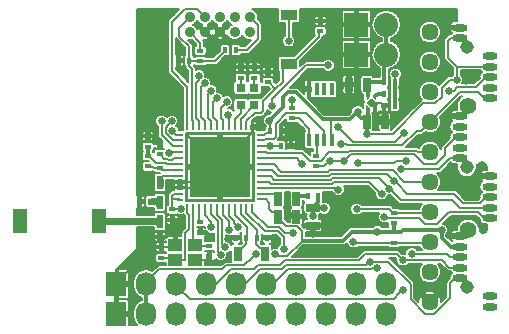
<source format=gbr>
G04 #@! TF.FileFunction,Copper,L1,Top,Signal*
%FSLAX46Y46*%
G04 Gerber Fmt 4.6, Leading zero omitted, Abs format (unit mm)*
G04 Created by KiCad (PCBNEW 0.201502111101+5414~21~ubuntu14.04.1-product) date Wed 11 Feb 2015 11:41:42 AM PST*
%MOMM*%
G01*
G04 APERTURE LIST*
%ADD10C,0.100000*%
%ADD11O,1.270000X0.635000*%
%ADD12C,1.145540*%
%ADD13R,1.727200X2.032000*%
%ADD14O,1.727200X2.032000*%
%ADD15R,1.250000X2.100000*%
%ADD16R,0.797560X0.797560*%
%ADD17R,2.032000X2.032000*%
%ADD18O,2.032000X2.032000*%
%ADD19C,1.450000*%
%ADD20R,0.400000X1.100000*%
%ADD21R,0.599440X0.248920*%
%ADD22R,0.248920X0.599440*%
%ADD23R,5.150000X5.150000*%
%ADD24R,0.635000X1.143000*%
%ADD25R,0.398780X0.599440*%
%ADD26R,0.599440X0.398780*%
%ADD27R,1.143000X0.635000*%
%ADD28C,0.889000*%
%ADD29R,1.400000X0.950000*%
%ADD30R,1.200000X1.000000*%
%ADD31R,0.650000X1.300000*%
%ADD32R,0.300000X0.210000*%
%ADD33R,0.100000X0.430000*%
%ADD34C,1.399540*%
%ADD35C,0.635000*%
%ADD36C,0.584200*%
%ADD37C,0.203200*%
%ADD38C,0.304800*%
%ADD39C,0.609600*%
%ADD40C,0.127000*%
%ADD41C,0.025400*%
G04 APERTURE END LIST*
D10*
D11*
X92710000Y-124841000D03*
X92710000Y-123952000D03*
D12*
X90741500Y-123190000D03*
D11*
X90170000Y-118872000D03*
X90170000Y-119761000D03*
X90170000Y-120650000D03*
X90170000Y-121539000D03*
X90170000Y-122428000D03*
D13*
X61087000Y-125476000D03*
D14*
X63627000Y-125476000D03*
X66167000Y-125476000D03*
X68707000Y-125476000D03*
X71247000Y-125476000D03*
X73787000Y-125476000D03*
X76327000Y-125476000D03*
X78867000Y-125476000D03*
X81407000Y-125476000D03*
X83947000Y-125476000D03*
D15*
X59636000Y-117602000D03*
X52886000Y-117602000D03*
D16*
X71628000Y-107810300D03*
X71628000Y-106311700D03*
X72771000Y-107810300D03*
X72771000Y-106311700D03*
D17*
X81407000Y-100965000D03*
D18*
X83947000Y-100965000D03*
D17*
X81407000Y-103505000D03*
D18*
X83947000Y-103505000D03*
D19*
X87630000Y-124460000D03*
X87630000Y-121920000D03*
X87630000Y-119380000D03*
X87630000Y-116840000D03*
X87630000Y-114300000D03*
X87630000Y-111760000D03*
X87630000Y-109220000D03*
X87630000Y-106680000D03*
X87630000Y-104140000D03*
X87630000Y-101600000D03*
D11*
X90170000Y-101219000D03*
X90170000Y-102108000D03*
D20*
X79334000Y-106435000D03*
X78684000Y-106435000D03*
X78034000Y-106435000D03*
X77384000Y-106435000D03*
X77384000Y-110735000D03*
X78034000Y-110735000D03*
X78684000Y-110735000D03*
X79334000Y-110735000D03*
D21*
X73248520Y-115778280D03*
X73248520Y-115277900D03*
X73248520Y-114777520D03*
X73248520Y-114277140D03*
X73248520Y-113779300D03*
X73248520Y-113278920D03*
X73248520Y-112778540D03*
X73248520Y-112278160D03*
X73248520Y-111777780D03*
X73248520Y-111277400D03*
X73248520Y-110777020D03*
X73248520Y-110279180D03*
X66451480Y-114282220D03*
X66451480Y-114780060D03*
X66451480Y-115280440D03*
X66451480Y-115780820D03*
D22*
X70599300Y-109628940D03*
X70100000Y-109630000D03*
X69601080Y-109628940D03*
X69100700Y-109628940D03*
X68600320Y-109628940D03*
X68099940Y-109628940D03*
X67599560Y-109628940D03*
X67099180Y-109628940D03*
X72598280Y-109628940D03*
X72097900Y-109628940D03*
X71597520Y-109628940D03*
X71099680Y-109628940D03*
D21*
X66451480Y-110281720D03*
X66448940Y-110782100D03*
X66448940Y-111279940D03*
X66448940Y-111780320D03*
X66448940Y-112280700D03*
X66448940Y-112781080D03*
X66448940Y-113281460D03*
X66448940Y-113781840D03*
D22*
X67099180Y-116428520D03*
X67599560Y-116428520D03*
X68099940Y-116428520D03*
X68597780Y-116428520D03*
X69098160Y-116428520D03*
X69598540Y-116428520D03*
X70098920Y-116428520D03*
X70599300Y-116428520D03*
X71099680Y-116428520D03*
X71600060Y-116428520D03*
X72097900Y-116428520D03*
X72598280Y-116428520D03*
D23*
X69850000Y-113030000D03*
D13*
X61087000Y-122936000D03*
D14*
X63627000Y-122936000D03*
X66167000Y-122936000D03*
X68707000Y-122936000D03*
X71247000Y-122936000D03*
X73787000Y-122936000D03*
X76327000Y-122936000D03*
X78867000Y-122936000D03*
X81407000Y-122936000D03*
X83947000Y-122936000D03*
D11*
X92710000Y-103632000D03*
X92710000Y-104521000D03*
X92710000Y-105410000D03*
X92710000Y-106299000D03*
X92710000Y-107188000D03*
X92710000Y-113792000D03*
X92710000Y-114681000D03*
X92710000Y-115570000D03*
X92710000Y-116459000D03*
X92710000Y-117348000D03*
X90170000Y-108712000D03*
X90170000Y-109601000D03*
X90170000Y-110490000D03*
X90170000Y-111379000D03*
X90170000Y-112268000D03*
D24*
X82296000Y-106045000D03*
X80772000Y-106045000D03*
D25*
X75887580Y-111252000D03*
X74988420Y-111252000D03*
D26*
X73914000Y-104960420D03*
X73914000Y-105859580D03*
X68961000Y-120591580D03*
X68961000Y-119692420D03*
D25*
X73855580Y-118999000D03*
X72956420Y-118999000D03*
D24*
X82296000Y-109220000D03*
X83820000Y-109220000D03*
D25*
X74998580Y-109982000D03*
X74099420Y-109982000D03*
D26*
X64897000Y-119819420D03*
X64897000Y-120718580D03*
D25*
X71178420Y-118999000D03*
X72077580Y-118999000D03*
D24*
X74803000Y-117221000D03*
X76327000Y-117221000D03*
D26*
X63750142Y-110428052D03*
X63750142Y-111327212D03*
X68199000Y-118559580D03*
X68199000Y-117660420D03*
X64770000Y-114739420D03*
X64770000Y-115638580D03*
D25*
X63050420Y-115951000D03*
X63949580Y-115951000D03*
D26*
X65836800Y-117518180D03*
X65836800Y-116619020D03*
D27*
X77724000Y-116459000D03*
X77724000Y-117983000D03*
D26*
X64770000Y-118940581D03*
X64770000Y-118041421D03*
X63750142Y-112978212D03*
X63750142Y-112079052D03*
X64770000Y-113987580D03*
X64770000Y-113088420D03*
D24*
X76327000Y-115697000D03*
X74803000Y-115697000D03*
D25*
X77274420Y-115443000D03*
X78173580Y-115443000D03*
D26*
X64770000Y-116390420D03*
X64770000Y-117289580D03*
D25*
X84650580Y-105791000D03*
X83751420Y-105791000D03*
X83751420Y-107823000D03*
X84650580Y-107823000D03*
D26*
X71628000Y-104579420D03*
X71628000Y-105478580D03*
X78359000Y-100642420D03*
X78359000Y-101541580D03*
D25*
X84650580Y-106807000D03*
X83751420Y-106807000D03*
D26*
X72771000Y-104579420D03*
X72771000Y-105478580D03*
D25*
X71188580Y-103124000D03*
X70289420Y-103124000D03*
D26*
X68199000Y-104081580D03*
X68199000Y-103182420D03*
D25*
X66352420Y-104013000D03*
X67251580Y-104013000D03*
D26*
X77978000Y-112072420D03*
X77978000Y-112971580D03*
X75946000Y-108907580D03*
X75946000Y-108008420D03*
X84582000Y-116898420D03*
X84582000Y-117797580D03*
X84582000Y-119448580D03*
X84582000Y-118549420D03*
X64770000Y-111056420D03*
X64770000Y-111955580D03*
D28*
X67310000Y-101600000D03*
X67310000Y-100330000D03*
X68580000Y-101600000D03*
X68580000Y-100330000D03*
X69850000Y-101600000D03*
X69850000Y-100330000D03*
X71120000Y-101600000D03*
X71120000Y-100330000D03*
X72390000Y-101600000D03*
X72390000Y-100330000D03*
D29*
X75692000Y-100160000D03*
X75692000Y-104310000D03*
D30*
X67779000Y-120919000D03*
X66079000Y-120919000D03*
X66079000Y-119619000D03*
X67779000Y-119619000D03*
D31*
X73692000Y-120396000D03*
X71342000Y-120396000D03*
D10*
G36*
X82202000Y-108124000D02*
X82202000Y-107694000D01*
X82402000Y-107894000D01*
X82402000Y-107924000D01*
X82202000Y-108124000D01*
X82202000Y-108124000D01*
G37*
G36*
X82302000Y-108224000D02*
X82302000Y-107794000D01*
X82502000Y-107994000D01*
X82502000Y-108024000D01*
X82302000Y-108224000D01*
X82302000Y-108224000D01*
G37*
D32*
X82352000Y-108119000D03*
D33*
X82252000Y-108009000D03*
X83102000Y-108009000D03*
D32*
X83002000Y-108119000D03*
D10*
G36*
X83052000Y-107794000D02*
X83052000Y-108224000D01*
X82852000Y-108024000D01*
X82852000Y-107994000D01*
X83052000Y-107794000D01*
X83052000Y-107794000D01*
G37*
G36*
X83052000Y-106914000D02*
X83052000Y-107344000D01*
X82852000Y-107144000D01*
X82852000Y-107114000D01*
X83052000Y-106914000D01*
X83052000Y-106914000D01*
G37*
D32*
X83002000Y-107019000D03*
D33*
X83102000Y-107129000D03*
X82252000Y-107129000D03*
D32*
X82352000Y-107019000D03*
D10*
G36*
X82302000Y-107344000D02*
X82302000Y-106914000D01*
X82502000Y-107114000D01*
X82502000Y-107144000D01*
X82302000Y-107344000D01*
X82302000Y-107344000D01*
G37*
G36*
X82677000Y-107979122D02*
X82266878Y-107569000D01*
X82677000Y-107158878D01*
X83087122Y-107569000D01*
X82677000Y-107979122D01*
X82677000Y-107979122D01*
G37*
D12*
X90741500Y-102870000D03*
D34*
X90868500Y-107823000D03*
D12*
X90741500Y-113030000D03*
D34*
X90868500Y-118364000D03*
D35*
X78740000Y-119888021D03*
X77749400Y-118694200D03*
X63555623Y-109659046D03*
X64476022Y-110694168D03*
X66682680Y-117307202D03*
D36*
X75565000Y-115570000D03*
D35*
X74599800Y-119202200D03*
X68935600Y-121107200D03*
X70573569Y-119098688D03*
X69011800Y-118948200D03*
X65744526Y-118545356D03*
X73253600Y-109397800D03*
X77419200Y-105130600D03*
X80086200Y-106197400D03*
X65620862Y-114554000D03*
X76584122Y-111248623D03*
X75692000Y-109728000D03*
X71628000Y-103886000D03*
X72771000Y-103886000D03*
X71628000Y-114808000D03*
X68072000Y-114808000D03*
X71755000Y-111125000D03*
X68072000Y-111125000D03*
X69850000Y-113030000D03*
D36*
X82677000Y-107569000D03*
D35*
X66675000Y-104902000D03*
X64135000Y-119761000D03*
X64008000Y-118872000D03*
X63119000Y-115062000D03*
X80772000Y-105029000D03*
X63119000Y-118364000D03*
X63119000Y-120015000D03*
X62103000Y-121158000D03*
X63119000Y-116840000D03*
X64008000Y-116840000D03*
X63119000Y-109728000D03*
X63119000Y-108585000D03*
X63119000Y-107188000D03*
X63119000Y-105791000D03*
X63119000Y-104394000D03*
X63119000Y-102870000D03*
X63119000Y-101473000D03*
X63119000Y-99949000D03*
X64389000Y-99949000D03*
X65786000Y-99949000D03*
X63119000Y-113919000D03*
X63754000Y-121158000D03*
X75692000Y-117094000D03*
X69215000Y-103378000D03*
X76835000Y-120218201D03*
X88900000Y-104521000D03*
X89166710Y-110109000D03*
X87757000Y-110490000D03*
X89535000Y-117729000D03*
X89027000Y-122047000D03*
X84836000Y-108585000D03*
X67691000Y-113411000D03*
X89925055Y-114741399D03*
X91440000Y-115443000D03*
X86487000Y-110998000D03*
X78867000Y-115697000D03*
X63099057Y-110855546D03*
X63079783Y-112533430D03*
X91645159Y-105077841D03*
X90726927Y-105740170D03*
X80777496Y-107022907D03*
X66421000Y-108623110D03*
X82299818Y-110235301D03*
X75692000Y-102362000D03*
X74041000Y-109093000D03*
X72898000Y-120396000D03*
X88646000Y-118364000D03*
X83185000Y-118491000D03*
X89916000Y-105664000D03*
X74549000Y-120396000D03*
X81534000Y-108331000D03*
X66530208Y-116560600D03*
X77724000Y-117195600D03*
X78689302Y-116509698D03*
X79019400Y-104419400D03*
X74074020Y-111259611D03*
X74295000Y-107835710D03*
X84709000Y-105156000D03*
X70561200Y-108610400D03*
X80378280Y-112522000D03*
X79140155Y-112528435D03*
X81153000Y-119380000D03*
X70434200Y-107518179D03*
X81419720Y-116586000D03*
X75946000Y-107315000D03*
X89206570Y-106594614D03*
X80124250Y-111112299D03*
X76835000Y-112776000D03*
X84585642Y-114186972D03*
X84201000Y-114858800D03*
X83540600Y-115316000D03*
X83778830Y-117260578D03*
X86108401Y-120357880D03*
X85471000Y-110109000D03*
X79819460Y-109597977D03*
X85344000Y-123444000D03*
X69596000Y-107188000D03*
X85344000Y-120904000D03*
X85585280Y-112534710D03*
X81534000Y-112649000D03*
X69100720Y-106553000D03*
X82550000Y-121031000D03*
X68580000Y-105918000D03*
X83185000Y-121577120D03*
X85191600Y-113207800D03*
X68072000Y-105283000D03*
X65811461Y-109936900D03*
X65784207Y-109149452D03*
X64922400Y-109143800D03*
X65542871Y-111806114D03*
X69136460Y-118111584D03*
X69924739Y-120468206D03*
X70322134Y-119818023D03*
X70613374Y-118337716D03*
X71368835Y-118115165D03*
X75238044Y-119983758D03*
X76022200Y-118618000D03*
X79870280Y-114935000D03*
D37*
X90170000Y-118872000D02*
X89662000Y-118872000D01*
X89662000Y-117856000D02*
X89535000Y-117729000D01*
X78290988Y-119888021D02*
X78740000Y-119888021D01*
X76835000Y-120218201D02*
X77165180Y-119888021D01*
X77165180Y-119888021D02*
X78290988Y-119888021D01*
D38*
X77724000Y-118618000D02*
X77749400Y-118643400D01*
X77724000Y-117983000D02*
X77724000Y-118618000D01*
X77749400Y-118643400D02*
X77749400Y-118694200D01*
D37*
X63750142Y-109853565D02*
X63555623Y-109659046D01*
X63750142Y-110428052D02*
X63750142Y-109853565D01*
X64770000Y-110617000D02*
X64678796Y-110525796D01*
X64253062Y-110428052D02*
X64476022Y-110651012D01*
X64678796Y-110525796D02*
X64644394Y-110525796D01*
X64476022Y-110651012D02*
X64476022Y-110694168D01*
X64644394Y-110525796D02*
X64476022Y-110694168D01*
X63750142Y-110428052D02*
X64253062Y-110428052D01*
X66365181Y-117624701D02*
X66682680Y-117307202D01*
X65786000Y-117783731D02*
X66206151Y-117783731D01*
X66206151Y-117783731D02*
X66365181Y-117624701D01*
D38*
X75692000Y-115697000D02*
X75565000Y-115570000D01*
X75692000Y-117094000D02*
X75692000Y-115697000D01*
D37*
X74396600Y-118999000D02*
X74599800Y-119202200D01*
X73855580Y-118999000D02*
X74396600Y-118999000D01*
X67779000Y-120919000D02*
X67819400Y-120878600D01*
X67819400Y-120878600D02*
X68859400Y-120878600D01*
X68859400Y-120878600D02*
X68859400Y-121031000D01*
X68859400Y-121031000D02*
X68935600Y-121107200D01*
X68961000Y-121081800D02*
X68935600Y-121107200D01*
X68961000Y-120591580D02*
X68961000Y-121081800D01*
X70673257Y-118999000D02*
X70573569Y-119098688D01*
X71178420Y-118999000D02*
X70673257Y-118999000D01*
X69011800Y-118869460D02*
X69011800Y-118948200D01*
X68701920Y-118559580D02*
X69011800Y-118869460D01*
X68199000Y-118559580D02*
X68701920Y-118559580D01*
X65732067Y-118545356D02*
X65744526Y-118545356D01*
X66036625Y-118837455D02*
X65744526Y-118545356D01*
X65744526Y-118132265D02*
X65744526Y-118545356D01*
X65744526Y-117825205D02*
X65744526Y-118132265D01*
X66079000Y-118879830D02*
X66036625Y-118837455D01*
X65489745Y-118787678D02*
X65732067Y-118545356D01*
X65336842Y-118940581D02*
X65489745Y-118787678D01*
X64770000Y-118940581D02*
X65336842Y-118940581D01*
X66079000Y-119619000D02*
X66079000Y-118879830D01*
X64897000Y-119819420D02*
X64897000Y-119380423D01*
X65786000Y-117783731D02*
X65744526Y-117825205D01*
X64897000Y-119380423D02*
X65489745Y-118787678D01*
X73022460Y-109628940D02*
X73253600Y-109397800D01*
X72598280Y-109628940D02*
X73022460Y-109628940D01*
X78756762Y-105130600D02*
X77832291Y-105130600D01*
X77384000Y-106435000D02*
X77384000Y-105165800D01*
X77832291Y-105130600D02*
X77419200Y-105130600D01*
X78858362Y-105029000D02*
X78756762Y-105130600D01*
X77384000Y-105165800D02*
X77419200Y-105130600D01*
X79958290Y-105656399D02*
X80086200Y-105784309D01*
X80086200Y-105784309D02*
X80086200Y-106197400D01*
X79485761Y-105656399D02*
X79958290Y-105656399D01*
X78858362Y-105029000D02*
X79485761Y-105656399D01*
X80238600Y-106045000D02*
X80086200Y-106197400D01*
X80772000Y-106045000D02*
X80238600Y-106045000D01*
X65836800Y-117518180D02*
X65836800Y-117732931D01*
X65836800Y-117732931D02*
X65786000Y-117783731D01*
X73914000Y-104960420D02*
X73914000Y-104013000D01*
X73914000Y-104013000D02*
X73787000Y-103886000D01*
X73787000Y-103886000D02*
X72771000Y-103886000D01*
X66451480Y-114780060D02*
X65846922Y-114780060D01*
X65846922Y-114780060D02*
X65620862Y-114554000D01*
X66451480Y-114282220D02*
X65892642Y-114282220D01*
X65892642Y-114282220D02*
X65620862Y-114554000D01*
D38*
X61087000Y-122936000D02*
X61087000Y-125476000D01*
D37*
X81407000Y-100965000D02*
X81407000Y-103505000D01*
X75887580Y-111252000D02*
X76580745Y-111252000D01*
X74998580Y-109982000D02*
X75438000Y-109982000D01*
X75438000Y-109982000D02*
X75692000Y-109728000D01*
X71628000Y-104579420D02*
X71628000Y-103886000D01*
X72771000Y-104579420D02*
X72771000Y-103886000D01*
X71628000Y-113284000D02*
X71628000Y-114394909D01*
X71882000Y-113030000D02*
X71628000Y-113284000D01*
X71628000Y-114394909D02*
X71628000Y-114808000D01*
X69850000Y-113030000D02*
X71628000Y-114808000D01*
X68072000Y-114808000D02*
X71628000Y-114808000D01*
X71755000Y-111125000D02*
X68072000Y-111125000D01*
X69850000Y-113030000D02*
X71755000Y-111125000D01*
X66451480Y-114282220D02*
X68199000Y-114282220D01*
X68199000Y-114282220D02*
X68199000Y-113792000D01*
X68199000Y-113792000D02*
X68707000Y-113284000D01*
X68707000Y-113284000D02*
X69596000Y-113284000D01*
X69596000Y-113284000D02*
X69850000Y-113030000D01*
X82869119Y-107572601D02*
X83226805Y-107572601D01*
X83002000Y-107810800D02*
X83226805Y-107585995D01*
X83226805Y-107572601D02*
X83334881Y-107572601D01*
X83002000Y-108119000D02*
X83002000Y-107810800D01*
X83226805Y-107585995D02*
X83226805Y-107572601D01*
D38*
X83002000Y-108119000D02*
X83002000Y-107894000D01*
X83002000Y-107894000D02*
X82677000Y-107569000D01*
D37*
X82677000Y-107569000D02*
X82865518Y-107569000D01*
X83338482Y-107569000D02*
X83497420Y-107569000D01*
X82865518Y-107569000D02*
X82869119Y-107572601D01*
X83334881Y-107572601D02*
X83338482Y-107569000D01*
X83497420Y-107569000D02*
X83751420Y-107823000D01*
D38*
X82677000Y-107651447D02*
X82677000Y-107569000D01*
X83693000Y-108839000D02*
X83693000Y-109093000D01*
X83312200Y-108839000D02*
X83693000Y-108839000D01*
X83693000Y-109093000D02*
X83820000Y-109220000D01*
X83002000Y-108528800D02*
X83312200Y-108839000D01*
X83002000Y-108119000D02*
X83002000Y-108528800D01*
X83751420Y-109151420D02*
X83820000Y-109220000D01*
X83751420Y-107823000D02*
X83751420Y-109151420D01*
D37*
X66352420Y-104579420D02*
X66675000Y-104902000D01*
X66352420Y-104013000D02*
X66352420Y-104579420D01*
X68099940Y-114780060D02*
X69850000Y-113030000D01*
X66451480Y-114780060D02*
X68099940Y-114780060D01*
X64770000Y-119692420D02*
X64897000Y-119819420D01*
X64770000Y-118940581D02*
X64770000Y-119692420D01*
X64193420Y-119819420D02*
X64135000Y-119761000D01*
X64897000Y-119819420D02*
X64193420Y-119819420D01*
X64076581Y-118940581D02*
X64008000Y-118872000D01*
X64770000Y-118940581D02*
X64076581Y-118940581D01*
X63050420Y-115130580D02*
X63119000Y-115062000D01*
X63050420Y-115951000D02*
X63050420Y-115130580D01*
X64770000Y-111056420D02*
X64770000Y-110617000D01*
X64770000Y-110744000D02*
X64770000Y-110617000D01*
X80772000Y-106045000D02*
X80772000Y-105029000D01*
X69850000Y-112903000D02*
X69850000Y-113030000D01*
X72598280Y-110154720D02*
X69850000Y-112903000D01*
X72598280Y-109628940D02*
X72598280Y-110154720D01*
X63627000Y-118872000D02*
X63119000Y-118364000D01*
X64008000Y-118872000D02*
X63627000Y-118872000D01*
X63119000Y-120142000D02*
X62103000Y-121158000D01*
X63119000Y-120015000D02*
X63119000Y-120142000D01*
X63050420Y-116771420D02*
X63119000Y-116840000D01*
X63050420Y-115951000D02*
X63050420Y-116771420D01*
X63119000Y-109728000D02*
X63119000Y-108585000D01*
X63119000Y-107188000D02*
X63119000Y-105791000D01*
X63119000Y-104394000D02*
X63119000Y-102870000D01*
X63119000Y-101473000D02*
X63119000Y-99949000D01*
X64389000Y-99949000D02*
X65786000Y-99949000D01*
X63119000Y-115062000D02*
X63119000Y-113919000D01*
X61087000Y-122783600D02*
X61087000Y-122936000D01*
X63754000Y-121158000D02*
X62712600Y-121158000D01*
X62395099Y-121475501D02*
X62377743Y-121492857D01*
X62395099Y-121450099D02*
X62395099Y-121475501D01*
X62103000Y-121158000D02*
X62395099Y-121450099D01*
X62377743Y-121492857D02*
X61087000Y-122783600D01*
X62712600Y-121158000D02*
X62377743Y-121492857D01*
D38*
X76327000Y-117221000D02*
X75704700Y-117221000D01*
X75704700Y-117221000D02*
X75692000Y-117208300D01*
X75692000Y-117208300D02*
X75692000Y-117094000D01*
D37*
X76584122Y-110620122D02*
X76584122Y-111248623D01*
X75692000Y-109728000D02*
X76584122Y-110620122D01*
X80358909Y-105029000D02*
X80772000Y-105029000D01*
X80346208Y-105041701D02*
X80358909Y-105029000D01*
X78871063Y-105041701D02*
X80346208Y-105041701D01*
X78858362Y-105029000D02*
X78871063Y-105041701D01*
X89331800Y-101219000D02*
X90170000Y-101219000D01*
X88696790Y-101854010D02*
X89331800Y-101219000D01*
X88696790Y-103904699D02*
X88696790Y-101854010D01*
X88900000Y-104107909D02*
X88696790Y-103904699D01*
X88900000Y-104521000D02*
X88900000Y-104107909D01*
X89166710Y-109207290D02*
X89166710Y-110109000D01*
X89662000Y-108712000D02*
X89166710Y-109207290D01*
X90170000Y-108712000D02*
X89662000Y-108712000D01*
X88138000Y-110109000D02*
X87757000Y-110490000D01*
X89166710Y-110109000D02*
X88138000Y-110109000D01*
X88354999Y-122719001D02*
X89027000Y-122047000D01*
X88354999Y-123735001D02*
X88354999Y-122719001D01*
X87630000Y-124460000D02*
X88354999Y-123735001D01*
X84201000Y-109220000D02*
X84836000Y-108585000D01*
X83820000Y-109220000D02*
X84201000Y-109220000D01*
X69469000Y-103124000D02*
X69215000Y-103378000D01*
X69469000Y-101981000D02*
X69469000Y-103124000D01*
X69850000Y-101600000D02*
X69469000Y-101981000D01*
X65878580Y-119819420D02*
X66079000Y-119619000D01*
X64897000Y-119819420D02*
X65878580Y-119819420D01*
X67945000Y-111125000D02*
X67104261Y-110284261D01*
X68072000Y-111125000D02*
X67945000Y-111125000D01*
X63750142Y-110830642D02*
X63790500Y-110871000D01*
X63750142Y-110428052D02*
X63750142Y-110830642D01*
X64204522Y-110871000D02*
X64278463Y-110944941D01*
X63790500Y-110871000D02*
X64204522Y-110871000D01*
X64330872Y-111056420D02*
X64278463Y-111108829D01*
X64770000Y-111056420D02*
X64330872Y-111056420D01*
X64278463Y-110944941D02*
X64278463Y-111108829D01*
X91026909Y-115443000D02*
X91440000Y-115443000D01*
X89925055Y-114741399D02*
X90626656Y-115443000D01*
X90626656Y-115443000D02*
X91026909Y-115443000D01*
X87757000Y-110490000D02*
X86995000Y-110490000D01*
X86995000Y-110490000D02*
X86779099Y-110705901D01*
X86779099Y-110705901D02*
X86487000Y-110998000D01*
X77724000Y-117983000D02*
X78498700Y-117983000D01*
X78498700Y-117983000D02*
X79502000Y-116979700D01*
X79502000Y-116332000D02*
X79159099Y-115989099D01*
X79502000Y-116979700D02*
X79502000Y-116332000D01*
X79159099Y-115989099D02*
X78867000Y-115697000D01*
X63099057Y-110855546D02*
X63099057Y-112514156D01*
X63099057Y-112514156D02*
X63079783Y-112533430D01*
X90726927Y-105740170D02*
X91389256Y-105077841D01*
X91389256Y-105077841D02*
X91645159Y-105077841D01*
X80772000Y-107017411D02*
X80777496Y-107022907D01*
X80772000Y-106045000D02*
X80772000Y-107017411D01*
X78359000Y-100642420D02*
X79560420Y-100642420D01*
X79883000Y-100965000D02*
X81407000Y-100965000D01*
X79560420Y-100642420D02*
X79883000Y-100965000D01*
X89331800Y-118872000D02*
X89281000Y-118821200D01*
X90170000Y-118872000D02*
X89331800Y-118872000D01*
X89281000Y-118618000D02*
X89192101Y-118529101D01*
X89281000Y-118821200D02*
X89281000Y-118618000D01*
X89192101Y-118529101D02*
X89242899Y-118529101D01*
X89535000Y-118237000D02*
X89535000Y-117729000D01*
X89242899Y-118529101D02*
X89535000Y-118237000D01*
X66907601Y-118639399D02*
X66907601Y-120893599D01*
X67228781Y-118318219D02*
X66907601Y-118639399D01*
X67228781Y-117061041D02*
X67228781Y-118318219D01*
X66882200Y-120919000D02*
X66079000Y-120919000D01*
X66907601Y-120893599D02*
X66882200Y-120919000D01*
X67099180Y-116931440D02*
X67228781Y-117061041D01*
X67099180Y-116428520D02*
X67099180Y-116931440D01*
X65878580Y-120718580D02*
X66079000Y-120919000D01*
X64897000Y-120718580D02*
X65878580Y-120718580D01*
X67599560Y-119439560D02*
X67779000Y-119619000D01*
X67599560Y-116428520D02*
X67599560Y-119439560D01*
X67852420Y-119692420D02*
X67779000Y-119619000D01*
X68961000Y-119692420D02*
X67852420Y-119692420D01*
X89916000Y-104521000D02*
X89154000Y-103759000D01*
X89154000Y-103759000D02*
X89154000Y-102362000D01*
X89154000Y-102362000D02*
X89408000Y-102108000D01*
X89408000Y-102108000D02*
X90170000Y-102108000D01*
X89916000Y-104521000D02*
X89916000Y-105664000D01*
X92710000Y-104521000D02*
X89916000Y-104521000D01*
D38*
X76873099Y-119291101D02*
X80251299Y-119291101D01*
X81051400Y-118491000D02*
X82735988Y-118491000D01*
X80251299Y-119291101D02*
X81051400Y-118491000D01*
X82735988Y-118491000D02*
X83185000Y-118491000D01*
D37*
X73248520Y-115778280D02*
X73741280Y-115778280D01*
X73741280Y-115778280D02*
X74015600Y-116052600D01*
X74015600Y-116052600D02*
X74015600Y-116560600D01*
X74015600Y-116560600D02*
X74295000Y-116840000D01*
X74295000Y-116840000D02*
X74676000Y-116840000D01*
X74676000Y-116840000D02*
X74676000Y-117094000D01*
X74676000Y-117094000D02*
X74803000Y-117221000D01*
X75476101Y-118021101D02*
X76365101Y-118021101D01*
X74803000Y-117348000D02*
X75476101Y-118021101D01*
X76771499Y-118427499D02*
X76771499Y-119189501D01*
X76365101Y-118021101D02*
X76771499Y-118427499D01*
X70392058Y-121361180D02*
X71932820Y-121361180D01*
X63627000Y-122936000D02*
X63627000Y-122783600D01*
X72580501Y-120713499D02*
X72898000Y-120396000D01*
X70061848Y-121691390D02*
X70392058Y-121361180D01*
X64719210Y-121691390D02*
X70061848Y-121691390D01*
X63627000Y-122783600D02*
X64719210Y-121691390D01*
X71932820Y-121361180D02*
X72580501Y-120713499D01*
X87074351Y-107633601D02*
X84472651Y-110235301D01*
X88660469Y-107060861D02*
X88087729Y-107633601D01*
X89328954Y-105664000D02*
X88660469Y-106332485D01*
X88660469Y-106332485D02*
X88660469Y-107060861D01*
X89916000Y-105664000D02*
X89328954Y-105664000D01*
D38*
X82296000Y-110231483D02*
X82299818Y-110235301D01*
D37*
X88087729Y-107633601D02*
X87074351Y-107633601D01*
X82748830Y-110235301D02*
X82299818Y-110235301D01*
X84472651Y-110235301D02*
X82748830Y-110235301D01*
D38*
X82296000Y-109220000D02*
X82296000Y-110231483D01*
D37*
X75692000Y-100160000D02*
X75692000Y-102362000D01*
X84523580Y-118491000D02*
X84582000Y-118549420D01*
D38*
X63627000Y-122936000D02*
X63627000Y-125476000D01*
X84582000Y-117797580D02*
X84582000Y-118549420D01*
D37*
X68199000Y-103182420D02*
X68199000Y-102489000D01*
X68199000Y-102489000D02*
X67310000Y-101600000D01*
D38*
X82352000Y-109164000D02*
X82296000Y-109220000D01*
X82352000Y-108119000D02*
X82352000Y-109164000D01*
D37*
X73787000Y-110109000D02*
X73972420Y-110109000D01*
X73972420Y-110109000D02*
X74099420Y-109982000D01*
X73616820Y-110279180D02*
X73787000Y-110109000D01*
X73248520Y-110279180D02*
X73616820Y-110279180D01*
X74099420Y-109151420D02*
X74041000Y-109093000D01*
X74099420Y-109982000D02*
X74099420Y-109151420D01*
D38*
X74803000Y-117221000D02*
X74803000Y-117348000D01*
X85186520Y-118549420D02*
X85371940Y-118364000D01*
X84582000Y-118549420D02*
X85186520Y-118549420D01*
X85371940Y-118364000D02*
X88646000Y-118364000D01*
X84523580Y-118491000D02*
X83185000Y-118491000D01*
X88646000Y-118999000D02*
X88646000Y-118364000D01*
X89408000Y-119761000D02*
X88646000Y-118999000D01*
X90170000Y-119761000D02*
X89408000Y-119761000D01*
D37*
X74714101Y-120561101D02*
X74549000Y-120396000D01*
X76771499Y-119189501D02*
X76771499Y-119362731D01*
X75573129Y-120561101D02*
X74714101Y-120561101D01*
X76771499Y-119362731D02*
X75573129Y-120561101D01*
D38*
X75184000Y-107124500D02*
X75184000Y-107950000D01*
X75628500Y-106680000D02*
X75184000Y-107124500D01*
X75184000Y-107950000D02*
X74041000Y-109093000D01*
X76263500Y-106680000D02*
X75628500Y-106680000D01*
X78549500Y-108966000D02*
X76263500Y-106680000D01*
X79334000Y-108966000D02*
X78549500Y-108966000D01*
X81216501Y-108648499D02*
X81534000Y-108331000D01*
X79334000Y-108966000D02*
X80899000Y-108966000D01*
X80899000Y-108966000D02*
X81216501Y-108648499D01*
X81534000Y-108585000D02*
X81534000Y-108331000D01*
X81788000Y-108839000D02*
X81534000Y-108585000D01*
X82169000Y-108839000D02*
X81788000Y-108839000D01*
X82169000Y-109093000D02*
X82169000Y-108839000D01*
X82296000Y-109220000D02*
X82169000Y-109093000D01*
X79121000Y-108966000D02*
X79334000Y-108966000D01*
X79334000Y-110735000D02*
X79324200Y-110725200D01*
D37*
X79248000Y-108966000D02*
X79121000Y-108966000D01*
X79248000Y-110617000D02*
X79248000Y-108966000D01*
X79324200Y-110693200D02*
X79248000Y-110617000D01*
X79324200Y-110725200D02*
X79324200Y-110693200D01*
X68099940Y-116428520D02*
X68099940Y-117561360D01*
X68099940Y-117561360D02*
X68199000Y-117660420D01*
X66081196Y-116560600D02*
X66530208Y-116560600D01*
X65946168Y-116560600D02*
X66081196Y-116560600D01*
X65786000Y-116400432D02*
X65946168Y-116560600D01*
D38*
X77724000Y-117221000D02*
X77724000Y-117195600D01*
X77724000Y-116459000D02*
X77724000Y-117221000D01*
D37*
X65786000Y-115983375D02*
X65786000Y-116400432D01*
X65836800Y-116619020D02*
X65836800Y-116451232D01*
X65836800Y-116451232D02*
X65786000Y-116400432D01*
D38*
X78173580Y-115443000D02*
X78173580Y-116009420D01*
X78173580Y-116009420D02*
X77724000Y-116459000D01*
X78689302Y-116509698D02*
X77774698Y-116509698D01*
X77774698Y-116509698D02*
X77724000Y-116459000D01*
D37*
X65786000Y-115773200D02*
X65786000Y-115983375D01*
X66443860Y-115773200D02*
X65786000Y-115773200D01*
X66451480Y-115780820D02*
X66443860Y-115773200D01*
X65786000Y-115443000D02*
X65786000Y-115983375D01*
X65948560Y-115280440D02*
X65786000Y-115443000D01*
X66451480Y-115280440D02*
X65948560Y-115280440D01*
X65508727Y-112449568D02*
X65389378Y-112330219D01*
X65389378Y-112330219D02*
X65144639Y-112330219D01*
X65945229Y-112280700D02*
X65776361Y-112449568D01*
X65776361Y-112449568D02*
X65508727Y-112449568D01*
X66448940Y-112280700D02*
X65945229Y-112280700D01*
X65144639Y-112330219D02*
X64770000Y-111955580D01*
X72077580Y-119565420D02*
X72077580Y-118999000D01*
X71755000Y-119888000D02*
X72077580Y-119565420D01*
X71374000Y-119888000D02*
X71755000Y-119888000D01*
X71374000Y-120364000D02*
X71374000Y-119888000D01*
X71342000Y-120396000D02*
X71374000Y-120364000D01*
X72077580Y-118898670D02*
X72077580Y-118999000D01*
X72136000Y-118840250D02*
X72077580Y-118898670D01*
X71099680Y-116428520D02*
X71099680Y-117073680D01*
X71099680Y-117073680D02*
X72136000Y-118110000D01*
X72136000Y-118110000D02*
X72136000Y-118840250D01*
X71600060Y-116428520D02*
X71600060Y-116971435D01*
X71600060Y-116971435D02*
X72956420Y-118327795D01*
X72956420Y-118327795D02*
X72956420Y-118999000D01*
X72898000Y-119057420D02*
X72956420Y-118999000D01*
X72898000Y-119507000D02*
X72898000Y-119057420D01*
X73279000Y-119888000D02*
X72898000Y-119507000D01*
X73533000Y-120237000D02*
X73533000Y-119888000D01*
X73533000Y-119888000D02*
X73279000Y-119888000D01*
X73692000Y-120396000D02*
X73533000Y-120237000D01*
D38*
X83947000Y-100965000D02*
X83947000Y-103505000D01*
X83751420Y-103700580D02*
X83947000Y-103505000D01*
X83751420Y-105791000D02*
X83751420Y-103700580D01*
X82550000Y-105791000D02*
X82296000Y-106045000D01*
X83751420Y-105791000D02*
X82550000Y-105791000D01*
X82352000Y-106101000D02*
X82296000Y-106045000D01*
X82352000Y-107019000D02*
X82352000Y-106101000D01*
D37*
X77181962Y-104419400D02*
X78606309Y-104419400D01*
X74295000Y-107306362D02*
X77181962Y-104419400D01*
X78606309Y-104419400D02*
X79019400Y-104419400D01*
X74295000Y-107835710D02*
X74295000Y-107306362D01*
X74988420Y-111252000D02*
X74081631Y-111252000D01*
X74081631Y-111252000D02*
X74074020Y-111259611D01*
X74074020Y-111277400D02*
X74074020Y-111259611D01*
D38*
X84650580Y-105791000D02*
X84650580Y-106807000D01*
X84650580Y-105791000D02*
X84650580Y-107823000D01*
D37*
X73248520Y-111277400D02*
X74074020Y-111277400D01*
X84650580Y-105214420D02*
X84709000Y-105156000D01*
X84650580Y-105791000D02*
X84650580Y-105214420D01*
X78359000Y-101541580D02*
X78232000Y-101668580D01*
X78232000Y-101668580D02*
X78232000Y-101995000D01*
X78232000Y-101995000D02*
X75917000Y-104310000D01*
X75917000Y-104310000D02*
X75692000Y-104310000D01*
X73533000Y-107442000D02*
X74554303Y-106420697D01*
X74014330Y-105859580D02*
X74554303Y-106399553D01*
X74554303Y-106399553D02*
X74554303Y-106420697D01*
X74554303Y-106420697D02*
X75184000Y-105791000D01*
X73914000Y-105859580D02*
X74014330Y-105859580D01*
X72097900Y-109628940D02*
X72097900Y-109126020D01*
X72097900Y-109126020D02*
X72786239Y-108437681D01*
X72786239Y-108437681D02*
X73352661Y-108437681D01*
X73352661Y-108437681D02*
X73533000Y-108257342D01*
X73533000Y-108257342D02*
X73533000Y-107442000D01*
X75184000Y-105791000D02*
X75184000Y-104593000D01*
X75184000Y-104593000D02*
X75467000Y-104310000D01*
X75467000Y-104310000D02*
X75692000Y-104310000D01*
X71099680Y-109628940D02*
X71099680Y-108994958D01*
X71099680Y-108994958D02*
X71628000Y-108466638D01*
X71628000Y-108466638D02*
X71628000Y-107810300D01*
X71597520Y-108983780D02*
X71597520Y-109628940D01*
X72771000Y-107810300D02*
X71597520Y-108983780D01*
X68580000Y-100330000D02*
X67906899Y-99656899D01*
X67906899Y-99656899D02*
X66887498Y-99656899D01*
X66887498Y-99656899D02*
X65786000Y-100758397D01*
X65786000Y-100758397D02*
X65786000Y-104902000D01*
X67099180Y-106215180D02*
X67099180Y-109628940D01*
X65786000Y-104902000D02*
X67099180Y-106215180D01*
X71188580Y-103124000D02*
X72136000Y-103124000D01*
X73063101Y-101003101D02*
X72390000Y-100330000D01*
X73063101Y-102196899D02*
X73063101Y-101003101D01*
X72136000Y-103124000D02*
X73063101Y-102196899D01*
X70599300Y-108648500D02*
X70561200Y-108610400D01*
X70599300Y-109628940D02*
X70599300Y-108648500D01*
X87122000Y-112776000D02*
X86309200Y-111963200D01*
X88138000Y-112776000D02*
X87122000Y-112776000D01*
X89852500Y-110490000D02*
X88900000Y-111442500D01*
X88900000Y-111442500D02*
X88900000Y-112014000D01*
X90170000Y-110490000D02*
X89852500Y-110490000D01*
X88900000Y-112014000D02*
X88138000Y-112776000D01*
X86309200Y-111963200D02*
X80937080Y-111963200D01*
X80937080Y-111963200D02*
X80378280Y-112522000D01*
X80371845Y-112528435D02*
X80378280Y-112522000D01*
X79140155Y-112528435D02*
X80371845Y-112528435D01*
X78697010Y-112971580D02*
X79140155Y-112528435D01*
X77978000Y-112971580D02*
X78697010Y-112971580D01*
X84582000Y-119448580D02*
X87561420Y-119448580D01*
X87561420Y-119448580D02*
X87630000Y-119380000D01*
X81221580Y-119448580D02*
X81153000Y-119380000D01*
X84582000Y-119448580D02*
X81221580Y-119448580D01*
X84582000Y-116898420D02*
X84481670Y-116898420D01*
X84481670Y-116898420D02*
X84169250Y-116586000D01*
X84169250Y-116586000D02*
X81419720Y-116586000D01*
X70116701Y-107835678D02*
X70434200Y-107518179D01*
X69913499Y-108038880D02*
X70116701Y-107835678D01*
X69913499Y-108860337D02*
X69913499Y-108038880D01*
X70100000Y-109630000D02*
X70100000Y-109046838D01*
X70100000Y-109046838D02*
X69913499Y-108860337D01*
X84582000Y-116898420D02*
X87571580Y-116898420D01*
X87571580Y-116898420D02*
X87630000Y-116840000D01*
X75946000Y-108008420D02*
X75946000Y-107315000D01*
X84467669Y-113296669D02*
X85471000Y-114300000D01*
X85471000Y-114300000D02*
X86604696Y-114300000D01*
X73248520Y-112778540D02*
X74424540Y-112778540D01*
X74424540Y-112778540D02*
X75057852Y-113411852D01*
X75057852Y-113411852D02*
X78980549Y-113411852D01*
X78980549Y-113411852D02*
X79095732Y-113296669D01*
X79095732Y-113296669D02*
X84467669Y-113296669D01*
X86604696Y-114300000D02*
X87630000Y-114300000D01*
X91516210Y-106286290D02*
X89963906Y-106286290D01*
X92710000Y-105410000D02*
X92392500Y-105410000D01*
X89655582Y-106594614D02*
X89206570Y-106594614D01*
X92392500Y-105410000D02*
X91516210Y-106286290D01*
X89963906Y-106286290D02*
X89655582Y-106594614D01*
X87630000Y-111760000D02*
X86604696Y-111760000D01*
X86604696Y-111760000D02*
X86477686Y-111632990D01*
X77448411Y-112500411D02*
X76822299Y-111874299D01*
X73847959Y-111874299D02*
X73751440Y-111777780D01*
X86477686Y-111632990D02*
X80800303Y-111632990D01*
X78378706Y-112500411D02*
X77448411Y-112500411D01*
X73751440Y-111777780D02*
X73248520Y-111777780D01*
X80800303Y-111632990D02*
X80673293Y-111760000D01*
X80673293Y-111760000D02*
X79119117Y-111760000D01*
X76822299Y-111874299D02*
X73847959Y-111874299D01*
X79119117Y-111760000D02*
X78378706Y-112500411D01*
X92710000Y-107188000D02*
X92202000Y-107188000D01*
X92202000Y-107188000D02*
X91694000Y-106680000D01*
X91694000Y-106680000D02*
X90170000Y-106680000D01*
X90170000Y-106680000D02*
X89141300Y-107708700D01*
X89141300Y-107708700D02*
X87630000Y-109220000D01*
X80537341Y-111112299D02*
X80124250Y-111112299D01*
X85267790Y-111201210D02*
X80626252Y-111201210D01*
X86905001Y-109944999D02*
X86524001Y-109944999D01*
X80626252Y-111201210D02*
X80537341Y-111112299D01*
X87630000Y-109220000D02*
X86905001Y-109944999D01*
X86524001Y-109944999D02*
X85267790Y-111201210D01*
X73248520Y-112278160D02*
X76337160Y-112278160D01*
X76337160Y-112278160D02*
X76542901Y-112483901D01*
X76542901Y-112483901D02*
X76835000Y-112776000D01*
X89662000Y-115316000D02*
X85714670Y-115316000D01*
X92392500Y-115570000D02*
X91852136Y-116110364D01*
X92710000Y-115570000D02*
X92392500Y-115570000D01*
X74289920Y-113278920D02*
X74777580Y-113766580D01*
X73248520Y-113278920D02*
X74289920Y-113278920D01*
X85714670Y-115316000D02*
X84903141Y-114504471D01*
X74777580Y-113766580D02*
X79092808Y-113766580D01*
X79092808Y-113766580D02*
X79232509Y-113626879D01*
X91852136Y-116110364D02*
X90456364Y-116110364D01*
X84025549Y-113626879D02*
X84268143Y-113869473D01*
X84268143Y-113869473D02*
X84585642Y-114186972D01*
X84903141Y-114504471D02*
X84585642Y-114186972D01*
X90456364Y-116110364D02*
X89662000Y-115316000D01*
X79232509Y-113626879D02*
X84025549Y-113626879D01*
X83908901Y-114566701D02*
X84201000Y-114858800D01*
X83299289Y-113957089D02*
X83908901Y-114566701D01*
X79369286Y-113957089D02*
X83299289Y-113957089D01*
X79229585Y-114096790D02*
X79369286Y-113957089D01*
X74472790Y-114096790D02*
X79229585Y-114096790D01*
X90170000Y-116459000D02*
X89535000Y-115824000D01*
X74155300Y-113779300D02*
X74472790Y-114096790D01*
X84493099Y-115150899D02*
X84201000Y-114858800D01*
X89535000Y-115824000D02*
X85166200Y-115824000D01*
X85166200Y-115824000D02*
X84493099Y-115150899D01*
X73248520Y-113779300D02*
X74155300Y-113779300D01*
X92710000Y-116459000D02*
X90170000Y-116459000D01*
X83248501Y-115023901D02*
X83540600Y-115316000D01*
X79366362Y-114427000D02*
X79506063Y-114287299D01*
X74168000Y-114427000D02*
X79366362Y-114427000D01*
X73248520Y-114277140D02*
X74018140Y-114277140D01*
X82511899Y-114287299D02*
X83248501Y-115023901D01*
X74018140Y-114277140D02*
X74168000Y-114427000D01*
X79506063Y-114287299D02*
X82511899Y-114287299D01*
X91694000Y-116840000D02*
X89281000Y-116840000D01*
X89281000Y-116840000D02*
X88775982Y-117345018D01*
X92202000Y-117348000D02*
X91694000Y-116840000D01*
X92710000Y-117348000D02*
X92202000Y-117348000D01*
X88775982Y-117345018D02*
X88252300Y-117868700D01*
X86723487Y-117344817D02*
X83863069Y-117344817D01*
X88252300Y-117868700D02*
X87247370Y-117868700D01*
X83863069Y-117344817D02*
X83778830Y-117260578D01*
X87247370Y-117868700D02*
X86723487Y-117344817D01*
D38*
X77274420Y-115443000D02*
X76581000Y-115443000D01*
X76581000Y-115443000D02*
X76327000Y-115697000D01*
D37*
X73248520Y-115277900D02*
X74510900Y-115277900D01*
X74510900Y-115277900D02*
X74803000Y-115570000D01*
X74803000Y-115570000D02*
X74803000Y-115697000D01*
D38*
X83214000Y-106807000D02*
X83002000Y-107019000D01*
X83751420Y-106807000D02*
X83214000Y-106807000D01*
D37*
X73787000Y-110617000D02*
X74418190Y-110617000D01*
X78684000Y-109981800D02*
X78684000Y-110735000D01*
X74418190Y-110617000D02*
X74570589Y-110464601D01*
X74570589Y-110464601D02*
X74570589Y-109372399D01*
X74570589Y-109372399D02*
X75463399Y-108479589D01*
X75463399Y-108479589D02*
X77181789Y-108479589D01*
X77181789Y-108479589D02*
X78684000Y-109981800D01*
X73248520Y-110777020D02*
X73626980Y-110777020D01*
X73626980Y-110777020D02*
X73787000Y-110617000D01*
X75946000Y-108907580D02*
X76522580Y-108907580D01*
X76522580Y-108907580D02*
X77384000Y-109769000D01*
X77384000Y-109769000D02*
X77384000Y-110735000D01*
X78034000Y-112016420D02*
X77978000Y-112072420D01*
X78034000Y-110735000D02*
X78034000Y-112016420D01*
X64770000Y-117707278D02*
X64770000Y-118041421D01*
X64770000Y-117289580D02*
X64770000Y-117707278D01*
X64770000Y-117475000D02*
X64770000Y-117707278D01*
X64643000Y-117602000D02*
X64770000Y-117475000D01*
D39*
X59636000Y-117602000D02*
X64643000Y-117602000D01*
D37*
X65252601Y-112660429D02*
X64431849Y-112660429D01*
X64431849Y-112660429D02*
X63850472Y-112079052D01*
X63850472Y-112079052D02*
X63750142Y-112079052D01*
X65373252Y-112781080D02*
X65252601Y-112660429D01*
X66448940Y-112781080D02*
X65373252Y-112781080D01*
D38*
X63750142Y-111327212D02*
X63750142Y-112079052D01*
D37*
X64770000Y-114528600D02*
X64770000Y-114739420D01*
D39*
X64770000Y-114528600D02*
X64770000Y-114223800D01*
D37*
X64871561Y-114325361D02*
X64871561Y-114637859D01*
X64871561Y-114637859D02*
X64770000Y-114739420D01*
X64770000Y-113987580D02*
X64770000Y-114198400D01*
X64975740Y-113781840D02*
X64770000Y-113987580D01*
X66448940Y-113781840D02*
X64975740Y-113781840D01*
X64770000Y-115962430D02*
X64770000Y-116039436D01*
X64758570Y-115951000D02*
X64770000Y-115962430D01*
X63949580Y-115951000D02*
X64758570Y-115951000D01*
X64770000Y-116039436D02*
X64770000Y-116390420D01*
X64770000Y-115638580D02*
X64770000Y-116039436D01*
X71628000Y-105478580D02*
X71628000Y-106311700D01*
X72771000Y-105478580D02*
X72771000Y-106311700D01*
X64963040Y-113281460D02*
X64770000Y-113088420D01*
X66448940Y-113281460D02*
X64963040Y-113281460D01*
X64267080Y-113088420D02*
X64208660Y-113030000D01*
X64770000Y-113088420D02*
X64267080Y-113088420D01*
X63801930Y-113030000D02*
X63750142Y-112978212D01*
X64208660Y-113030000D02*
X63801930Y-113030000D01*
X67251580Y-104515920D02*
X67251580Y-104013000D01*
X67487790Y-104752130D02*
X67251580Y-104515920D01*
X67487790Y-109014250D02*
X67487790Y-104752130D01*
X67599560Y-109126020D02*
X67487790Y-109014250D01*
X67599560Y-109628940D02*
X67599560Y-109126020D01*
X68199000Y-104081580D02*
X69432170Y-104081580D01*
X69432170Y-104081580D02*
X70289420Y-103224330D01*
X70289420Y-103224330D02*
X70289420Y-103124000D01*
X68199000Y-104081580D02*
X67320160Y-104081580D01*
X67320160Y-104081580D02*
X67251580Y-104013000D01*
X67251580Y-104013000D02*
X67251580Y-102811580D01*
X67251580Y-102811580D02*
X66421000Y-101981000D01*
X66421000Y-101981000D02*
X66421000Y-101219000D01*
X66421000Y-101219000D02*
X67310000Y-100330000D01*
X89331800Y-120650000D02*
X89039680Y-120357880D01*
X90170000Y-120650000D02*
X89331800Y-120650000D01*
X89039680Y-120357880D02*
X86108401Y-120357880D01*
X81092483Y-110871000D02*
X80136959Y-109915476D01*
X85471000Y-110109000D02*
X84709000Y-110871000D01*
X84709000Y-110871000D02*
X81092483Y-110871000D01*
X80136959Y-109915476D02*
X79819460Y-109597977D01*
X85051901Y-123736099D02*
X85344000Y-123444000D01*
X66167000Y-122936000D02*
X66167000Y-123088400D01*
X66167000Y-123088400D02*
X67284600Y-124206000D01*
X67284600Y-124206000D02*
X84582000Y-124206000D01*
X84582000Y-124206000D02*
X85051901Y-123736099D01*
X69601080Y-109126020D02*
X69601080Y-109628940D01*
X69601080Y-109126020D02*
X69278501Y-108803441D01*
X69278501Y-108803441D02*
X69278501Y-107505499D01*
X69278501Y-107505499D02*
X69596000Y-107188000D01*
X85026501Y-120586501D02*
X85344000Y-120904000D01*
X84823299Y-120383299D02*
X85026501Y-120586501D01*
X90170000Y-121539000D02*
X89281000Y-121539000D01*
X89281000Y-121539000D02*
X88646000Y-120904000D01*
X88646000Y-120904000D02*
X85344000Y-120904000D01*
X82173063Y-120383299D02*
X84823299Y-120383299D01*
X81614261Y-120942101D02*
X82173063Y-120383299D01*
X75399899Y-120942101D02*
X81614261Y-120942101D01*
X81534000Y-112649000D02*
X84632800Y-112649000D01*
X84632800Y-112649000D02*
X84747090Y-112534710D01*
X84747090Y-112534710D02*
X85585280Y-112534710D01*
X68707000Y-122936000D02*
X69549982Y-122936000D01*
X69549982Y-122936000D02*
X70794592Y-121691390D01*
X70794592Y-121691390D02*
X72745610Y-121691390D01*
X69100700Y-109126020D02*
X69100700Y-109628940D01*
X69100700Y-109126020D02*
X68859400Y-108884720D01*
X68859400Y-108884720D02*
X68859400Y-106781600D01*
X68859400Y-106781600D02*
X69088000Y-106553000D01*
X69088000Y-106553000D02*
X69100720Y-106553000D01*
X74980820Y-121361180D02*
X75399899Y-120942101D01*
X73075820Y-121361180D02*
X74980820Y-121361180D01*
X72745610Y-121691390D02*
X73075820Y-121361180D01*
X89344500Y-124142500D02*
X88011000Y-125476000D01*
X89344500Y-122872500D02*
X89344500Y-124142500D01*
X87249000Y-125476000D02*
X85991700Y-124218700D01*
X85991700Y-124218700D02*
X85991700Y-122948700D01*
X90170000Y-122428000D02*
X89789000Y-122428000D01*
X89789000Y-122428000D02*
X89344500Y-122872500D01*
X88011000Y-125476000D02*
X87249000Y-125476000D01*
X82232501Y-121348499D02*
X82550000Y-121031000D01*
X84074000Y-121031000D02*
X82550000Y-121031000D01*
X85991700Y-122948700D02*
X84074000Y-121031000D01*
X73253610Y-121691390D02*
X72009000Y-122936000D01*
X72009000Y-122936000D02*
X71247000Y-122936000D01*
X75117597Y-121691390D02*
X75460487Y-121348499D01*
X73253610Y-121691390D02*
X75117597Y-121691390D01*
X75460487Y-121348499D02*
X82232501Y-121348499D01*
X68580000Y-105918000D02*
X68249800Y-106248200D01*
X68249800Y-106248200D02*
X68249800Y-108775500D01*
X68249800Y-108775500D02*
X68600320Y-109126020D01*
X68600320Y-109126020D02*
X68600320Y-109628940D01*
X90170000Y-112268000D02*
X89331800Y-112268000D01*
X75597274Y-121678701D02*
X82634407Y-121678701D01*
X82634407Y-121678701D02*
X82735988Y-121577120D01*
X82735988Y-121577120D02*
X83185000Y-121577120D01*
X85604691Y-113207800D02*
X85191600Y-113207800D01*
X88392000Y-113207800D02*
X85604691Y-113207800D01*
X89331800Y-112268000D02*
X88392000Y-113207800D01*
X73787000Y-122936000D02*
X74339975Y-122936000D01*
X74339975Y-122936000D02*
X75597274Y-121678701D01*
X68099940Y-109126020D02*
X68099940Y-109628940D01*
X67818000Y-105950091D02*
X68072000Y-105696091D01*
X68099940Y-109126020D02*
X67818000Y-108844080D01*
X67818000Y-108844080D02*
X67818000Y-105950091D01*
X68072000Y-105696091D02*
X68072000Y-105283000D01*
X66451480Y-110281720D02*
X66156281Y-110281720D01*
X66156281Y-110281720D02*
X65811461Y-109936900D01*
X66451480Y-110281720D02*
X66276220Y-110281720D01*
X65931400Y-109936900D02*
X65811461Y-109936900D01*
X66448940Y-110782100D02*
X65869074Y-110782100D01*
X65260729Y-110173755D02*
X65260729Y-109715301D01*
X65466708Y-109509322D02*
X65466708Y-109466951D01*
X65869074Y-110782100D02*
X65260729Y-110173755D01*
X65260729Y-109715301D02*
X65466708Y-109509322D01*
X65466708Y-109466951D02*
X65784207Y-109149452D01*
X66448940Y-111279940D02*
X65899927Y-111279940D01*
X64922400Y-109592812D02*
X64922400Y-109143800D01*
X65899927Y-111279940D02*
X64922400Y-110302413D01*
X64922400Y-110302413D02*
X64922400Y-109592812D01*
X66448940Y-111780320D02*
X65568665Y-111780320D01*
X65568665Y-111780320D02*
X65542871Y-111806114D01*
X68597780Y-117111780D02*
X69136460Y-117650460D01*
X68597780Y-116428520D02*
X68597780Y-117111780D01*
X69136460Y-117662572D02*
X69136460Y-118111584D01*
X69136460Y-117650460D02*
X69136460Y-117662572D01*
X69098160Y-116428520D02*
X69098160Y-117040660D01*
X69098160Y-117040660D02*
X69684901Y-117627401D01*
X69684901Y-120228368D02*
X69924739Y-120468206D01*
X69684901Y-117627401D02*
X69684901Y-120228368D01*
X70015111Y-119511000D02*
X70322134Y-119818023D01*
X69598540Y-117074053D02*
X70015111Y-117490624D01*
X69598540Y-116428520D02*
X69598540Y-117074053D01*
X70015111Y-117490624D02*
X70015111Y-119511000D01*
X70098920Y-116428520D02*
X70098920Y-117107446D01*
X70098920Y-117107446D02*
X70613374Y-117621900D01*
X70613374Y-117621900D02*
X70613374Y-117888704D01*
X70613374Y-117888704D02*
X70613374Y-118337716D01*
X70599300Y-116428520D02*
X70599300Y-117140839D01*
X70599300Y-117140839D02*
X71051336Y-117592875D01*
X71051336Y-117592875D02*
X71051336Y-117797666D01*
X71051336Y-117797666D02*
X71368835Y-118115165D01*
X72097900Y-116428520D02*
X72097900Y-116931440D01*
X75238044Y-119534746D02*
X75238044Y-119983758D01*
X75238044Y-118951444D02*
X75238044Y-119534746D01*
X73637139Y-118470679D02*
X74757279Y-118470679D01*
X74757279Y-118470679D02*
X75238044Y-118951444D01*
X72097900Y-116931440D02*
X73637139Y-118470679D01*
X72598280Y-116428520D02*
X72598280Y-116845080D01*
X72598280Y-116845080D02*
X73893669Y-118140469D01*
X75609109Y-118618000D02*
X76022200Y-118618000D01*
X73893669Y-118140469D02*
X74894056Y-118140469D01*
X74894056Y-118140469D02*
X75371587Y-118618000D01*
X75371587Y-118618000D02*
X75609109Y-118618000D01*
X79712800Y-114777520D02*
X79870280Y-114935000D01*
X73248520Y-114777520D02*
X79712800Y-114777520D01*
G36*
X67157590Y-105806616D02*
X66780410Y-105429436D01*
X66780410Y-104358192D01*
X66780410Y-104267249D01*
X66780410Y-104220010D01*
X66780410Y-103805990D01*
X66780410Y-103758751D01*
X66780410Y-103667808D01*
X66745607Y-103583788D01*
X66681301Y-103519482D01*
X66597281Y-103484680D01*
X66509265Y-103484680D01*
X66452115Y-103541830D01*
X66452115Y-103863140D01*
X66723260Y-103863140D01*
X66780410Y-103805990D01*
X66780410Y-104220010D01*
X66723260Y-104162860D01*
X66452115Y-104162860D01*
X66452115Y-104484170D01*
X66509265Y-104541320D01*
X66597281Y-104541320D01*
X66681301Y-104506518D01*
X66745607Y-104442212D01*
X66780410Y-104358192D01*
X66780410Y-105429436D01*
X66116200Y-104765226D01*
X66116200Y-104541320D01*
X66195575Y-104541320D01*
X66252725Y-104484170D01*
X66252725Y-104162860D01*
X66180020Y-104162860D01*
X66180020Y-103863140D01*
X66252725Y-103863140D01*
X66252725Y-103541830D01*
X66195575Y-103484680D01*
X66116200Y-103484680D01*
X66116200Y-102107758D01*
X66187513Y-102214487D01*
X66921380Y-102948353D01*
X66921380Y-103525783D01*
X66888416Y-103547438D01*
X66837134Y-103623409D01*
X66819111Y-103713280D01*
X66819111Y-104312720D01*
X66836023Y-104399884D01*
X66886348Y-104476494D01*
X66921380Y-104500141D01*
X66921380Y-104515920D01*
X66946515Y-104642282D01*
X67018093Y-104749407D01*
X67157590Y-104888903D01*
X67157590Y-105806616D01*
X67157590Y-105806616D01*
G37*
X67157590Y-105806616D02*
X66780410Y-105429436D01*
X66780410Y-104358192D01*
X66780410Y-104267249D01*
X66780410Y-104220010D01*
X66780410Y-103805990D01*
X66780410Y-103758751D01*
X66780410Y-103667808D01*
X66745607Y-103583788D01*
X66681301Y-103519482D01*
X66597281Y-103484680D01*
X66509265Y-103484680D01*
X66452115Y-103541830D01*
X66452115Y-103863140D01*
X66723260Y-103863140D01*
X66780410Y-103805990D01*
X66780410Y-104220010D01*
X66723260Y-104162860D01*
X66452115Y-104162860D01*
X66452115Y-104484170D01*
X66509265Y-104541320D01*
X66597281Y-104541320D01*
X66681301Y-104506518D01*
X66745607Y-104442212D01*
X66780410Y-104358192D01*
X66780410Y-105429436D01*
X66116200Y-104765226D01*
X66116200Y-104541320D01*
X66195575Y-104541320D01*
X66252725Y-104484170D01*
X66252725Y-104162860D01*
X66180020Y-104162860D01*
X66180020Y-103863140D01*
X66252725Y-103863140D01*
X66252725Y-103541830D01*
X66195575Y-103484680D01*
X66116200Y-103484680D01*
X66116200Y-102107758D01*
X66187513Y-102214487D01*
X66921380Y-102948353D01*
X66921380Y-103525783D01*
X66888416Y-103547438D01*
X66837134Y-103623409D01*
X66819111Y-103713280D01*
X66819111Y-104312720D01*
X66836023Y-104399884D01*
X66886348Y-104476494D01*
X66921380Y-104500141D01*
X66921380Y-104515920D01*
X66946515Y-104642282D01*
X67018093Y-104749407D01*
X67157590Y-104888903D01*
X67157590Y-105806616D01*
G36*
X67951400Y-121071400D02*
X67931400Y-121071400D01*
X67931400Y-121091400D01*
X67626600Y-121091400D01*
X67626600Y-121071400D01*
X67606600Y-121071400D01*
X67606600Y-120766600D01*
X67626600Y-120766600D01*
X67626600Y-120746600D01*
X67931400Y-120746600D01*
X67931400Y-120766600D01*
X67951400Y-120766600D01*
X67951400Y-121071400D01*
X67951400Y-121071400D01*
G37*
X67951400Y-121071400D02*
X67931400Y-121071400D01*
X67931400Y-121091400D01*
X67626600Y-121091400D01*
X67626600Y-121071400D01*
X67606600Y-121071400D01*
X67606600Y-120766600D01*
X67626600Y-120766600D01*
X67626600Y-120746600D01*
X67931400Y-120746600D01*
X67931400Y-120766600D01*
X67951400Y-120766600D01*
X67951400Y-121071400D01*
G36*
X69354701Y-119280748D02*
X69350591Y-119277974D01*
X69260720Y-119259951D01*
X68661280Y-119259951D01*
X68612079Y-119269497D01*
X68612079Y-119119000D01*
X68595167Y-119031836D01*
X68561405Y-118980439D01*
X68628212Y-118952767D01*
X68692518Y-118888461D01*
X68727320Y-118804441D01*
X68727320Y-118716425D01*
X68670170Y-118659275D01*
X68348860Y-118659275D01*
X68348860Y-118731980D01*
X68049140Y-118731980D01*
X68049140Y-118659275D01*
X68026600Y-118659275D01*
X68026600Y-118459885D01*
X68049140Y-118459885D01*
X68049140Y-118188740D01*
X67991990Y-118131590D01*
X67944751Y-118131590D01*
X67929760Y-118131590D01*
X67929760Y-118092889D01*
X68498720Y-118092889D01*
X68585884Y-118075977D01*
X68590393Y-118073014D01*
X68590325Y-118150699D01*
X68544192Y-118131590D01*
X68453249Y-118131590D01*
X68406010Y-118131590D01*
X68348860Y-118188740D01*
X68348860Y-118459885D01*
X68670170Y-118459885D01*
X68691365Y-118438689D01*
X68826715Y-118574275D01*
X69027357Y-118657589D01*
X69244609Y-118657779D01*
X69354701Y-118612289D01*
X69354701Y-119280748D01*
X69354701Y-119280748D01*
G37*
X69354701Y-119280748D02*
X69350591Y-119277974D01*
X69260720Y-119259951D01*
X68661280Y-119259951D01*
X68612079Y-119269497D01*
X68612079Y-119119000D01*
X68595167Y-119031836D01*
X68561405Y-118980439D01*
X68628212Y-118952767D01*
X68692518Y-118888461D01*
X68727320Y-118804441D01*
X68727320Y-118716425D01*
X68670170Y-118659275D01*
X68348860Y-118659275D01*
X68348860Y-118731980D01*
X68049140Y-118731980D01*
X68049140Y-118659275D01*
X68026600Y-118659275D01*
X68026600Y-118459885D01*
X68049140Y-118459885D01*
X68049140Y-118188740D01*
X67991990Y-118131590D01*
X67944751Y-118131590D01*
X67929760Y-118131590D01*
X67929760Y-118092889D01*
X68498720Y-118092889D01*
X68585884Y-118075977D01*
X68590393Y-118073014D01*
X68590325Y-118150699D01*
X68544192Y-118131590D01*
X68453249Y-118131590D01*
X68406010Y-118131590D01*
X68348860Y-118188740D01*
X68348860Y-118459885D01*
X68670170Y-118459885D01*
X68691365Y-118438689D01*
X68826715Y-118574275D01*
X69027357Y-118657589D01*
X69244609Y-118657779D01*
X69354701Y-118612289D01*
X69354701Y-119280748D01*
G36*
X70783921Y-121030980D02*
X70392058Y-121030980D01*
X70265696Y-121056115D01*
X70158571Y-121127693D01*
X70158568Y-121127696D01*
X69925074Y-121361190D01*
X68607600Y-121361190D01*
X68607600Y-121128550D01*
X68550452Y-121071402D01*
X68607600Y-121071402D01*
X68607600Y-121016170D01*
X68615808Y-121019570D01*
X68706751Y-121019570D01*
X68753990Y-121019570D01*
X68811140Y-120962420D01*
X68811140Y-120691275D01*
X68788600Y-120691275D01*
X68788600Y-120491885D01*
X68811140Y-120491885D01*
X68811140Y-120220740D01*
X68753990Y-120163590D01*
X68706751Y-120163590D01*
X68615808Y-120163590D01*
X68601988Y-120169314D01*
X68612079Y-120119000D01*
X68612079Y-120115022D01*
X68661280Y-120124889D01*
X69260720Y-120124889D01*
X69347884Y-120107977D01*
X69354701Y-120103498D01*
X69354701Y-120183683D01*
X69306192Y-120163590D01*
X69215249Y-120163590D01*
X69168010Y-120163590D01*
X69110860Y-120220740D01*
X69110860Y-120491885D01*
X69133400Y-120491885D01*
X69133400Y-120691275D01*
X69110860Y-120691275D01*
X69110860Y-120962420D01*
X69168010Y-121019570D01*
X69215249Y-121019570D01*
X69306192Y-121019570D01*
X69390212Y-120984767D01*
X69454518Y-120920461D01*
X69489320Y-120836441D01*
X69489320Y-120805003D01*
X69614994Y-120930897D01*
X69815636Y-121014211D01*
X70032888Y-121014401D01*
X70233676Y-120931437D01*
X70387430Y-120777951D01*
X70470744Y-120577309D01*
X70470934Y-120360057D01*
X70466474Y-120349263D01*
X70631071Y-120281254D01*
X70783921Y-120128670D01*
X70783921Y-121030980D01*
X70783921Y-121030980D01*
G37*
X70783921Y-121030980D02*
X70392058Y-121030980D01*
X70265696Y-121056115D01*
X70158571Y-121127693D01*
X70158568Y-121127696D01*
X69925074Y-121361190D01*
X68607600Y-121361190D01*
X68607600Y-121128550D01*
X68550452Y-121071402D01*
X68607600Y-121071402D01*
X68607600Y-121016170D01*
X68615808Y-121019570D01*
X68706751Y-121019570D01*
X68753990Y-121019570D01*
X68811140Y-120962420D01*
X68811140Y-120691275D01*
X68788600Y-120691275D01*
X68788600Y-120491885D01*
X68811140Y-120491885D01*
X68811140Y-120220740D01*
X68753990Y-120163590D01*
X68706751Y-120163590D01*
X68615808Y-120163590D01*
X68601988Y-120169314D01*
X68612079Y-120119000D01*
X68612079Y-120115022D01*
X68661280Y-120124889D01*
X69260720Y-120124889D01*
X69347884Y-120107977D01*
X69354701Y-120103498D01*
X69354701Y-120183683D01*
X69306192Y-120163590D01*
X69215249Y-120163590D01*
X69168010Y-120163590D01*
X69110860Y-120220740D01*
X69110860Y-120491885D01*
X69133400Y-120491885D01*
X69133400Y-120691275D01*
X69110860Y-120691275D01*
X69110860Y-120962420D01*
X69168010Y-121019570D01*
X69215249Y-121019570D01*
X69306192Y-121019570D01*
X69390212Y-120984767D01*
X69454518Y-120920461D01*
X69489320Y-120836441D01*
X69489320Y-120805003D01*
X69614994Y-120930897D01*
X69815636Y-121014211D01*
X70032888Y-121014401D01*
X70233676Y-120931437D01*
X70387430Y-120777951D01*
X70470744Y-120577309D01*
X70470934Y-120360057D01*
X70466474Y-120349263D01*
X70631071Y-120281254D01*
X70783921Y-120128670D01*
X70783921Y-121030980D01*
G36*
X71713054Y-119462971D02*
X71663105Y-119512921D01*
X71458043Y-119512921D01*
X71507301Y-119492518D01*
X71571607Y-119428212D01*
X71606410Y-119344192D01*
X71606410Y-119253249D01*
X71606410Y-119206010D01*
X71549260Y-119148860D01*
X71278115Y-119148860D01*
X71278115Y-119171400D01*
X71078725Y-119171400D01*
X71078725Y-119148860D01*
X70807580Y-119148860D01*
X70750430Y-119206010D01*
X70750430Y-119253249D01*
X70750430Y-119344192D01*
X70785233Y-119428212D01*
X70849539Y-119492518D01*
X70933559Y-119527320D01*
X70942787Y-119527320D01*
X70929836Y-119529833D01*
X70853226Y-119580158D01*
X70829347Y-119615532D01*
X70785365Y-119509086D01*
X70631879Y-119355332D01*
X70431237Y-119272018D01*
X70345311Y-119271942D01*
X70345311Y-118817714D01*
X70504271Y-118883721D01*
X70721523Y-118883911D01*
X70807023Y-118848583D01*
X70807580Y-118849140D01*
X71078725Y-118849140D01*
X71078725Y-118826600D01*
X71278115Y-118826600D01*
X71278115Y-118849140D01*
X71549260Y-118849140D01*
X71606410Y-118791990D01*
X71606410Y-118744751D01*
X71606410Y-118653808D01*
X71590166Y-118614593D01*
X71677772Y-118578396D01*
X71697076Y-118559124D01*
X71663134Y-118609409D01*
X71645111Y-118699280D01*
X71645111Y-119298720D01*
X71662023Y-119385884D01*
X71712348Y-119462494D01*
X71713054Y-119462971D01*
X71713054Y-119462971D01*
G37*
X71713054Y-119462971D02*
X71663105Y-119512921D01*
X71458043Y-119512921D01*
X71507301Y-119492518D01*
X71571607Y-119428212D01*
X71606410Y-119344192D01*
X71606410Y-119253249D01*
X71606410Y-119206010D01*
X71549260Y-119148860D01*
X71278115Y-119148860D01*
X71278115Y-119171400D01*
X71078725Y-119171400D01*
X71078725Y-119148860D01*
X70807580Y-119148860D01*
X70750430Y-119206010D01*
X70750430Y-119253249D01*
X70750430Y-119344192D01*
X70785233Y-119428212D01*
X70849539Y-119492518D01*
X70933559Y-119527320D01*
X70942787Y-119527320D01*
X70929836Y-119529833D01*
X70853226Y-119580158D01*
X70829347Y-119615532D01*
X70785365Y-119509086D01*
X70631879Y-119355332D01*
X70431237Y-119272018D01*
X70345311Y-119271942D01*
X70345311Y-118817714D01*
X70504271Y-118883721D01*
X70721523Y-118883911D01*
X70807023Y-118848583D01*
X70807580Y-118849140D01*
X71078725Y-118849140D01*
X71078725Y-118826600D01*
X71278115Y-118826600D01*
X71278115Y-118849140D01*
X71549260Y-118849140D01*
X71606410Y-118791990D01*
X71606410Y-118744751D01*
X71606410Y-118653808D01*
X71590166Y-118614593D01*
X71677772Y-118578396D01*
X71697076Y-118559124D01*
X71663134Y-118609409D01*
X71645111Y-118699280D01*
X71645111Y-119298720D01*
X71662023Y-119385884D01*
X71712348Y-119462494D01*
X71713054Y-119462971D01*
G36*
X74213444Y-108381739D02*
X74048278Y-108546905D01*
X73932851Y-108546805D01*
X73732063Y-108629769D01*
X73578309Y-108783255D01*
X73494995Y-108983897D01*
X73494805Y-109201149D01*
X73577769Y-109401937D01*
X73718430Y-109542844D01*
X73684974Y-109592409D01*
X73666951Y-109682280D01*
X73666951Y-109802679D01*
X73660638Y-109803935D01*
X73553513Y-109875513D01*
X73507385Y-109921641D01*
X72951340Y-109921641D01*
X72951340Y-109883189D01*
X72951340Y-109835950D01*
X72951340Y-109421930D01*
X72951340Y-109374691D01*
X72951340Y-109283748D01*
X72916537Y-109199728D01*
X72852231Y-109135422D01*
X72768211Y-109100620D01*
X72717660Y-109100620D01*
X72660510Y-109157770D01*
X72660510Y-109479080D01*
X72894190Y-109479080D01*
X72951340Y-109421930D01*
X72951340Y-109835950D01*
X72894190Y-109778800D01*
X72660510Y-109778800D01*
X72660510Y-110100110D01*
X72715721Y-110155321D01*
X72715721Y-110403640D01*
X72732633Y-110490804D01*
X72757112Y-110528069D01*
X72733744Y-110562689D01*
X72715721Y-110652560D01*
X72715721Y-110901480D01*
X72732633Y-110988644D01*
X72757958Y-111027196D01*
X72733744Y-111063069D01*
X72715721Y-111152940D01*
X72715721Y-111401860D01*
X72732633Y-111489024D01*
X72757958Y-111527576D01*
X72733744Y-111563449D01*
X72715721Y-111653320D01*
X72715721Y-111902240D01*
X72732633Y-111989404D01*
X72757958Y-112027956D01*
X72733744Y-112063829D01*
X72715721Y-112153700D01*
X72715721Y-112402620D01*
X72732633Y-112489784D01*
X72757958Y-112528336D01*
X72733744Y-112564209D01*
X72715721Y-112654080D01*
X72715721Y-112903000D01*
X72732633Y-112990164D01*
X72757958Y-113028716D01*
X72733744Y-113064589D01*
X72715721Y-113154460D01*
X72715721Y-113403380D01*
X72732633Y-113490544D01*
X72757958Y-113529096D01*
X72733744Y-113564969D01*
X72715721Y-113654840D01*
X72715721Y-113903760D01*
X72732633Y-113990924D01*
X72757112Y-114028189D01*
X72733744Y-114062809D01*
X72715721Y-114152680D01*
X72715721Y-114401600D01*
X72732633Y-114488764D01*
X72757958Y-114527316D01*
X72733744Y-114563189D01*
X72715721Y-114653060D01*
X72715721Y-114901980D01*
X72732633Y-114989144D01*
X72757958Y-115027696D01*
X72733744Y-115063569D01*
X72715721Y-115153440D01*
X72715721Y-115402360D01*
X72732633Y-115489524D01*
X72757958Y-115528076D01*
X72733744Y-115563949D01*
X72715721Y-115653820D01*
X72715721Y-115895721D01*
X72653600Y-115895721D01*
X72653600Y-115650471D01*
X72653600Y-113239550D01*
X72653600Y-112820450D01*
X72653600Y-110409529D01*
X72618798Y-110325509D01*
X72554492Y-110261203D01*
X72470472Y-110226400D01*
X72379529Y-110226400D01*
X70059550Y-110226400D01*
X70002400Y-110283550D01*
X70002400Y-112877600D01*
X72596450Y-112877600D01*
X72653600Y-112820450D01*
X72653600Y-113239550D01*
X72596450Y-113182400D01*
X70002400Y-113182400D01*
X70002400Y-115776450D01*
X70059550Y-115833600D01*
X72379529Y-115833600D01*
X72470472Y-115833600D01*
X72554492Y-115798797D01*
X72618798Y-115734491D01*
X72653600Y-115650471D01*
X72653600Y-115895721D01*
X72473820Y-115895721D01*
X72386656Y-115912633D01*
X72348103Y-115937958D01*
X72312231Y-115913744D01*
X72222360Y-115895721D01*
X71973440Y-115895721D01*
X71886276Y-115912633D01*
X71849010Y-115937112D01*
X71814391Y-115913744D01*
X71724520Y-115895721D01*
X71475600Y-115895721D01*
X71388436Y-115912633D01*
X71349883Y-115937958D01*
X71314011Y-115913744D01*
X71224140Y-115895721D01*
X70975220Y-115895721D01*
X70888056Y-115912633D01*
X70849503Y-115937958D01*
X70813631Y-115913744D01*
X70723760Y-115895721D01*
X70474840Y-115895721D01*
X70387676Y-115912633D01*
X70349123Y-115937958D01*
X70313251Y-115913744D01*
X70223380Y-115895721D01*
X69974460Y-115895721D01*
X69887296Y-115912633D01*
X69848743Y-115937958D01*
X69812871Y-115913744D01*
X69723000Y-115895721D01*
X69697600Y-115895721D01*
X69697600Y-115776450D01*
X69697600Y-113182400D01*
X69697600Y-112877600D01*
X69697600Y-110283550D01*
X69640450Y-110226400D01*
X67320471Y-110226400D01*
X67229528Y-110226400D01*
X67145508Y-110261203D01*
X67081202Y-110325509D01*
X67046400Y-110409529D01*
X67046400Y-112820450D01*
X67103550Y-112877600D01*
X69697600Y-112877600D01*
X69697600Y-113182400D01*
X67103550Y-113182400D01*
X67046400Y-113239550D01*
X67046400Y-115650471D01*
X67081202Y-115734491D01*
X67145508Y-115798797D01*
X67229528Y-115833600D01*
X67320471Y-115833600D01*
X69640450Y-115833600D01*
X69697600Y-115776450D01*
X69697600Y-115895721D01*
X69474080Y-115895721D01*
X69386916Y-115912633D01*
X69348363Y-115937958D01*
X69312491Y-115913744D01*
X69222620Y-115895721D01*
X68973700Y-115895721D01*
X68886536Y-115912633D01*
X68847983Y-115937958D01*
X68812111Y-115913744D01*
X68722240Y-115895721D01*
X68473320Y-115895721D01*
X68386156Y-115912633D01*
X68348890Y-115937112D01*
X68314271Y-115913744D01*
X68224400Y-115895721D01*
X67975480Y-115895721D01*
X67888316Y-115912633D01*
X67849763Y-115937958D01*
X67813891Y-115913744D01*
X67724020Y-115895721D01*
X67475100Y-115895721D01*
X67387936Y-115912633D01*
X67349383Y-115937958D01*
X67313511Y-115913744D01*
X67223640Y-115895721D01*
X66984279Y-115895721D01*
X66984279Y-115656360D01*
X66967367Y-115569196D01*
X66942041Y-115530643D01*
X66966256Y-115494771D01*
X66984279Y-115404900D01*
X66984279Y-115155980D01*
X66967367Y-115068816D01*
X66944699Y-115034309D01*
X66944997Y-115034012D01*
X66979800Y-114949992D01*
X66979800Y-114899440D01*
X66979800Y-114660680D01*
X66979800Y-114610128D01*
X66947081Y-114531140D01*
X66979800Y-114452152D01*
X66979800Y-114401600D01*
X66922650Y-114344450D01*
X66601340Y-114344450D01*
X66601340Y-114484150D01*
X66601340Y-114578130D01*
X66601340Y-114717830D01*
X66922650Y-114717830D01*
X66979800Y-114660680D01*
X66979800Y-114899440D01*
X66922650Y-114842290D01*
X66601340Y-114842290D01*
X66601340Y-114904520D01*
X66301620Y-114904520D01*
X66301620Y-114842290D01*
X66301620Y-114717830D01*
X66301620Y-114578130D01*
X66301620Y-114484150D01*
X66301620Y-114344450D01*
X65980310Y-114344450D01*
X65923160Y-114401600D01*
X65923160Y-114452152D01*
X65955878Y-114531140D01*
X65923160Y-114610128D01*
X65923160Y-114660680D01*
X65980310Y-114717830D01*
X66301620Y-114717830D01*
X66301620Y-114842290D01*
X65980310Y-114842290D01*
X65923160Y-114899440D01*
X65923160Y-114949992D01*
X65925188Y-114954888D01*
X65822198Y-114975375D01*
X65715073Y-115046953D01*
X65715070Y-115046956D01*
X65552513Y-115209513D01*
X65480935Y-115316638D01*
X65455800Y-115443000D01*
X65455800Y-115773200D01*
X65455800Y-115983375D01*
X65455800Y-116202321D01*
X65449916Y-116203463D01*
X65373306Y-116253788D01*
X65322024Y-116329759D01*
X65304001Y-116419630D01*
X65304001Y-116818410D01*
X65320913Y-116905574D01*
X65371238Y-116982184D01*
X65447209Y-117033466D01*
X65537080Y-117051489D01*
X66136520Y-117051489D01*
X66223684Y-117034577D01*
X66232963Y-117028481D01*
X66421105Y-117106605D01*
X66638357Y-117106795D01*
X66791290Y-117043603D01*
X66794115Y-117057802D01*
X66865693Y-117164927D01*
X66898581Y-117197814D01*
X66898581Y-118181445D01*
X66674114Y-118405912D01*
X66602536Y-118513037D01*
X66577401Y-118639399D01*
X66577401Y-118890400D01*
X66365120Y-118890400D01*
X66365120Y-117763041D01*
X66365120Y-117675025D01*
X66365120Y-117361335D01*
X66365120Y-117273319D01*
X66330318Y-117189299D01*
X66266012Y-117124993D01*
X66181992Y-117090190D01*
X66091049Y-117090190D01*
X66043810Y-117090190D01*
X65986660Y-117147340D01*
X65986660Y-117418485D01*
X66307970Y-117418485D01*
X66365120Y-117361335D01*
X66365120Y-117675025D01*
X66307970Y-117617875D01*
X65986660Y-117617875D01*
X65986660Y-117889020D01*
X66043810Y-117946170D01*
X66091049Y-117946170D01*
X66181992Y-117946170D01*
X66266012Y-117911367D01*
X66330318Y-117847061D01*
X66365120Y-117763041D01*
X66365120Y-118890400D01*
X66288550Y-118890400D01*
X66231400Y-118947550D01*
X66231400Y-119466600D01*
X66251400Y-119466600D01*
X66251400Y-119771400D01*
X66231400Y-119771400D01*
X66231400Y-119791400D01*
X65926600Y-119791400D01*
X65926600Y-119771400D01*
X65906600Y-119771400D01*
X65906600Y-119466600D01*
X65926600Y-119466600D01*
X65926600Y-118947550D01*
X65869450Y-118890400D01*
X65686940Y-118890400D01*
X65686940Y-117889020D01*
X65686940Y-117617875D01*
X65686940Y-117418485D01*
X65686940Y-117147340D01*
X65629790Y-117090190D01*
X65582551Y-117090190D01*
X65491608Y-117090190D01*
X65407588Y-117124993D01*
X65343282Y-117189299D01*
X65308480Y-117273319D01*
X65308480Y-117361335D01*
X65365630Y-117418485D01*
X65686940Y-117418485D01*
X65686940Y-117617875D01*
X65365630Y-117617875D01*
X65308480Y-117675025D01*
X65308480Y-117763041D01*
X65343282Y-117847061D01*
X65407588Y-117911367D01*
X65491608Y-117946170D01*
X65582551Y-117946170D01*
X65629790Y-117946170D01*
X65686940Y-117889020D01*
X65686940Y-118890400D01*
X65433529Y-118890400D01*
X65349509Y-118925202D01*
X65298320Y-118976391D01*
X65298320Y-118783736D01*
X65298320Y-118695720D01*
X65263518Y-118611700D01*
X65199212Y-118547394D01*
X65115192Y-118512591D01*
X65024249Y-118512591D01*
X64977010Y-118512591D01*
X64919860Y-118569741D01*
X64919860Y-118840886D01*
X65241170Y-118840886D01*
X65298320Y-118783736D01*
X65298320Y-118976391D01*
X65285203Y-118989508D01*
X65257435Y-119056541D01*
X65241170Y-119040276D01*
X64919860Y-119040276D01*
X64919860Y-119311421D01*
X64977010Y-119368571D01*
X65024249Y-119368571D01*
X65115192Y-119368571D01*
X65199212Y-119333768D01*
X65250400Y-119282580D01*
X65250400Y-119394829D01*
X65242192Y-119391430D01*
X65151249Y-119391430D01*
X65104010Y-119391430D01*
X65046860Y-119448580D01*
X65046860Y-119719725D01*
X65069400Y-119719725D01*
X65069400Y-119919115D01*
X65046860Y-119919115D01*
X65046860Y-120190260D01*
X65104010Y-120247410D01*
X65151249Y-120247410D01*
X65242192Y-120247410D01*
X65278521Y-120232361D01*
X65285203Y-120248492D01*
X65305007Y-120268296D01*
X65281504Y-120303113D01*
X65196720Y-120286111D01*
X64747140Y-120286111D01*
X64747140Y-120190260D01*
X64747140Y-119919115D01*
X64747140Y-119719725D01*
X64747140Y-119448580D01*
X64689990Y-119391430D01*
X64642751Y-119391430D01*
X64620140Y-119391430D01*
X64620140Y-119311421D01*
X64620140Y-119040276D01*
X64620140Y-118840886D01*
X64620140Y-118569741D01*
X64562990Y-118512591D01*
X64515751Y-118512591D01*
X64424808Y-118512591D01*
X64340788Y-118547394D01*
X64276482Y-118611700D01*
X64241680Y-118695720D01*
X64241680Y-118783736D01*
X64298830Y-118840886D01*
X64620140Y-118840886D01*
X64620140Y-119040276D01*
X64298830Y-119040276D01*
X64241680Y-119097426D01*
X64241680Y-119185442D01*
X64276482Y-119269462D01*
X64340788Y-119333768D01*
X64424808Y-119368571D01*
X64515751Y-119368571D01*
X64562990Y-119368571D01*
X64620140Y-119311421D01*
X64620140Y-119391430D01*
X64551808Y-119391430D01*
X64467788Y-119426233D01*
X64403482Y-119490539D01*
X64368680Y-119574559D01*
X64368680Y-119662575D01*
X64425830Y-119719725D01*
X64747140Y-119719725D01*
X64747140Y-119919115D01*
X64425830Y-119919115D01*
X64368680Y-119976265D01*
X64368680Y-120064281D01*
X64403482Y-120148301D01*
X64467788Y-120212607D01*
X64551808Y-120247410D01*
X64642751Y-120247410D01*
X64689990Y-120247410D01*
X64747140Y-120190260D01*
X64747140Y-120286111D01*
X64597280Y-120286111D01*
X64510116Y-120303023D01*
X64433506Y-120353348D01*
X64382224Y-120429319D01*
X64364201Y-120519190D01*
X64364201Y-120917970D01*
X64381113Y-121005134D01*
X64431438Y-121081744D01*
X64507409Y-121133026D01*
X64597280Y-121151049D01*
X65196720Y-121151049D01*
X65245921Y-121141502D01*
X65245921Y-121361190D01*
X64719210Y-121361190D01*
X64592848Y-121386325D01*
X64485723Y-121457903D01*
X64133988Y-121809637D01*
X64044967Y-121750156D01*
X63627000Y-121667017D01*
X63209033Y-121750156D01*
X62854698Y-121986915D01*
X62617939Y-122341250D01*
X62534800Y-122759217D01*
X62534800Y-123112783D01*
X62617939Y-123530750D01*
X62854698Y-123885085D01*
X63209033Y-124121844D01*
X63246000Y-124129197D01*
X63246000Y-124282802D01*
X63209033Y-124290156D01*
X62854698Y-124526915D01*
X62617939Y-124881250D01*
X62534800Y-125299217D01*
X62534800Y-125652783D01*
X62617939Y-126070750D01*
X62831522Y-126390400D01*
X62179200Y-126390400D01*
X62179200Y-125685550D01*
X62179200Y-125266450D01*
X62179200Y-124505471D01*
X62179200Y-124414528D01*
X62179200Y-123997472D01*
X62179200Y-123906529D01*
X62179200Y-123145550D01*
X62179200Y-122726450D01*
X62179200Y-121965471D01*
X62179200Y-121874528D01*
X62144397Y-121790508D01*
X62080091Y-121726202D01*
X61996071Y-121691400D01*
X61296550Y-121691400D01*
X61239400Y-121748550D01*
X61239400Y-122783600D01*
X62122050Y-122783600D01*
X62179200Y-122726450D01*
X62179200Y-123145550D01*
X62122050Y-123088400D01*
X61239400Y-123088400D01*
X61239400Y-124123450D01*
X61296550Y-124180600D01*
X61996071Y-124180600D01*
X62080091Y-124145798D01*
X62144397Y-124081492D01*
X62179200Y-123997472D01*
X62179200Y-124414528D01*
X62144397Y-124330508D01*
X62080091Y-124266202D01*
X61996071Y-124231400D01*
X61296550Y-124231400D01*
X61239400Y-124288550D01*
X61239400Y-125323600D01*
X62122050Y-125323600D01*
X62179200Y-125266450D01*
X62179200Y-125685550D01*
X62122050Y-125628400D01*
X61239400Y-125628400D01*
X61239400Y-125648400D01*
X61061600Y-125648400D01*
X61061600Y-121708084D01*
X62839600Y-119930084D01*
X62839600Y-118135400D01*
X64237201Y-118135400D01*
X64237201Y-118240811D01*
X64254113Y-118327975D01*
X64304438Y-118404585D01*
X64380409Y-118455867D01*
X64470280Y-118473890D01*
X65069720Y-118473890D01*
X65156884Y-118456978D01*
X65233494Y-118406653D01*
X65284776Y-118330682D01*
X65302799Y-118240811D01*
X65302799Y-117842031D01*
X65285887Y-117754867D01*
X65278000Y-117742860D01*
X65278000Y-117588879D01*
X65284776Y-117578841D01*
X65302799Y-117488970D01*
X65302799Y-117090190D01*
X65302799Y-116589810D01*
X65302799Y-116191030D01*
X65285887Y-116103866D01*
X65278000Y-116091859D01*
X65278000Y-115937879D01*
X65284776Y-115927841D01*
X65302799Y-115837970D01*
X65302799Y-115439190D01*
X65285887Y-115352026D01*
X65235562Y-115275416D01*
X65159591Y-115224134D01*
X65069720Y-115206111D01*
X64470280Y-115206111D01*
X64383116Y-115223023D01*
X64306506Y-115273348D01*
X64255224Y-115349319D01*
X64237836Y-115436022D01*
X64148970Y-115418201D01*
X63750190Y-115418201D01*
X63663026Y-115435113D01*
X63586416Y-115485438D01*
X63535134Y-115561409D01*
X63517111Y-115651280D01*
X63517111Y-116250720D01*
X63534023Y-116337884D01*
X63584348Y-116414494D01*
X63660319Y-116465776D01*
X63750190Y-116483799D01*
X64148970Y-116483799D01*
X64236134Y-116466887D01*
X64237201Y-116466186D01*
X64237201Y-116589810D01*
X64254113Y-116676974D01*
X64304438Y-116753584D01*
X64380409Y-116804866D01*
X64470280Y-116822889D01*
X65069720Y-116822889D01*
X65156884Y-116805977D01*
X65233494Y-116755652D01*
X65284776Y-116679681D01*
X65302799Y-116589810D01*
X65302799Y-117090190D01*
X65285887Y-117003026D01*
X65235562Y-116926416D01*
X65159591Y-116875134D01*
X65069720Y-116857111D01*
X64470280Y-116857111D01*
X64383116Y-116874023D01*
X64306506Y-116924348D01*
X64255224Y-117000319D01*
X64241530Y-117068600D01*
X63478410Y-117068600D01*
X63478410Y-116296192D01*
X63478410Y-116205249D01*
X63478410Y-116158010D01*
X63478410Y-115743990D01*
X63478410Y-115696751D01*
X63478410Y-115605808D01*
X63443607Y-115521788D01*
X63379301Y-115457482D01*
X63295281Y-115422680D01*
X63207265Y-115422680D01*
X63150115Y-115479830D01*
X63150115Y-115801140D01*
X63421260Y-115801140D01*
X63478410Y-115743990D01*
X63478410Y-116158010D01*
X63421260Y-116100860D01*
X63150115Y-116100860D01*
X63150115Y-116422170D01*
X63207265Y-116479320D01*
X63295281Y-116479320D01*
X63379301Y-116444518D01*
X63443607Y-116380212D01*
X63478410Y-116296192D01*
X63478410Y-117068600D01*
X62839600Y-117068600D01*
X62839600Y-116479320D01*
X62893575Y-116479320D01*
X62950725Y-116422170D01*
X62950725Y-116100860D01*
X62878020Y-116100860D01*
X62878020Y-115801140D01*
X62950725Y-115801140D01*
X62950725Y-115479830D01*
X62893575Y-115422680D01*
X62839600Y-115422680D01*
X62839600Y-99669600D01*
X66407823Y-99669600D01*
X65552513Y-100524910D01*
X65480935Y-100632035D01*
X65455800Y-100758397D01*
X65455800Y-104902000D01*
X65480935Y-105028362D01*
X65552513Y-105135487D01*
X66768980Y-106351954D01*
X66768980Y-109225547D01*
X66759664Y-109239349D01*
X66741641Y-109329220D01*
X66741641Y-109924181D01*
X66357572Y-109924181D01*
X66357656Y-109828751D01*
X66274692Y-109627963D01*
X66176436Y-109529535D01*
X66246898Y-109459197D01*
X66330212Y-109258555D01*
X66330402Y-109041303D01*
X66247438Y-108840515D01*
X66093952Y-108686761D01*
X65893310Y-108603447D01*
X65676058Y-108603257D01*
X65475270Y-108686221D01*
X65356051Y-108805231D01*
X65232145Y-108681109D01*
X65031503Y-108597795D01*
X64814251Y-108597605D01*
X64613463Y-108680569D01*
X64459709Y-108834055D01*
X64376395Y-109034697D01*
X64376205Y-109251949D01*
X64459169Y-109452737D01*
X64592200Y-109586000D01*
X64592200Y-109592812D01*
X64592200Y-110302413D01*
X64617335Y-110428775D01*
X64688913Y-110535900D01*
X64919860Y-110766847D01*
X64919860Y-110956725D01*
X64942400Y-110956725D01*
X64942400Y-111156115D01*
X64919860Y-111156115D01*
X64919860Y-111427260D01*
X64977010Y-111484410D01*
X65024249Y-111484410D01*
X65092159Y-111484410D01*
X65080180Y-111496369D01*
X65069075Y-111523111D01*
X64470280Y-111523111D01*
X64383116Y-111540023D01*
X64306506Y-111590348D01*
X64255224Y-111666319D01*
X64238365Y-111750385D01*
X64215704Y-111715888D01*
X64197082Y-111703318D01*
X64213636Y-111692444D01*
X64264918Y-111616473D01*
X64282941Y-111526602D01*
X64282941Y-111391760D01*
X64340788Y-111449607D01*
X64424808Y-111484410D01*
X64515751Y-111484410D01*
X64562990Y-111484410D01*
X64620140Y-111427260D01*
X64620140Y-111156115D01*
X64597600Y-111156115D01*
X64597600Y-110956725D01*
X64620140Y-110956725D01*
X64620140Y-110685580D01*
X64562990Y-110628430D01*
X64515751Y-110628430D01*
X64424808Y-110628430D01*
X64340788Y-110663233D01*
X64278462Y-110725559D01*
X64278462Y-110672913D01*
X64278462Y-110584897D01*
X64278462Y-110271207D01*
X64278462Y-110183191D01*
X64243660Y-110099171D01*
X64179354Y-110034865D01*
X64095334Y-110000062D01*
X64004391Y-110000062D01*
X63957152Y-110000062D01*
X63900002Y-110057212D01*
X63900002Y-110328357D01*
X64221312Y-110328357D01*
X64278462Y-110271207D01*
X64278462Y-110584897D01*
X64221312Y-110527747D01*
X63900002Y-110527747D01*
X63900002Y-110798892D01*
X63957152Y-110856042D01*
X64004391Y-110856042D01*
X64095334Y-110856042D01*
X64179354Y-110821239D01*
X64243660Y-110756933D01*
X64278462Y-110672913D01*
X64278462Y-110725559D01*
X64276482Y-110727539D01*
X64241680Y-110811559D01*
X64241680Y-110899575D01*
X64246123Y-110904018D01*
X64241680Y-110904018D01*
X64241680Y-111003591D01*
X64215704Y-110964048D01*
X64139733Y-110912766D01*
X64049862Y-110894743D01*
X63600282Y-110894743D01*
X63600282Y-110798892D01*
X63600282Y-110527747D01*
X63600282Y-110328357D01*
X63600282Y-110057212D01*
X63543132Y-110000062D01*
X63495893Y-110000062D01*
X63404950Y-110000062D01*
X63320930Y-110034865D01*
X63256624Y-110099171D01*
X63221822Y-110183191D01*
X63221822Y-110271207D01*
X63278972Y-110328357D01*
X63600282Y-110328357D01*
X63600282Y-110527747D01*
X63278972Y-110527747D01*
X63221822Y-110584897D01*
X63221822Y-110672913D01*
X63256624Y-110756933D01*
X63320930Y-110821239D01*
X63404950Y-110856042D01*
X63495893Y-110856042D01*
X63543132Y-110856042D01*
X63600282Y-110798892D01*
X63600282Y-110894743D01*
X63450422Y-110894743D01*
X63363258Y-110911655D01*
X63286648Y-110961980D01*
X63235366Y-111037951D01*
X63217343Y-111127822D01*
X63217343Y-111526602D01*
X63234255Y-111613766D01*
X63284580Y-111690376D01*
X63303201Y-111702945D01*
X63286648Y-111713820D01*
X63235366Y-111789791D01*
X63217343Y-111879662D01*
X63217343Y-112278442D01*
X63234255Y-112365606D01*
X63284580Y-112442216D01*
X63360551Y-112493498D01*
X63450422Y-112511521D01*
X63815967Y-112511521D01*
X63850189Y-112545743D01*
X63450422Y-112545743D01*
X63363258Y-112562655D01*
X63286648Y-112612980D01*
X63235366Y-112688951D01*
X63217343Y-112778822D01*
X63217343Y-113177602D01*
X63234255Y-113264766D01*
X63284580Y-113341376D01*
X63360551Y-113392658D01*
X63450422Y-113410681D01*
X64049862Y-113410681D01*
X64137026Y-113393769D01*
X64139102Y-113392405D01*
X64140718Y-113393485D01*
X64267080Y-113418620D01*
X64282783Y-113418620D01*
X64304438Y-113451584D01*
X64380409Y-113502866D01*
X64470280Y-113520889D01*
X64738445Y-113520889D01*
X64760901Y-113535892D01*
X64742253Y-113548353D01*
X64742250Y-113548356D01*
X64735495Y-113555111D01*
X64470280Y-113555111D01*
X64383116Y-113572023D01*
X64306506Y-113622348D01*
X64255224Y-113698319D01*
X64237201Y-113788190D01*
X64237201Y-114186970D01*
X64240521Y-114204084D01*
X64236600Y-114223800D01*
X64236600Y-114528600D01*
X64238040Y-114535842D01*
X64237201Y-114540030D01*
X64237201Y-114938810D01*
X64254113Y-115025974D01*
X64304438Y-115102584D01*
X64380409Y-115153866D01*
X64470280Y-115171889D01*
X65069720Y-115171889D01*
X65156884Y-115154977D01*
X65233494Y-115104652D01*
X65284776Y-115028681D01*
X65302799Y-114938810D01*
X65302799Y-114540030D01*
X65301973Y-114535773D01*
X65303400Y-114528600D01*
X65303400Y-114223800D01*
X65299422Y-114203805D01*
X65302799Y-114186970D01*
X65302799Y-114112040D01*
X65923262Y-114112040D01*
X65923160Y-114112288D01*
X65923160Y-114162840D01*
X65980310Y-114219990D01*
X66301620Y-114219990D01*
X66301620Y-114157760D01*
X66601340Y-114157760D01*
X66601340Y-114219990D01*
X66922650Y-114219990D01*
X66979800Y-114162840D01*
X66979800Y-114112288D01*
X66944997Y-114028268D01*
X66943237Y-114026508D01*
X66963716Y-113996171D01*
X66981739Y-113906300D01*
X66981739Y-113657380D01*
X66964827Y-113570216D01*
X66939501Y-113531663D01*
X66963716Y-113495791D01*
X66981739Y-113405920D01*
X66981739Y-113157000D01*
X66964827Y-113069836D01*
X66939501Y-113031283D01*
X66963716Y-112995411D01*
X66981739Y-112905540D01*
X66981739Y-112656620D01*
X66964827Y-112569456D01*
X66939501Y-112530903D01*
X66963716Y-112495031D01*
X66981739Y-112405160D01*
X66981739Y-112156240D01*
X66964827Y-112069076D01*
X66939501Y-112030523D01*
X66963716Y-111994651D01*
X66981739Y-111904780D01*
X66981739Y-111655860D01*
X66964827Y-111568696D01*
X66939501Y-111530143D01*
X66963716Y-111494271D01*
X66981739Y-111404400D01*
X66981739Y-111155480D01*
X66964827Y-111068316D01*
X66940347Y-111031050D01*
X66963716Y-110996431D01*
X66981739Y-110906560D01*
X66981739Y-110657640D01*
X66964827Y-110570476D01*
X66940754Y-110533830D01*
X66966256Y-110496051D01*
X66984279Y-110406180D01*
X66984279Y-110161739D01*
X67223640Y-110161739D01*
X67310804Y-110144827D01*
X67349356Y-110119501D01*
X67385229Y-110143716D01*
X67475100Y-110161739D01*
X67724020Y-110161739D01*
X67811184Y-110144827D01*
X67849736Y-110119501D01*
X67885609Y-110143716D01*
X67975480Y-110161739D01*
X68224400Y-110161739D01*
X68311564Y-110144827D01*
X68350116Y-110119501D01*
X68385989Y-110143716D01*
X68475860Y-110161739D01*
X68724780Y-110161739D01*
X68811944Y-110144827D01*
X68850496Y-110119501D01*
X68886369Y-110143716D01*
X68976240Y-110161739D01*
X69225160Y-110161739D01*
X69312324Y-110144827D01*
X69350876Y-110119501D01*
X69386749Y-110143716D01*
X69476620Y-110161739D01*
X69725540Y-110161739D01*
X69812704Y-110144827D01*
X69849721Y-110120510D01*
X69885669Y-110144776D01*
X69975540Y-110162799D01*
X70224460Y-110162799D01*
X70311624Y-110145887D01*
X70350425Y-110120398D01*
X70384969Y-110143716D01*
X70474840Y-110161739D01*
X70723760Y-110161739D01*
X70810924Y-110144827D01*
X70849476Y-110119501D01*
X70885349Y-110143716D01*
X70975220Y-110161739D01*
X71224140Y-110161739D01*
X71311304Y-110144827D01*
X71348569Y-110120347D01*
X71383189Y-110143716D01*
X71473060Y-110161739D01*
X71721980Y-110161739D01*
X71809144Y-110144827D01*
X71847696Y-110119501D01*
X71883569Y-110143716D01*
X71973440Y-110161739D01*
X72222360Y-110161739D01*
X72309524Y-110144827D01*
X72344030Y-110122159D01*
X72344329Y-110122458D01*
X72428349Y-110157260D01*
X72478900Y-110157260D01*
X72536050Y-110100110D01*
X72536050Y-109778800D01*
X72473820Y-109778800D01*
X72473820Y-109479080D01*
X72536050Y-109479080D01*
X72536050Y-109157770D01*
X72534586Y-109156306D01*
X72923012Y-108767881D01*
X73352661Y-108767881D01*
X73479023Y-108742746D01*
X73586148Y-108671168D01*
X73766487Y-108490829D01*
X73838065Y-108383704D01*
X73863200Y-108257342D01*
X73863201Y-108257342D01*
X73863200Y-108257336D01*
X73863200Y-108176132D01*
X73985255Y-108298401D01*
X74185897Y-108381715D01*
X74213444Y-108381739D01*
X74213444Y-108381739D01*
G37*
X74213444Y-108381739D02*
X74048278Y-108546905D01*
X73932851Y-108546805D01*
X73732063Y-108629769D01*
X73578309Y-108783255D01*
X73494995Y-108983897D01*
X73494805Y-109201149D01*
X73577769Y-109401937D01*
X73718430Y-109542844D01*
X73684974Y-109592409D01*
X73666951Y-109682280D01*
X73666951Y-109802679D01*
X73660638Y-109803935D01*
X73553513Y-109875513D01*
X73507385Y-109921641D01*
X72951340Y-109921641D01*
X72951340Y-109883189D01*
X72951340Y-109835950D01*
X72951340Y-109421930D01*
X72951340Y-109374691D01*
X72951340Y-109283748D01*
X72916537Y-109199728D01*
X72852231Y-109135422D01*
X72768211Y-109100620D01*
X72717660Y-109100620D01*
X72660510Y-109157770D01*
X72660510Y-109479080D01*
X72894190Y-109479080D01*
X72951340Y-109421930D01*
X72951340Y-109835950D01*
X72894190Y-109778800D01*
X72660510Y-109778800D01*
X72660510Y-110100110D01*
X72715721Y-110155321D01*
X72715721Y-110403640D01*
X72732633Y-110490804D01*
X72757112Y-110528069D01*
X72733744Y-110562689D01*
X72715721Y-110652560D01*
X72715721Y-110901480D01*
X72732633Y-110988644D01*
X72757958Y-111027196D01*
X72733744Y-111063069D01*
X72715721Y-111152940D01*
X72715721Y-111401860D01*
X72732633Y-111489024D01*
X72757958Y-111527576D01*
X72733744Y-111563449D01*
X72715721Y-111653320D01*
X72715721Y-111902240D01*
X72732633Y-111989404D01*
X72757958Y-112027956D01*
X72733744Y-112063829D01*
X72715721Y-112153700D01*
X72715721Y-112402620D01*
X72732633Y-112489784D01*
X72757958Y-112528336D01*
X72733744Y-112564209D01*
X72715721Y-112654080D01*
X72715721Y-112903000D01*
X72732633Y-112990164D01*
X72757958Y-113028716D01*
X72733744Y-113064589D01*
X72715721Y-113154460D01*
X72715721Y-113403380D01*
X72732633Y-113490544D01*
X72757958Y-113529096D01*
X72733744Y-113564969D01*
X72715721Y-113654840D01*
X72715721Y-113903760D01*
X72732633Y-113990924D01*
X72757112Y-114028189D01*
X72733744Y-114062809D01*
X72715721Y-114152680D01*
X72715721Y-114401600D01*
X72732633Y-114488764D01*
X72757958Y-114527316D01*
X72733744Y-114563189D01*
X72715721Y-114653060D01*
X72715721Y-114901980D01*
X72732633Y-114989144D01*
X72757958Y-115027696D01*
X72733744Y-115063569D01*
X72715721Y-115153440D01*
X72715721Y-115402360D01*
X72732633Y-115489524D01*
X72757958Y-115528076D01*
X72733744Y-115563949D01*
X72715721Y-115653820D01*
X72715721Y-115895721D01*
X72653600Y-115895721D01*
X72653600Y-115650471D01*
X72653600Y-113239550D01*
X72653600Y-112820450D01*
X72653600Y-110409529D01*
X72618798Y-110325509D01*
X72554492Y-110261203D01*
X72470472Y-110226400D01*
X72379529Y-110226400D01*
X70059550Y-110226400D01*
X70002400Y-110283550D01*
X70002400Y-112877600D01*
X72596450Y-112877600D01*
X72653600Y-112820450D01*
X72653600Y-113239550D01*
X72596450Y-113182400D01*
X70002400Y-113182400D01*
X70002400Y-115776450D01*
X70059550Y-115833600D01*
X72379529Y-115833600D01*
X72470472Y-115833600D01*
X72554492Y-115798797D01*
X72618798Y-115734491D01*
X72653600Y-115650471D01*
X72653600Y-115895721D01*
X72473820Y-115895721D01*
X72386656Y-115912633D01*
X72348103Y-115937958D01*
X72312231Y-115913744D01*
X72222360Y-115895721D01*
X71973440Y-115895721D01*
X71886276Y-115912633D01*
X71849010Y-115937112D01*
X71814391Y-115913744D01*
X71724520Y-115895721D01*
X71475600Y-115895721D01*
X71388436Y-115912633D01*
X71349883Y-115937958D01*
X71314011Y-115913744D01*
X71224140Y-115895721D01*
X70975220Y-115895721D01*
X70888056Y-115912633D01*
X70849503Y-115937958D01*
X70813631Y-115913744D01*
X70723760Y-115895721D01*
X70474840Y-115895721D01*
X70387676Y-115912633D01*
X70349123Y-115937958D01*
X70313251Y-115913744D01*
X70223380Y-115895721D01*
X69974460Y-115895721D01*
X69887296Y-115912633D01*
X69848743Y-115937958D01*
X69812871Y-115913744D01*
X69723000Y-115895721D01*
X69697600Y-115895721D01*
X69697600Y-115776450D01*
X69697600Y-113182400D01*
X69697600Y-112877600D01*
X69697600Y-110283550D01*
X69640450Y-110226400D01*
X67320471Y-110226400D01*
X67229528Y-110226400D01*
X67145508Y-110261203D01*
X67081202Y-110325509D01*
X67046400Y-110409529D01*
X67046400Y-112820450D01*
X67103550Y-112877600D01*
X69697600Y-112877600D01*
X69697600Y-113182400D01*
X67103550Y-113182400D01*
X67046400Y-113239550D01*
X67046400Y-115650471D01*
X67081202Y-115734491D01*
X67145508Y-115798797D01*
X67229528Y-115833600D01*
X67320471Y-115833600D01*
X69640450Y-115833600D01*
X69697600Y-115776450D01*
X69697600Y-115895721D01*
X69474080Y-115895721D01*
X69386916Y-115912633D01*
X69348363Y-115937958D01*
X69312491Y-115913744D01*
X69222620Y-115895721D01*
X68973700Y-115895721D01*
X68886536Y-115912633D01*
X68847983Y-115937958D01*
X68812111Y-115913744D01*
X68722240Y-115895721D01*
X68473320Y-115895721D01*
X68386156Y-115912633D01*
X68348890Y-115937112D01*
X68314271Y-115913744D01*
X68224400Y-115895721D01*
X67975480Y-115895721D01*
X67888316Y-115912633D01*
X67849763Y-115937958D01*
X67813891Y-115913744D01*
X67724020Y-115895721D01*
X67475100Y-115895721D01*
X67387936Y-115912633D01*
X67349383Y-115937958D01*
X67313511Y-115913744D01*
X67223640Y-115895721D01*
X66984279Y-115895721D01*
X66984279Y-115656360D01*
X66967367Y-115569196D01*
X66942041Y-115530643D01*
X66966256Y-115494771D01*
X66984279Y-115404900D01*
X66984279Y-115155980D01*
X66967367Y-115068816D01*
X66944699Y-115034309D01*
X66944997Y-115034012D01*
X66979800Y-114949992D01*
X66979800Y-114899440D01*
X66979800Y-114660680D01*
X66979800Y-114610128D01*
X66947081Y-114531140D01*
X66979800Y-114452152D01*
X66979800Y-114401600D01*
X66922650Y-114344450D01*
X66601340Y-114344450D01*
X66601340Y-114484150D01*
X66601340Y-114578130D01*
X66601340Y-114717830D01*
X66922650Y-114717830D01*
X66979800Y-114660680D01*
X66979800Y-114899440D01*
X66922650Y-114842290D01*
X66601340Y-114842290D01*
X66601340Y-114904520D01*
X66301620Y-114904520D01*
X66301620Y-114842290D01*
X66301620Y-114717830D01*
X66301620Y-114578130D01*
X66301620Y-114484150D01*
X66301620Y-114344450D01*
X65980310Y-114344450D01*
X65923160Y-114401600D01*
X65923160Y-114452152D01*
X65955878Y-114531140D01*
X65923160Y-114610128D01*
X65923160Y-114660680D01*
X65980310Y-114717830D01*
X66301620Y-114717830D01*
X66301620Y-114842290D01*
X65980310Y-114842290D01*
X65923160Y-114899440D01*
X65923160Y-114949992D01*
X65925188Y-114954888D01*
X65822198Y-114975375D01*
X65715073Y-115046953D01*
X65715070Y-115046956D01*
X65552513Y-115209513D01*
X65480935Y-115316638D01*
X65455800Y-115443000D01*
X65455800Y-115773200D01*
X65455800Y-115983375D01*
X65455800Y-116202321D01*
X65449916Y-116203463D01*
X65373306Y-116253788D01*
X65322024Y-116329759D01*
X65304001Y-116419630D01*
X65304001Y-116818410D01*
X65320913Y-116905574D01*
X65371238Y-116982184D01*
X65447209Y-117033466D01*
X65537080Y-117051489D01*
X66136520Y-117051489D01*
X66223684Y-117034577D01*
X66232963Y-117028481D01*
X66421105Y-117106605D01*
X66638357Y-117106795D01*
X66791290Y-117043603D01*
X66794115Y-117057802D01*
X66865693Y-117164927D01*
X66898581Y-117197814D01*
X66898581Y-118181445D01*
X66674114Y-118405912D01*
X66602536Y-118513037D01*
X66577401Y-118639399D01*
X66577401Y-118890400D01*
X66365120Y-118890400D01*
X66365120Y-117763041D01*
X66365120Y-117675025D01*
X66365120Y-117361335D01*
X66365120Y-117273319D01*
X66330318Y-117189299D01*
X66266012Y-117124993D01*
X66181992Y-117090190D01*
X66091049Y-117090190D01*
X66043810Y-117090190D01*
X65986660Y-117147340D01*
X65986660Y-117418485D01*
X66307970Y-117418485D01*
X66365120Y-117361335D01*
X66365120Y-117675025D01*
X66307970Y-117617875D01*
X65986660Y-117617875D01*
X65986660Y-117889020D01*
X66043810Y-117946170D01*
X66091049Y-117946170D01*
X66181992Y-117946170D01*
X66266012Y-117911367D01*
X66330318Y-117847061D01*
X66365120Y-117763041D01*
X66365120Y-118890400D01*
X66288550Y-118890400D01*
X66231400Y-118947550D01*
X66231400Y-119466600D01*
X66251400Y-119466600D01*
X66251400Y-119771400D01*
X66231400Y-119771400D01*
X66231400Y-119791400D01*
X65926600Y-119791400D01*
X65926600Y-119771400D01*
X65906600Y-119771400D01*
X65906600Y-119466600D01*
X65926600Y-119466600D01*
X65926600Y-118947550D01*
X65869450Y-118890400D01*
X65686940Y-118890400D01*
X65686940Y-117889020D01*
X65686940Y-117617875D01*
X65686940Y-117418485D01*
X65686940Y-117147340D01*
X65629790Y-117090190D01*
X65582551Y-117090190D01*
X65491608Y-117090190D01*
X65407588Y-117124993D01*
X65343282Y-117189299D01*
X65308480Y-117273319D01*
X65308480Y-117361335D01*
X65365630Y-117418485D01*
X65686940Y-117418485D01*
X65686940Y-117617875D01*
X65365630Y-117617875D01*
X65308480Y-117675025D01*
X65308480Y-117763041D01*
X65343282Y-117847061D01*
X65407588Y-117911367D01*
X65491608Y-117946170D01*
X65582551Y-117946170D01*
X65629790Y-117946170D01*
X65686940Y-117889020D01*
X65686940Y-118890400D01*
X65433529Y-118890400D01*
X65349509Y-118925202D01*
X65298320Y-118976391D01*
X65298320Y-118783736D01*
X65298320Y-118695720D01*
X65263518Y-118611700D01*
X65199212Y-118547394D01*
X65115192Y-118512591D01*
X65024249Y-118512591D01*
X64977010Y-118512591D01*
X64919860Y-118569741D01*
X64919860Y-118840886D01*
X65241170Y-118840886D01*
X65298320Y-118783736D01*
X65298320Y-118976391D01*
X65285203Y-118989508D01*
X65257435Y-119056541D01*
X65241170Y-119040276D01*
X64919860Y-119040276D01*
X64919860Y-119311421D01*
X64977010Y-119368571D01*
X65024249Y-119368571D01*
X65115192Y-119368571D01*
X65199212Y-119333768D01*
X65250400Y-119282580D01*
X65250400Y-119394829D01*
X65242192Y-119391430D01*
X65151249Y-119391430D01*
X65104010Y-119391430D01*
X65046860Y-119448580D01*
X65046860Y-119719725D01*
X65069400Y-119719725D01*
X65069400Y-119919115D01*
X65046860Y-119919115D01*
X65046860Y-120190260D01*
X65104010Y-120247410D01*
X65151249Y-120247410D01*
X65242192Y-120247410D01*
X65278521Y-120232361D01*
X65285203Y-120248492D01*
X65305007Y-120268296D01*
X65281504Y-120303113D01*
X65196720Y-120286111D01*
X64747140Y-120286111D01*
X64747140Y-120190260D01*
X64747140Y-119919115D01*
X64747140Y-119719725D01*
X64747140Y-119448580D01*
X64689990Y-119391430D01*
X64642751Y-119391430D01*
X64620140Y-119391430D01*
X64620140Y-119311421D01*
X64620140Y-119040276D01*
X64620140Y-118840886D01*
X64620140Y-118569741D01*
X64562990Y-118512591D01*
X64515751Y-118512591D01*
X64424808Y-118512591D01*
X64340788Y-118547394D01*
X64276482Y-118611700D01*
X64241680Y-118695720D01*
X64241680Y-118783736D01*
X64298830Y-118840886D01*
X64620140Y-118840886D01*
X64620140Y-119040276D01*
X64298830Y-119040276D01*
X64241680Y-119097426D01*
X64241680Y-119185442D01*
X64276482Y-119269462D01*
X64340788Y-119333768D01*
X64424808Y-119368571D01*
X64515751Y-119368571D01*
X64562990Y-119368571D01*
X64620140Y-119311421D01*
X64620140Y-119391430D01*
X64551808Y-119391430D01*
X64467788Y-119426233D01*
X64403482Y-119490539D01*
X64368680Y-119574559D01*
X64368680Y-119662575D01*
X64425830Y-119719725D01*
X64747140Y-119719725D01*
X64747140Y-119919115D01*
X64425830Y-119919115D01*
X64368680Y-119976265D01*
X64368680Y-120064281D01*
X64403482Y-120148301D01*
X64467788Y-120212607D01*
X64551808Y-120247410D01*
X64642751Y-120247410D01*
X64689990Y-120247410D01*
X64747140Y-120190260D01*
X64747140Y-120286111D01*
X64597280Y-120286111D01*
X64510116Y-120303023D01*
X64433506Y-120353348D01*
X64382224Y-120429319D01*
X64364201Y-120519190D01*
X64364201Y-120917970D01*
X64381113Y-121005134D01*
X64431438Y-121081744D01*
X64507409Y-121133026D01*
X64597280Y-121151049D01*
X65196720Y-121151049D01*
X65245921Y-121141502D01*
X65245921Y-121361190D01*
X64719210Y-121361190D01*
X64592848Y-121386325D01*
X64485723Y-121457903D01*
X64133988Y-121809637D01*
X64044967Y-121750156D01*
X63627000Y-121667017D01*
X63209033Y-121750156D01*
X62854698Y-121986915D01*
X62617939Y-122341250D01*
X62534800Y-122759217D01*
X62534800Y-123112783D01*
X62617939Y-123530750D01*
X62854698Y-123885085D01*
X63209033Y-124121844D01*
X63246000Y-124129197D01*
X63246000Y-124282802D01*
X63209033Y-124290156D01*
X62854698Y-124526915D01*
X62617939Y-124881250D01*
X62534800Y-125299217D01*
X62534800Y-125652783D01*
X62617939Y-126070750D01*
X62831522Y-126390400D01*
X62179200Y-126390400D01*
X62179200Y-125685550D01*
X62179200Y-125266450D01*
X62179200Y-124505471D01*
X62179200Y-124414528D01*
X62179200Y-123997472D01*
X62179200Y-123906529D01*
X62179200Y-123145550D01*
X62179200Y-122726450D01*
X62179200Y-121965471D01*
X62179200Y-121874528D01*
X62144397Y-121790508D01*
X62080091Y-121726202D01*
X61996071Y-121691400D01*
X61296550Y-121691400D01*
X61239400Y-121748550D01*
X61239400Y-122783600D01*
X62122050Y-122783600D01*
X62179200Y-122726450D01*
X62179200Y-123145550D01*
X62122050Y-123088400D01*
X61239400Y-123088400D01*
X61239400Y-124123450D01*
X61296550Y-124180600D01*
X61996071Y-124180600D01*
X62080091Y-124145798D01*
X62144397Y-124081492D01*
X62179200Y-123997472D01*
X62179200Y-124414528D01*
X62144397Y-124330508D01*
X62080091Y-124266202D01*
X61996071Y-124231400D01*
X61296550Y-124231400D01*
X61239400Y-124288550D01*
X61239400Y-125323600D01*
X62122050Y-125323600D01*
X62179200Y-125266450D01*
X62179200Y-125685550D01*
X62122050Y-125628400D01*
X61239400Y-125628400D01*
X61239400Y-125648400D01*
X61061600Y-125648400D01*
X61061600Y-121708084D01*
X62839600Y-119930084D01*
X62839600Y-118135400D01*
X64237201Y-118135400D01*
X64237201Y-118240811D01*
X64254113Y-118327975D01*
X64304438Y-118404585D01*
X64380409Y-118455867D01*
X64470280Y-118473890D01*
X65069720Y-118473890D01*
X65156884Y-118456978D01*
X65233494Y-118406653D01*
X65284776Y-118330682D01*
X65302799Y-118240811D01*
X65302799Y-117842031D01*
X65285887Y-117754867D01*
X65278000Y-117742860D01*
X65278000Y-117588879D01*
X65284776Y-117578841D01*
X65302799Y-117488970D01*
X65302799Y-117090190D01*
X65302799Y-116589810D01*
X65302799Y-116191030D01*
X65285887Y-116103866D01*
X65278000Y-116091859D01*
X65278000Y-115937879D01*
X65284776Y-115927841D01*
X65302799Y-115837970D01*
X65302799Y-115439190D01*
X65285887Y-115352026D01*
X65235562Y-115275416D01*
X65159591Y-115224134D01*
X65069720Y-115206111D01*
X64470280Y-115206111D01*
X64383116Y-115223023D01*
X64306506Y-115273348D01*
X64255224Y-115349319D01*
X64237836Y-115436022D01*
X64148970Y-115418201D01*
X63750190Y-115418201D01*
X63663026Y-115435113D01*
X63586416Y-115485438D01*
X63535134Y-115561409D01*
X63517111Y-115651280D01*
X63517111Y-116250720D01*
X63534023Y-116337884D01*
X63584348Y-116414494D01*
X63660319Y-116465776D01*
X63750190Y-116483799D01*
X64148970Y-116483799D01*
X64236134Y-116466887D01*
X64237201Y-116466186D01*
X64237201Y-116589810D01*
X64254113Y-116676974D01*
X64304438Y-116753584D01*
X64380409Y-116804866D01*
X64470280Y-116822889D01*
X65069720Y-116822889D01*
X65156884Y-116805977D01*
X65233494Y-116755652D01*
X65284776Y-116679681D01*
X65302799Y-116589810D01*
X65302799Y-117090190D01*
X65285887Y-117003026D01*
X65235562Y-116926416D01*
X65159591Y-116875134D01*
X65069720Y-116857111D01*
X64470280Y-116857111D01*
X64383116Y-116874023D01*
X64306506Y-116924348D01*
X64255224Y-117000319D01*
X64241530Y-117068600D01*
X63478410Y-117068600D01*
X63478410Y-116296192D01*
X63478410Y-116205249D01*
X63478410Y-116158010D01*
X63478410Y-115743990D01*
X63478410Y-115696751D01*
X63478410Y-115605808D01*
X63443607Y-115521788D01*
X63379301Y-115457482D01*
X63295281Y-115422680D01*
X63207265Y-115422680D01*
X63150115Y-115479830D01*
X63150115Y-115801140D01*
X63421260Y-115801140D01*
X63478410Y-115743990D01*
X63478410Y-116158010D01*
X63421260Y-116100860D01*
X63150115Y-116100860D01*
X63150115Y-116422170D01*
X63207265Y-116479320D01*
X63295281Y-116479320D01*
X63379301Y-116444518D01*
X63443607Y-116380212D01*
X63478410Y-116296192D01*
X63478410Y-117068600D01*
X62839600Y-117068600D01*
X62839600Y-116479320D01*
X62893575Y-116479320D01*
X62950725Y-116422170D01*
X62950725Y-116100860D01*
X62878020Y-116100860D01*
X62878020Y-115801140D01*
X62950725Y-115801140D01*
X62950725Y-115479830D01*
X62893575Y-115422680D01*
X62839600Y-115422680D01*
X62839600Y-99669600D01*
X66407823Y-99669600D01*
X65552513Y-100524910D01*
X65480935Y-100632035D01*
X65455800Y-100758397D01*
X65455800Y-104902000D01*
X65480935Y-105028362D01*
X65552513Y-105135487D01*
X66768980Y-106351954D01*
X66768980Y-109225547D01*
X66759664Y-109239349D01*
X66741641Y-109329220D01*
X66741641Y-109924181D01*
X66357572Y-109924181D01*
X66357656Y-109828751D01*
X66274692Y-109627963D01*
X66176436Y-109529535D01*
X66246898Y-109459197D01*
X66330212Y-109258555D01*
X66330402Y-109041303D01*
X66247438Y-108840515D01*
X66093952Y-108686761D01*
X65893310Y-108603447D01*
X65676058Y-108603257D01*
X65475270Y-108686221D01*
X65356051Y-108805231D01*
X65232145Y-108681109D01*
X65031503Y-108597795D01*
X64814251Y-108597605D01*
X64613463Y-108680569D01*
X64459709Y-108834055D01*
X64376395Y-109034697D01*
X64376205Y-109251949D01*
X64459169Y-109452737D01*
X64592200Y-109586000D01*
X64592200Y-109592812D01*
X64592200Y-110302413D01*
X64617335Y-110428775D01*
X64688913Y-110535900D01*
X64919860Y-110766847D01*
X64919860Y-110956725D01*
X64942400Y-110956725D01*
X64942400Y-111156115D01*
X64919860Y-111156115D01*
X64919860Y-111427260D01*
X64977010Y-111484410D01*
X65024249Y-111484410D01*
X65092159Y-111484410D01*
X65080180Y-111496369D01*
X65069075Y-111523111D01*
X64470280Y-111523111D01*
X64383116Y-111540023D01*
X64306506Y-111590348D01*
X64255224Y-111666319D01*
X64238365Y-111750385D01*
X64215704Y-111715888D01*
X64197082Y-111703318D01*
X64213636Y-111692444D01*
X64264918Y-111616473D01*
X64282941Y-111526602D01*
X64282941Y-111391760D01*
X64340788Y-111449607D01*
X64424808Y-111484410D01*
X64515751Y-111484410D01*
X64562990Y-111484410D01*
X64620140Y-111427260D01*
X64620140Y-111156115D01*
X64597600Y-111156115D01*
X64597600Y-110956725D01*
X64620140Y-110956725D01*
X64620140Y-110685580D01*
X64562990Y-110628430D01*
X64515751Y-110628430D01*
X64424808Y-110628430D01*
X64340788Y-110663233D01*
X64278462Y-110725559D01*
X64278462Y-110672913D01*
X64278462Y-110584897D01*
X64278462Y-110271207D01*
X64278462Y-110183191D01*
X64243660Y-110099171D01*
X64179354Y-110034865D01*
X64095334Y-110000062D01*
X64004391Y-110000062D01*
X63957152Y-110000062D01*
X63900002Y-110057212D01*
X63900002Y-110328357D01*
X64221312Y-110328357D01*
X64278462Y-110271207D01*
X64278462Y-110584897D01*
X64221312Y-110527747D01*
X63900002Y-110527747D01*
X63900002Y-110798892D01*
X63957152Y-110856042D01*
X64004391Y-110856042D01*
X64095334Y-110856042D01*
X64179354Y-110821239D01*
X64243660Y-110756933D01*
X64278462Y-110672913D01*
X64278462Y-110725559D01*
X64276482Y-110727539D01*
X64241680Y-110811559D01*
X64241680Y-110899575D01*
X64246123Y-110904018D01*
X64241680Y-110904018D01*
X64241680Y-111003591D01*
X64215704Y-110964048D01*
X64139733Y-110912766D01*
X64049862Y-110894743D01*
X63600282Y-110894743D01*
X63600282Y-110798892D01*
X63600282Y-110527747D01*
X63600282Y-110328357D01*
X63600282Y-110057212D01*
X63543132Y-110000062D01*
X63495893Y-110000062D01*
X63404950Y-110000062D01*
X63320930Y-110034865D01*
X63256624Y-110099171D01*
X63221822Y-110183191D01*
X63221822Y-110271207D01*
X63278972Y-110328357D01*
X63600282Y-110328357D01*
X63600282Y-110527747D01*
X63278972Y-110527747D01*
X63221822Y-110584897D01*
X63221822Y-110672913D01*
X63256624Y-110756933D01*
X63320930Y-110821239D01*
X63404950Y-110856042D01*
X63495893Y-110856042D01*
X63543132Y-110856042D01*
X63600282Y-110798892D01*
X63600282Y-110894743D01*
X63450422Y-110894743D01*
X63363258Y-110911655D01*
X63286648Y-110961980D01*
X63235366Y-111037951D01*
X63217343Y-111127822D01*
X63217343Y-111526602D01*
X63234255Y-111613766D01*
X63284580Y-111690376D01*
X63303201Y-111702945D01*
X63286648Y-111713820D01*
X63235366Y-111789791D01*
X63217343Y-111879662D01*
X63217343Y-112278442D01*
X63234255Y-112365606D01*
X63284580Y-112442216D01*
X63360551Y-112493498D01*
X63450422Y-112511521D01*
X63815967Y-112511521D01*
X63850189Y-112545743D01*
X63450422Y-112545743D01*
X63363258Y-112562655D01*
X63286648Y-112612980D01*
X63235366Y-112688951D01*
X63217343Y-112778822D01*
X63217343Y-113177602D01*
X63234255Y-113264766D01*
X63284580Y-113341376D01*
X63360551Y-113392658D01*
X63450422Y-113410681D01*
X64049862Y-113410681D01*
X64137026Y-113393769D01*
X64139102Y-113392405D01*
X64140718Y-113393485D01*
X64267080Y-113418620D01*
X64282783Y-113418620D01*
X64304438Y-113451584D01*
X64380409Y-113502866D01*
X64470280Y-113520889D01*
X64738445Y-113520889D01*
X64760901Y-113535892D01*
X64742253Y-113548353D01*
X64742250Y-113548356D01*
X64735495Y-113555111D01*
X64470280Y-113555111D01*
X64383116Y-113572023D01*
X64306506Y-113622348D01*
X64255224Y-113698319D01*
X64237201Y-113788190D01*
X64237201Y-114186970D01*
X64240521Y-114204084D01*
X64236600Y-114223800D01*
X64236600Y-114528600D01*
X64238040Y-114535842D01*
X64237201Y-114540030D01*
X64237201Y-114938810D01*
X64254113Y-115025974D01*
X64304438Y-115102584D01*
X64380409Y-115153866D01*
X64470280Y-115171889D01*
X65069720Y-115171889D01*
X65156884Y-115154977D01*
X65233494Y-115104652D01*
X65284776Y-115028681D01*
X65302799Y-114938810D01*
X65302799Y-114540030D01*
X65301973Y-114535773D01*
X65303400Y-114528600D01*
X65303400Y-114223800D01*
X65299422Y-114203805D01*
X65302799Y-114186970D01*
X65302799Y-114112040D01*
X65923262Y-114112040D01*
X65923160Y-114112288D01*
X65923160Y-114162840D01*
X65980310Y-114219990D01*
X66301620Y-114219990D01*
X66301620Y-114157760D01*
X66601340Y-114157760D01*
X66601340Y-114219990D01*
X66922650Y-114219990D01*
X66979800Y-114162840D01*
X66979800Y-114112288D01*
X66944997Y-114028268D01*
X66943237Y-114026508D01*
X66963716Y-113996171D01*
X66981739Y-113906300D01*
X66981739Y-113657380D01*
X66964827Y-113570216D01*
X66939501Y-113531663D01*
X66963716Y-113495791D01*
X66981739Y-113405920D01*
X66981739Y-113157000D01*
X66964827Y-113069836D01*
X66939501Y-113031283D01*
X66963716Y-112995411D01*
X66981739Y-112905540D01*
X66981739Y-112656620D01*
X66964827Y-112569456D01*
X66939501Y-112530903D01*
X66963716Y-112495031D01*
X66981739Y-112405160D01*
X66981739Y-112156240D01*
X66964827Y-112069076D01*
X66939501Y-112030523D01*
X66963716Y-111994651D01*
X66981739Y-111904780D01*
X66981739Y-111655860D01*
X66964827Y-111568696D01*
X66939501Y-111530143D01*
X66963716Y-111494271D01*
X66981739Y-111404400D01*
X66981739Y-111155480D01*
X66964827Y-111068316D01*
X66940347Y-111031050D01*
X66963716Y-110996431D01*
X66981739Y-110906560D01*
X66981739Y-110657640D01*
X66964827Y-110570476D01*
X66940754Y-110533830D01*
X66966256Y-110496051D01*
X66984279Y-110406180D01*
X66984279Y-110161739D01*
X67223640Y-110161739D01*
X67310804Y-110144827D01*
X67349356Y-110119501D01*
X67385229Y-110143716D01*
X67475100Y-110161739D01*
X67724020Y-110161739D01*
X67811184Y-110144827D01*
X67849736Y-110119501D01*
X67885609Y-110143716D01*
X67975480Y-110161739D01*
X68224400Y-110161739D01*
X68311564Y-110144827D01*
X68350116Y-110119501D01*
X68385989Y-110143716D01*
X68475860Y-110161739D01*
X68724780Y-110161739D01*
X68811944Y-110144827D01*
X68850496Y-110119501D01*
X68886369Y-110143716D01*
X68976240Y-110161739D01*
X69225160Y-110161739D01*
X69312324Y-110144827D01*
X69350876Y-110119501D01*
X69386749Y-110143716D01*
X69476620Y-110161739D01*
X69725540Y-110161739D01*
X69812704Y-110144827D01*
X69849721Y-110120510D01*
X69885669Y-110144776D01*
X69975540Y-110162799D01*
X70224460Y-110162799D01*
X70311624Y-110145887D01*
X70350425Y-110120398D01*
X70384969Y-110143716D01*
X70474840Y-110161739D01*
X70723760Y-110161739D01*
X70810924Y-110144827D01*
X70849476Y-110119501D01*
X70885349Y-110143716D01*
X70975220Y-110161739D01*
X71224140Y-110161739D01*
X71311304Y-110144827D01*
X71348569Y-110120347D01*
X71383189Y-110143716D01*
X71473060Y-110161739D01*
X71721980Y-110161739D01*
X71809144Y-110144827D01*
X71847696Y-110119501D01*
X71883569Y-110143716D01*
X71973440Y-110161739D01*
X72222360Y-110161739D01*
X72309524Y-110144827D01*
X72344030Y-110122159D01*
X72344329Y-110122458D01*
X72428349Y-110157260D01*
X72478900Y-110157260D01*
X72536050Y-110100110D01*
X72536050Y-109778800D01*
X72473820Y-109778800D01*
X72473820Y-109479080D01*
X72536050Y-109479080D01*
X72536050Y-109157770D01*
X72534586Y-109156306D01*
X72923012Y-108767881D01*
X73352661Y-108767881D01*
X73479023Y-108742746D01*
X73586148Y-108671168D01*
X73766487Y-108490829D01*
X73838065Y-108383704D01*
X73863200Y-108257342D01*
X73863201Y-108257342D01*
X73863200Y-108257336D01*
X73863200Y-108176132D01*
X73985255Y-108298401D01*
X74185897Y-108381715D01*
X74213444Y-108381739D01*
G36*
X74907844Y-119541752D02*
X74775353Y-119674013D01*
X74695782Y-119865640D01*
X74658103Y-119849995D01*
X74440851Y-119849805D01*
X74250079Y-119928630D01*
X74250079Y-119746000D01*
X74233167Y-119658836D01*
X74182842Y-119582226D01*
X74106871Y-119530944D01*
X74088800Y-119527320D01*
X74100441Y-119527320D01*
X74184461Y-119492518D01*
X74248767Y-119428212D01*
X74283570Y-119344192D01*
X74283570Y-119253249D01*
X74283570Y-119206010D01*
X74226420Y-119148860D01*
X73955275Y-119148860D01*
X73955275Y-119171400D01*
X73755885Y-119171400D01*
X73755885Y-119148860D01*
X73484740Y-119148860D01*
X73427590Y-119206010D01*
X73427590Y-119253249D01*
X73427590Y-119344192D01*
X73462393Y-119428212D01*
X73526699Y-119492518D01*
X73575956Y-119512921D01*
X73370894Y-119512921D01*
X73320773Y-119462799D01*
X73370866Y-119388591D01*
X73388889Y-119298720D01*
X73388889Y-118699280D01*
X73386511Y-118687024D01*
X73403649Y-118704162D01*
X73403652Y-118704166D01*
X73403653Y-118704166D01*
X73427590Y-118720160D01*
X73427590Y-118744751D01*
X73427590Y-118791990D01*
X73484740Y-118849140D01*
X73755885Y-118849140D01*
X73755885Y-118826600D01*
X73955275Y-118826600D01*
X73955275Y-118849140D01*
X74226420Y-118849140D01*
X74274681Y-118800879D01*
X74620505Y-118800879D01*
X74907844Y-119088217D01*
X74907844Y-119534746D01*
X74907844Y-119541752D01*
X74907844Y-119541752D01*
G37*
X74907844Y-119541752D02*
X74775353Y-119674013D01*
X74695782Y-119865640D01*
X74658103Y-119849995D01*
X74440851Y-119849805D01*
X74250079Y-119928630D01*
X74250079Y-119746000D01*
X74233167Y-119658836D01*
X74182842Y-119582226D01*
X74106871Y-119530944D01*
X74088800Y-119527320D01*
X74100441Y-119527320D01*
X74184461Y-119492518D01*
X74248767Y-119428212D01*
X74283570Y-119344192D01*
X74283570Y-119253249D01*
X74283570Y-119206010D01*
X74226420Y-119148860D01*
X73955275Y-119148860D01*
X73955275Y-119171400D01*
X73755885Y-119171400D01*
X73755885Y-119148860D01*
X73484740Y-119148860D01*
X73427590Y-119206010D01*
X73427590Y-119253249D01*
X73427590Y-119344192D01*
X73462393Y-119428212D01*
X73526699Y-119492518D01*
X73575956Y-119512921D01*
X73370894Y-119512921D01*
X73320773Y-119462799D01*
X73370866Y-119388591D01*
X73388889Y-119298720D01*
X73388889Y-118699280D01*
X73386511Y-118687024D01*
X73403649Y-118704162D01*
X73403652Y-118704166D01*
X73403653Y-118704166D01*
X73427590Y-118720160D01*
X73427590Y-118744751D01*
X73427590Y-118791990D01*
X73484740Y-118849140D01*
X73755885Y-118849140D01*
X73755885Y-118826600D01*
X73955275Y-118826600D01*
X73955275Y-118849140D01*
X74226420Y-118849140D01*
X74274681Y-118800879D01*
X74620505Y-118800879D01*
X74907844Y-119088217D01*
X74907844Y-119534746D01*
X74907844Y-119541752D01*
G36*
X77703800Y-111639951D02*
X77678280Y-111639951D01*
X77591116Y-111656863D01*
X77514506Y-111707188D01*
X77463224Y-111783159D01*
X77445201Y-111873030D01*
X77445201Y-112030227D01*
X77055786Y-111640812D01*
X76948661Y-111569234D01*
X76822299Y-111544099D01*
X76315570Y-111544099D01*
X76315570Y-111506249D01*
X76315570Y-111459010D01*
X76315570Y-111044990D01*
X76315570Y-110997751D01*
X76315570Y-110906808D01*
X76280767Y-110822788D01*
X76216461Y-110758482D01*
X76132441Y-110723680D01*
X76044425Y-110723680D01*
X75987275Y-110780830D01*
X75987275Y-111102140D01*
X76258420Y-111102140D01*
X76315570Y-111044990D01*
X76315570Y-111459010D01*
X76258420Y-111401860D01*
X75987275Y-111401860D01*
X75987275Y-111424400D01*
X75787885Y-111424400D01*
X75787885Y-111401860D01*
X75787885Y-111102140D01*
X75787885Y-110780830D01*
X75730735Y-110723680D01*
X75642719Y-110723680D01*
X75558699Y-110758482D01*
X75494393Y-110822788D01*
X75459590Y-110906808D01*
X75459590Y-110997751D01*
X75459590Y-111044990D01*
X75516740Y-111102140D01*
X75787885Y-111102140D01*
X75787885Y-111401860D01*
X75516740Y-111401860D01*
X75459590Y-111459010D01*
X75459590Y-111506249D01*
X75459590Y-111544099D01*
X75426570Y-111544099D01*
X75426570Y-110327192D01*
X75426570Y-110236249D01*
X75426570Y-110189010D01*
X75426570Y-109774990D01*
X75426570Y-109727751D01*
X75426570Y-109636808D01*
X75391767Y-109552788D01*
X75327461Y-109488482D01*
X75243441Y-109453680D01*
X75155425Y-109453680D01*
X75098275Y-109510830D01*
X75098275Y-109832140D01*
X75369420Y-109832140D01*
X75426570Y-109774990D01*
X75426570Y-110189010D01*
X75369420Y-110131860D01*
X75098275Y-110131860D01*
X75098275Y-110453170D01*
X75155425Y-110510320D01*
X75243441Y-110510320D01*
X75327461Y-110475518D01*
X75391767Y-110411212D01*
X75426570Y-110327192D01*
X75426570Y-111544099D01*
X75420889Y-111544099D01*
X75420889Y-110952280D01*
X75403977Y-110865116D01*
X75353652Y-110788506D01*
X75277681Y-110737224D01*
X75187810Y-110719201D01*
X74789030Y-110719201D01*
X74781501Y-110720661D01*
X74804072Y-110698090D01*
X74804076Y-110698088D01*
X74804076Y-110698087D01*
X74875654Y-110590963D01*
X74900789Y-110464601D01*
X74900790Y-110464601D01*
X74900789Y-110464595D01*
X74900789Y-109509173D01*
X75413201Y-108996761D01*
X75413201Y-109106970D01*
X75430113Y-109194134D01*
X75480438Y-109270744D01*
X75556409Y-109322026D01*
X75646280Y-109340049D01*
X76245720Y-109340049D01*
X76332884Y-109323137D01*
X76409494Y-109272812D01*
X76414065Y-109266039D01*
X77053800Y-109905774D01*
X77053800Y-109997103D01*
X77020226Y-110019158D01*
X76968944Y-110095129D01*
X76950921Y-110185000D01*
X76950921Y-111285000D01*
X76967833Y-111372164D01*
X77018158Y-111448774D01*
X77094129Y-111500056D01*
X77184000Y-111518079D01*
X77584000Y-111518079D01*
X77671164Y-111501167D01*
X77703800Y-111479728D01*
X77703800Y-111639951D01*
X77703800Y-111639951D01*
G37*
X77703800Y-111639951D02*
X77678280Y-111639951D01*
X77591116Y-111656863D01*
X77514506Y-111707188D01*
X77463224Y-111783159D01*
X77445201Y-111873030D01*
X77445201Y-112030227D01*
X77055786Y-111640812D01*
X76948661Y-111569234D01*
X76822299Y-111544099D01*
X76315570Y-111544099D01*
X76315570Y-111506249D01*
X76315570Y-111459010D01*
X76315570Y-111044990D01*
X76315570Y-110997751D01*
X76315570Y-110906808D01*
X76280767Y-110822788D01*
X76216461Y-110758482D01*
X76132441Y-110723680D01*
X76044425Y-110723680D01*
X75987275Y-110780830D01*
X75987275Y-111102140D01*
X76258420Y-111102140D01*
X76315570Y-111044990D01*
X76315570Y-111459010D01*
X76258420Y-111401860D01*
X75987275Y-111401860D01*
X75987275Y-111424400D01*
X75787885Y-111424400D01*
X75787885Y-111401860D01*
X75787885Y-111102140D01*
X75787885Y-110780830D01*
X75730735Y-110723680D01*
X75642719Y-110723680D01*
X75558699Y-110758482D01*
X75494393Y-110822788D01*
X75459590Y-110906808D01*
X75459590Y-110997751D01*
X75459590Y-111044990D01*
X75516740Y-111102140D01*
X75787885Y-111102140D01*
X75787885Y-111401860D01*
X75516740Y-111401860D01*
X75459590Y-111459010D01*
X75459590Y-111506249D01*
X75459590Y-111544099D01*
X75426570Y-111544099D01*
X75426570Y-110327192D01*
X75426570Y-110236249D01*
X75426570Y-110189010D01*
X75426570Y-109774990D01*
X75426570Y-109727751D01*
X75426570Y-109636808D01*
X75391767Y-109552788D01*
X75327461Y-109488482D01*
X75243441Y-109453680D01*
X75155425Y-109453680D01*
X75098275Y-109510830D01*
X75098275Y-109832140D01*
X75369420Y-109832140D01*
X75426570Y-109774990D01*
X75426570Y-110189010D01*
X75369420Y-110131860D01*
X75098275Y-110131860D01*
X75098275Y-110453170D01*
X75155425Y-110510320D01*
X75243441Y-110510320D01*
X75327461Y-110475518D01*
X75391767Y-110411212D01*
X75426570Y-110327192D01*
X75426570Y-111544099D01*
X75420889Y-111544099D01*
X75420889Y-110952280D01*
X75403977Y-110865116D01*
X75353652Y-110788506D01*
X75277681Y-110737224D01*
X75187810Y-110719201D01*
X74789030Y-110719201D01*
X74781501Y-110720661D01*
X74804072Y-110698090D01*
X74804076Y-110698088D01*
X74804076Y-110698087D01*
X74875654Y-110590963D01*
X74900789Y-110464601D01*
X74900790Y-110464601D01*
X74900789Y-110464595D01*
X74900789Y-109509173D01*
X75413201Y-108996761D01*
X75413201Y-109106970D01*
X75430113Y-109194134D01*
X75480438Y-109270744D01*
X75556409Y-109322026D01*
X75646280Y-109340049D01*
X76245720Y-109340049D01*
X76332884Y-109323137D01*
X76409494Y-109272812D01*
X76414065Y-109266039D01*
X77053800Y-109905774D01*
X77053800Y-109997103D01*
X77020226Y-110019158D01*
X76968944Y-110095129D01*
X76950921Y-110185000D01*
X76950921Y-111285000D01*
X76967833Y-111372164D01*
X77018158Y-111448774D01*
X77094129Y-111500056D01*
X77184000Y-111518079D01*
X77584000Y-111518079D01*
X77671164Y-111501167D01*
X77703800Y-111479728D01*
X77703800Y-111639951D01*
G36*
X82901436Y-107588375D02*
X82824411Y-107665400D01*
X82799598Y-107665400D01*
X82799598Y-107690213D01*
X82696375Y-107793436D01*
X82677000Y-107774061D01*
X82657624Y-107793435D01*
X82452563Y-107588374D01*
X82471939Y-107569000D01*
X82452564Y-107549625D01*
X82657625Y-107344564D01*
X82677000Y-107363939D01*
X82696374Y-107344563D01*
X82901435Y-107549624D01*
X82882061Y-107569000D01*
X82901436Y-107588375D01*
X82901436Y-107588375D01*
G37*
X82901436Y-107588375D02*
X82824411Y-107665400D01*
X82799598Y-107665400D01*
X82799598Y-107690213D01*
X82696375Y-107793436D01*
X82677000Y-107774061D01*
X82657624Y-107793435D01*
X82452563Y-107588374D01*
X82471939Y-107569000D01*
X82452564Y-107549625D01*
X82657625Y-107344564D01*
X82677000Y-107363939D01*
X82696374Y-107344563D01*
X82901435Y-107549624D01*
X82882061Y-107569000D01*
X82901436Y-107588375D01*
G36*
X86929132Y-120027680D02*
X86550406Y-120027680D01*
X86418146Y-119895189D01*
X86217504Y-119811875D01*
X86000252Y-119811685D01*
X85799464Y-119894649D01*
X85645710Y-120048135D01*
X85562396Y-120248777D01*
X85562260Y-120403321D01*
X85453103Y-120357995D01*
X85264804Y-120357830D01*
X85259988Y-120353014D01*
X85056786Y-120149812D01*
X84949661Y-120078234D01*
X84823299Y-120053099D01*
X82173063Y-120053099D01*
X82046701Y-120078234D01*
X81939576Y-120149812D01*
X81939573Y-120149815D01*
X81477487Y-120611901D01*
X75989302Y-120611901D01*
X76929102Y-119672101D01*
X80251299Y-119672101D01*
X80397101Y-119643099D01*
X80397102Y-119643099D01*
X80520707Y-119560509D01*
X80606817Y-119474398D01*
X80606805Y-119488149D01*
X80689769Y-119688937D01*
X80843255Y-119842691D01*
X81043897Y-119926005D01*
X81261149Y-119926195D01*
X81461937Y-119843231D01*
X81526500Y-119778780D01*
X84094783Y-119778780D01*
X84116438Y-119811744D01*
X84192409Y-119863026D01*
X84282280Y-119881049D01*
X84881720Y-119881049D01*
X84968884Y-119864137D01*
X85045494Y-119813812D01*
X85069141Y-119778780D01*
X86762976Y-119778780D01*
X86821106Y-119919465D01*
X86929132Y-120027680D01*
X86929132Y-120027680D01*
G37*
X86929132Y-120027680D02*
X86550406Y-120027680D01*
X86418146Y-119895189D01*
X86217504Y-119811875D01*
X86000252Y-119811685D01*
X85799464Y-119894649D01*
X85645710Y-120048135D01*
X85562396Y-120248777D01*
X85562260Y-120403321D01*
X85453103Y-120357995D01*
X85264804Y-120357830D01*
X85259988Y-120353014D01*
X85056786Y-120149812D01*
X84949661Y-120078234D01*
X84823299Y-120053099D01*
X82173063Y-120053099D01*
X82046701Y-120078234D01*
X81939576Y-120149812D01*
X81939573Y-120149815D01*
X81477487Y-120611901D01*
X75989302Y-120611901D01*
X76929102Y-119672101D01*
X80251299Y-119672101D01*
X80397101Y-119643099D01*
X80397102Y-119643099D01*
X80520707Y-119560509D01*
X80606817Y-119474398D01*
X80606805Y-119488149D01*
X80689769Y-119688937D01*
X80843255Y-119842691D01*
X81043897Y-119926005D01*
X81261149Y-119926195D01*
X81461937Y-119843231D01*
X81526500Y-119778780D01*
X84094783Y-119778780D01*
X84116438Y-119811744D01*
X84192409Y-119863026D01*
X84282280Y-119881049D01*
X84881720Y-119881049D01*
X84968884Y-119864137D01*
X85045494Y-119813812D01*
X85069141Y-119778780D01*
X86762976Y-119778780D01*
X86821106Y-119919465D01*
X86929132Y-120027680D01*
G36*
X86967226Y-116154200D02*
X86822049Y-116299124D01*
X86710310Y-116568220D01*
X85069216Y-116568220D01*
X85047562Y-116535256D01*
X84971591Y-116483974D01*
X84881720Y-116465951D01*
X84516174Y-116465951D01*
X84402737Y-116352513D01*
X84295612Y-116280935D01*
X84169250Y-116255800D01*
X81861725Y-116255800D01*
X81729465Y-116123309D01*
X81528823Y-116039995D01*
X81311571Y-116039805D01*
X81110783Y-116122769D01*
X80957029Y-116276255D01*
X80873715Y-116476897D01*
X80873525Y-116694149D01*
X80956489Y-116894937D01*
X81109975Y-117048691D01*
X81310617Y-117132005D01*
X81527869Y-117132195D01*
X81728657Y-117049231D01*
X81861920Y-116916200D01*
X83350832Y-116916200D01*
X83316139Y-116950833D01*
X83232825Y-117151475D01*
X83232635Y-117368727D01*
X83315599Y-117569515D01*
X83469085Y-117723269D01*
X83669727Y-117806583D01*
X83886979Y-117806773D01*
X84049201Y-117739744D01*
X84049201Y-117996970D01*
X84066113Y-118084134D01*
X84083104Y-118110000D01*
X83576293Y-118110000D01*
X83494745Y-118028309D01*
X83294103Y-117944995D01*
X83076851Y-117944805D01*
X82876063Y-118027769D01*
X82793688Y-118110000D01*
X82735988Y-118110000D01*
X81051405Y-118110000D01*
X81051400Y-118109999D01*
X80905598Y-118139002D01*
X80781992Y-118221592D01*
X80781989Y-118221595D01*
X80093483Y-118910101D01*
X78524100Y-118910101D01*
X78524100Y-118345971D01*
X78524100Y-118192550D01*
X78466950Y-118135400D01*
X77876400Y-118135400D01*
X77876400Y-118471950D01*
X77933550Y-118529100D01*
X78250029Y-118529100D01*
X78340972Y-118529100D01*
X78424992Y-118494297D01*
X78489298Y-118429991D01*
X78524100Y-118345971D01*
X78524100Y-118910101D01*
X77101699Y-118910101D01*
X77101699Y-118526892D01*
X77107028Y-118529100D01*
X77197971Y-118529100D01*
X77514450Y-118529100D01*
X77571600Y-118471950D01*
X77571600Y-118135400D01*
X76981050Y-118135400D01*
X76963711Y-118152738D01*
X76785631Y-117974657D01*
X76838297Y-117921992D01*
X76873100Y-117837972D01*
X76873100Y-117747029D01*
X76873100Y-117430550D01*
X76815950Y-117373400D01*
X76479400Y-117373400D01*
X76479400Y-117393400D01*
X76174600Y-117393400D01*
X76174600Y-117373400D01*
X75838050Y-117373400D01*
X75780900Y-117430550D01*
X75780900Y-117690901D01*
X75612874Y-117690901D01*
X75353579Y-117431605D01*
X75353579Y-116649500D01*
X75336667Y-116562336D01*
X75286342Y-116485726D01*
X75246743Y-116458995D01*
X75284274Y-116434342D01*
X75335556Y-116358371D01*
X75353579Y-116268500D01*
X75353579Y-115125500D01*
X75350129Y-115107720D01*
X75779986Y-115107720D01*
X75776421Y-115125500D01*
X75776421Y-116268500D01*
X75793333Y-116355664D01*
X75843658Y-116432274D01*
X75879346Y-116456364D01*
X75815703Y-116520008D01*
X75780900Y-116604028D01*
X75780900Y-116694971D01*
X75780900Y-117011450D01*
X75838050Y-117068600D01*
X76174600Y-117068600D01*
X76174600Y-117048600D01*
X76479400Y-117048600D01*
X76479400Y-117068600D01*
X76815950Y-117068600D01*
X76873100Y-117011450D01*
X76873100Y-116694971D01*
X76873100Y-116604028D01*
X76838297Y-116520008D01*
X76774691Y-116456402D01*
X76808274Y-116434342D01*
X76859556Y-116358371D01*
X76877579Y-116268500D01*
X76877579Y-115858375D01*
X76909188Y-115906494D01*
X76985159Y-115957776D01*
X77008746Y-115962506D01*
X76988726Y-115975658D01*
X76937444Y-116051629D01*
X76919421Y-116141500D01*
X76919421Y-116776500D01*
X76936333Y-116863664D01*
X76986658Y-116940274D01*
X77062629Y-116991556D01*
X77152500Y-117009579D01*
X77209934Y-117009579D01*
X77177995Y-117086497D01*
X77177805Y-117303749D01*
X77232821Y-117436900D01*
X77197971Y-117436900D01*
X77107028Y-117436900D01*
X77023008Y-117471703D01*
X76958702Y-117536009D01*
X76923900Y-117620029D01*
X76923900Y-117773450D01*
X76981050Y-117830600D01*
X77571600Y-117830600D01*
X77571600Y-117810600D01*
X77876400Y-117810600D01*
X77876400Y-117830600D01*
X78466950Y-117830600D01*
X78524100Y-117773450D01*
X78524100Y-117620029D01*
X78489298Y-117536009D01*
X78424992Y-117471703D01*
X78340972Y-117436900D01*
X78250029Y-117436900D01*
X78215111Y-117436900D01*
X78270005Y-117304703D01*
X78270195Y-117087451D01*
X78238018Y-117009579D01*
X78295500Y-117009579D01*
X78382664Y-116992667D01*
X78400374Y-116981033D01*
X78580199Y-117055703D01*
X78797451Y-117055893D01*
X78998239Y-116972929D01*
X79151993Y-116819443D01*
X79235307Y-116618801D01*
X79235497Y-116401549D01*
X79152533Y-116200761D01*
X78999047Y-116047007D01*
X78798405Y-115963693D01*
X78581153Y-115963503D01*
X78554580Y-115974482D01*
X78554580Y-115882139D01*
X78588026Y-115832591D01*
X78606049Y-115742720D01*
X78606049Y-115143280D01*
X78599149Y-115107720D01*
X79350765Y-115107720D01*
X79407049Y-115243937D01*
X79560535Y-115397691D01*
X79761177Y-115481005D01*
X79978429Y-115481195D01*
X80179217Y-115398231D01*
X80332971Y-115244745D01*
X80416285Y-115044103D01*
X80416475Y-114826851D01*
X80333511Y-114626063D01*
X80324961Y-114617499D01*
X82375125Y-114617499D01*
X82994568Y-115236941D01*
X82994405Y-115424149D01*
X83077369Y-115624937D01*
X83230855Y-115778691D01*
X83431497Y-115862005D01*
X83648749Y-115862195D01*
X83849537Y-115779231D01*
X84003291Y-115625745D01*
X84086605Y-115425103D01*
X84086624Y-115402615D01*
X84091897Y-115404805D01*
X84280195Y-115404969D01*
X84932710Y-116057483D01*
X84932713Y-116057487D01*
X84932714Y-116057487D01*
X85039838Y-116129065D01*
X85166200Y-116154201D01*
X85166200Y-116154200D01*
X85166205Y-116154200D01*
X86967226Y-116154200D01*
X86967226Y-116154200D01*
G37*
X86967226Y-116154200D02*
X86822049Y-116299124D01*
X86710310Y-116568220D01*
X85069216Y-116568220D01*
X85047562Y-116535256D01*
X84971591Y-116483974D01*
X84881720Y-116465951D01*
X84516174Y-116465951D01*
X84402737Y-116352513D01*
X84295612Y-116280935D01*
X84169250Y-116255800D01*
X81861725Y-116255800D01*
X81729465Y-116123309D01*
X81528823Y-116039995D01*
X81311571Y-116039805D01*
X81110783Y-116122769D01*
X80957029Y-116276255D01*
X80873715Y-116476897D01*
X80873525Y-116694149D01*
X80956489Y-116894937D01*
X81109975Y-117048691D01*
X81310617Y-117132005D01*
X81527869Y-117132195D01*
X81728657Y-117049231D01*
X81861920Y-116916200D01*
X83350832Y-116916200D01*
X83316139Y-116950833D01*
X83232825Y-117151475D01*
X83232635Y-117368727D01*
X83315599Y-117569515D01*
X83469085Y-117723269D01*
X83669727Y-117806583D01*
X83886979Y-117806773D01*
X84049201Y-117739744D01*
X84049201Y-117996970D01*
X84066113Y-118084134D01*
X84083104Y-118110000D01*
X83576293Y-118110000D01*
X83494745Y-118028309D01*
X83294103Y-117944995D01*
X83076851Y-117944805D01*
X82876063Y-118027769D01*
X82793688Y-118110000D01*
X82735988Y-118110000D01*
X81051405Y-118110000D01*
X81051400Y-118109999D01*
X80905598Y-118139002D01*
X80781992Y-118221592D01*
X80781989Y-118221595D01*
X80093483Y-118910101D01*
X78524100Y-118910101D01*
X78524100Y-118345971D01*
X78524100Y-118192550D01*
X78466950Y-118135400D01*
X77876400Y-118135400D01*
X77876400Y-118471950D01*
X77933550Y-118529100D01*
X78250029Y-118529100D01*
X78340972Y-118529100D01*
X78424992Y-118494297D01*
X78489298Y-118429991D01*
X78524100Y-118345971D01*
X78524100Y-118910101D01*
X77101699Y-118910101D01*
X77101699Y-118526892D01*
X77107028Y-118529100D01*
X77197971Y-118529100D01*
X77514450Y-118529100D01*
X77571600Y-118471950D01*
X77571600Y-118135400D01*
X76981050Y-118135400D01*
X76963711Y-118152738D01*
X76785631Y-117974657D01*
X76838297Y-117921992D01*
X76873100Y-117837972D01*
X76873100Y-117747029D01*
X76873100Y-117430550D01*
X76815950Y-117373400D01*
X76479400Y-117373400D01*
X76479400Y-117393400D01*
X76174600Y-117393400D01*
X76174600Y-117373400D01*
X75838050Y-117373400D01*
X75780900Y-117430550D01*
X75780900Y-117690901D01*
X75612874Y-117690901D01*
X75353579Y-117431605D01*
X75353579Y-116649500D01*
X75336667Y-116562336D01*
X75286342Y-116485726D01*
X75246743Y-116458995D01*
X75284274Y-116434342D01*
X75335556Y-116358371D01*
X75353579Y-116268500D01*
X75353579Y-115125500D01*
X75350129Y-115107720D01*
X75779986Y-115107720D01*
X75776421Y-115125500D01*
X75776421Y-116268500D01*
X75793333Y-116355664D01*
X75843658Y-116432274D01*
X75879346Y-116456364D01*
X75815703Y-116520008D01*
X75780900Y-116604028D01*
X75780900Y-116694971D01*
X75780900Y-117011450D01*
X75838050Y-117068600D01*
X76174600Y-117068600D01*
X76174600Y-117048600D01*
X76479400Y-117048600D01*
X76479400Y-117068600D01*
X76815950Y-117068600D01*
X76873100Y-117011450D01*
X76873100Y-116694971D01*
X76873100Y-116604028D01*
X76838297Y-116520008D01*
X76774691Y-116456402D01*
X76808274Y-116434342D01*
X76859556Y-116358371D01*
X76877579Y-116268500D01*
X76877579Y-115858375D01*
X76909188Y-115906494D01*
X76985159Y-115957776D01*
X77008746Y-115962506D01*
X76988726Y-115975658D01*
X76937444Y-116051629D01*
X76919421Y-116141500D01*
X76919421Y-116776500D01*
X76936333Y-116863664D01*
X76986658Y-116940274D01*
X77062629Y-116991556D01*
X77152500Y-117009579D01*
X77209934Y-117009579D01*
X77177995Y-117086497D01*
X77177805Y-117303749D01*
X77232821Y-117436900D01*
X77197971Y-117436900D01*
X77107028Y-117436900D01*
X77023008Y-117471703D01*
X76958702Y-117536009D01*
X76923900Y-117620029D01*
X76923900Y-117773450D01*
X76981050Y-117830600D01*
X77571600Y-117830600D01*
X77571600Y-117810600D01*
X77876400Y-117810600D01*
X77876400Y-117830600D01*
X78466950Y-117830600D01*
X78524100Y-117773450D01*
X78524100Y-117620029D01*
X78489298Y-117536009D01*
X78424992Y-117471703D01*
X78340972Y-117436900D01*
X78250029Y-117436900D01*
X78215111Y-117436900D01*
X78270005Y-117304703D01*
X78270195Y-117087451D01*
X78238018Y-117009579D01*
X78295500Y-117009579D01*
X78382664Y-116992667D01*
X78400374Y-116981033D01*
X78580199Y-117055703D01*
X78797451Y-117055893D01*
X78998239Y-116972929D01*
X79151993Y-116819443D01*
X79235307Y-116618801D01*
X79235497Y-116401549D01*
X79152533Y-116200761D01*
X78999047Y-116047007D01*
X78798405Y-115963693D01*
X78581153Y-115963503D01*
X78554580Y-115974482D01*
X78554580Y-115882139D01*
X78588026Y-115832591D01*
X78606049Y-115742720D01*
X78606049Y-115143280D01*
X78599149Y-115107720D01*
X79350765Y-115107720D01*
X79407049Y-115243937D01*
X79560535Y-115397691D01*
X79761177Y-115481005D01*
X79978429Y-115481195D01*
X80179217Y-115398231D01*
X80332971Y-115244745D01*
X80416285Y-115044103D01*
X80416475Y-114826851D01*
X80333511Y-114626063D01*
X80324961Y-114617499D01*
X82375125Y-114617499D01*
X82994568Y-115236941D01*
X82994405Y-115424149D01*
X83077369Y-115624937D01*
X83230855Y-115778691D01*
X83431497Y-115862005D01*
X83648749Y-115862195D01*
X83849537Y-115779231D01*
X84003291Y-115625745D01*
X84086605Y-115425103D01*
X84086624Y-115402615D01*
X84091897Y-115404805D01*
X84280195Y-115404969D01*
X84932710Y-116057483D01*
X84932713Y-116057487D01*
X84932714Y-116057487D01*
X85039838Y-116129065D01*
X85166200Y-116154201D01*
X85166200Y-116154200D01*
X85166205Y-116154200D01*
X86967226Y-116154200D01*
G36*
X89536755Y-121983500D02*
X89449430Y-122041849D01*
X89331050Y-122219017D01*
X89289481Y-122428000D01*
X89294880Y-122455145D01*
X89111013Y-122639013D01*
X89039435Y-122746138D01*
X89014300Y-122872500D01*
X89014300Y-124005726D01*
X88587081Y-124432944D01*
X88554601Y-124159258D01*
X88496448Y-124018865D01*
X88375823Y-123929703D01*
X88160297Y-124145229D01*
X88160297Y-123714177D01*
X88071135Y-123593552D01*
X87705980Y-123490691D01*
X87329258Y-123535399D01*
X87188865Y-123593552D01*
X87099703Y-123714177D01*
X87630000Y-124244474D01*
X88160297Y-123714177D01*
X88160297Y-124145229D01*
X87845526Y-124460000D01*
X87859668Y-124474142D01*
X87644142Y-124689668D01*
X87630000Y-124675526D01*
X87615857Y-124689668D01*
X87400331Y-124474142D01*
X87414474Y-124460000D01*
X86884177Y-123929703D01*
X86763552Y-124018865D01*
X86660691Y-124384020D01*
X86665632Y-124425658D01*
X86321900Y-124081926D01*
X86321900Y-122948700D01*
X86296765Y-122822338D01*
X86225187Y-122715213D01*
X86225183Y-122715210D01*
X84307487Y-120797513D01*
X84200362Y-120725935D01*
X84137842Y-120713499D01*
X84686525Y-120713499D01*
X84793014Y-120819988D01*
X84797968Y-120824942D01*
X84797805Y-121012149D01*
X84880769Y-121212937D01*
X85034255Y-121366691D01*
X85234897Y-121450005D01*
X85452149Y-121450195D01*
X85652937Y-121367231D01*
X85786200Y-121234200D01*
X86967226Y-121234200D01*
X86822049Y-121379124D01*
X86676566Y-121729485D01*
X86676235Y-122108851D01*
X86821106Y-122459465D01*
X87089124Y-122727951D01*
X87439485Y-122873434D01*
X87818851Y-122873765D01*
X88169465Y-122728894D01*
X88437951Y-122460876D01*
X88583434Y-122110515D01*
X88583765Y-121731149D01*
X88438894Y-121380535D01*
X88292814Y-121234200D01*
X88509226Y-121234200D01*
X89047510Y-121772483D01*
X89047513Y-121772487D01*
X89047514Y-121772487D01*
X89154638Y-121844065D01*
X89281000Y-121869201D01*
X89281000Y-121869200D01*
X89281005Y-121869200D01*
X89412044Y-121869200D01*
X89449430Y-121925151D01*
X89536755Y-121983500D01*
X89536755Y-121983500D01*
G37*
X89536755Y-121983500D02*
X89449430Y-122041849D01*
X89331050Y-122219017D01*
X89289481Y-122428000D01*
X89294880Y-122455145D01*
X89111013Y-122639013D01*
X89039435Y-122746138D01*
X89014300Y-122872500D01*
X89014300Y-124005726D01*
X88587081Y-124432944D01*
X88554601Y-124159258D01*
X88496448Y-124018865D01*
X88375823Y-123929703D01*
X88160297Y-124145229D01*
X88160297Y-123714177D01*
X88071135Y-123593552D01*
X87705980Y-123490691D01*
X87329258Y-123535399D01*
X87188865Y-123593552D01*
X87099703Y-123714177D01*
X87630000Y-124244474D01*
X88160297Y-123714177D01*
X88160297Y-124145229D01*
X87845526Y-124460000D01*
X87859668Y-124474142D01*
X87644142Y-124689668D01*
X87630000Y-124675526D01*
X87615857Y-124689668D01*
X87400331Y-124474142D01*
X87414474Y-124460000D01*
X86884177Y-123929703D01*
X86763552Y-124018865D01*
X86660691Y-124384020D01*
X86665632Y-124425658D01*
X86321900Y-124081926D01*
X86321900Y-122948700D01*
X86296765Y-122822338D01*
X86225187Y-122715213D01*
X86225183Y-122715210D01*
X84307487Y-120797513D01*
X84200362Y-120725935D01*
X84137842Y-120713499D01*
X84686525Y-120713499D01*
X84793014Y-120819988D01*
X84797968Y-120824942D01*
X84797805Y-121012149D01*
X84880769Y-121212937D01*
X85034255Y-121366691D01*
X85234897Y-121450005D01*
X85452149Y-121450195D01*
X85652937Y-121367231D01*
X85786200Y-121234200D01*
X86967226Y-121234200D01*
X86822049Y-121379124D01*
X86676566Y-121729485D01*
X86676235Y-122108851D01*
X86821106Y-122459465D01*
X87089124Y-122727951D01*
X87439485Y-122873434D01*
X87818851Y-122873765D01*
X88169465Y-122728894D01*
X88437951Y-122460876D01*
X88583434Y-122110515D01*
X88583765Y-121731149D01*
X88438894Y-121380535D01*
X88292814Y-121234200D01*
X88509226Y-121234200D01*
X89047510Y-121772483D01*
X89047513Y-121772487D01*
X89047514Y-121772487D01*
X89154638Y-121844065D01*
X89281000Y-121869201D01*
X89281000Y-121869200D01*
X89281005Y-121869200D01*
X89412044Y-121869200D01*
X89449430Y-121925151D01*
X89536755Y-121983500D01*
G36*
X89891400Y-101371400D02*
X89387907Y-101371400D01*
X89358393Y-101451559D01*
X89358585Y-101497388D01*
X89502717Y-101665210D01*
X89520629Y-101674274D01*
X89449430Y-101721849D01*
X89412044Y-101777800D01*
X89408000Y-101777800D01*
X89281638Y-101802935D01*
X89174513Y-101874513D01*
X89174510Y-101874516D01*
X88920513Y-102128513D01*
X88848935Y-102235638D01*
X88823800Y-102362000D01*
X88823800Y-103759000D01*
X88848935Y-103885362D01*
X88920513Y-103992487D01*
X89585800Y-104657773D01*
X89585800Y-105221994D01*
X89473799Y-105333800D01*
X89328959Y-105333800D01*
X89328954Y-105333799D01*
X89202592Y-105358935D01*
X89095467Y-105430513D01*
X89095464Y-105430516D01*
X88583765Y-105942215D01*
X88583765Y-103951149D01*
X88583765Y-101411149D01*
X88438894Y-101060535D01*
X88170876Y-100792049D01*
X87820515Y-100646566D01*
X87441149Y-100646235D01*
X87090535Y-100791106D01*
X86822049Y-101059124D01*
X86676566Y-101409485D01*
X86676235Y-101788851D01*
X86821106Y-102139465D01*
X87089124Y-102407951D01*
X87439485Y-102553434D01*
X87818851Y-102553765D01*
X88169465Y-102408894D01*
X88437951Y-102140876D01*
X88583434Y-101790515D01*
X88583765Y-101411149D01*
X88583765Y-103951149D01*
X88438894Y-103600535D01*
X88170876Y-103332049D01*
X87820515Y-103186566D01*
X87441149Y-103186235D01*
X87090535Y-103331106D01*
X86822049Y-103599124D01*
X86676566Y-103949485D01*
X86676235Y-104328851D01*
X86821106Y-104679465D01*
X87089124Y-104947951D01*
X87439485Y-105093434D01*
X87818851Y-105093765D01*
X88169465Y-104948894D01*
X88437951Y-104680876D01*
X88583434Y-104330515D01*
X88583765Y-103951149D01*
X88583765Y-105942215D01*
X88426982Y-106098998D01*
X88415132Y-106116732D01*
X88170876Y-105872049D01*
X87820515Y-105726566D01*
X87441149Y-105726235D01*
X87090535Y-105871106D01*
X86822049Y-106139124D01*
X86676566Y-106489485D01*
X86676235Y-106868851D01*
X86821106Y-107219465D01*
X86937189Y-107335751D01*
X86840864Y-107400114D01*
X86840861Y-107400117D01*
X85255195Y-108985782D01*
X85255195Y-105047851D01*
X85172231Y-104847063D01*
X85018745Y-104693309D01*
X84818103Y-104609995D01*
X84600851Y-104609805D01*
X84400063Y-104692769D01*
X84246309Y-104846255D01*
X84162995Y-105046897D01*
X84162805Y-105264149D01*
X84230705Y-105428479D01*
X84218111Y-105491280D01*
X84218111Y-106090720D01*
X84235023Y-106177884D01*
X84269580Y-106230490D01*
X84269580Y-106367860D01*
X84236134Y-106417409D01*
X84218111Y-106507280D01*
X84218111Y-107106720D01*
X84235023Y-107193884D01*
X84269580Y-107246490D01*
X84269580Y-107383860D01*
X84236134Y-107433409D01*
X84218111Y-107523280D01*
X84218111Y-108122720D01*
X84235023Y-108209884D01*
X84285348Y-108286494D01*
X84361319Y-108337776D01*
X84451190Y-108355799D01*
X84849970Y-108355799D01*
X84937134Y-108338887D01*
X85013744Y-108288562D01*
X85065026Y-108212591D01*
X85083049Y-108122720D01*
X85083049Y-107523280D01*
X85066137Y-107436116D01*
X85031580Y-107383509D01*
X85031580Y-107246139D01*
X85065026Y-107196591D01*
X85083049Y-107106720D01*
X85083049Y-106507280D01*
X85066137Y-106420116D01*
X85031580Y-106367509D01*
X85031580Y-106230139D01*
X85065026Y-106180591D01*
X85083049Y-106090720D01*
X85083049Y-105554232D01*
X85171691Y-105465745D01*
X85255005Y-105265103D01*
X85255195Y-105047851D01*
X85255195Y-108985782D01*
X84339295Y-109901682D01*
X84366100Y-109836972D01*
X84366100Y-109746029D01*
X84366100Y-109429550D01*
X84366100Y-109010450D01*
X84366100Y-108693971D01*
X84366100Y-108603028D01*
X84331297Y-108519008D01*
X84266991Y-108454702D01*
X84182971Y-108419900D01*
X84179410Y-108419900D01*
X84179410Y-108168192D01*
X84179410Y-108077249D01*
X84179410Y-108030010D01*
X84122260Y-107972860D01*
X83851115Y-107972860D01*
X83851115Y-108294170D01*
X83908265Y-108351320D01*
X83996281Y-108351320D01*
X84080301Y-108316518D01*
X84144607Y-108252212D01*
X84179410Y-108168192D01*
X84179410Y-108419900D01*
X84029550Y-108419900D01*
X83972400Y-108477050D01*
X83972400Y-109067600D01*
X84308950Y-109067600D01*
X84366100Y-109010450D01*
X84366100Y-109429550D01*
X84308950Y-109372400D01*
X83972400Y-109372400D01*
X83972400Y-109392400D01*
X83667600Y-109392400D01*
X83667600Y-109372400D01*
X83667600Y-109067600D01*
X83667600Y-108477050D01*
X83610450Y-108419900D01*
X83457029Y-108419900D01*
X83373009Y-108454702D01*
X83308703Y-108519008D01*
X83273900Y-108603028D01*
X83273900Y-108693971D01*
X83273900Y-109010450D01*
X83331050Y-109067600D01*
X83667600Y-109067600D01*
X83667600Y-109372400D01*
X83331050Y-109372400D01*
X83273900Y-109429550D01*
X83273900Y-109746029D01*
X83273900Y-109836972D01*
X83302120Y-109905101D01*
X82812537Y-109905101D01*
X82828556Y-109881371D01*
X82846579Y-109791500D01*
X82846579Y-108648500D01*
X82829667Y-108561336D01*
X82779342Y-108484726D01*
X82733000Y-108453444D01*
X82733000Y-108422143D01*
X82806529Y-108452600D01*
X82869850Y-108452600D01*
X82913580Y-108408869D01*
X82922509Y-108417798D01*
X82973695Y-108439000D01*
X82964535Y-108439000D01*
X82983451Y-108443041D01*
X83006529Y-108452600D01*
X83019850Y-108452600D01*
X83021319Y-108451130D01*
X83049075Y-108457060D01*
X83124471Y-108442921D01*
X83134150Y-108452600D01*
X83184150Y-108452600D01*
X83197471Y-108452600D01*
X83281491Y-108417798D01*
X83345797Y-108353492D01*
X83379104Y-108273083D01*
X83422539Y-108316518D01*
X83506559Y-108351320D01*
X83594575Y-108351320D01*
X83651725Y-108294170D01*
X83651725Y-107972860D01*
X83579020Y-107972860D01*
X83579020Y-107673140D01*
X83651725Y-107673140D01*
X83651725Y-107650600D01*
X83851115Y-107650600D01*
X83851115Y-107673140D01*
X84122260Y-107673140D01*
X84179410Y-107615990D01*
X84179410Y-107568751D01*
X84179410Y-107477808D01*
X84144607Y-107393788D01*
X84080301Y-107329482D01*
X84048185Y-107316179D01*
X84114584Y-107272562D01*
X84165866Y-107196591D01*
X84183889Y-107106720D01*
X84183889Y-106507280D01*
X84166977Y-106420116D01*
X84116652Y-106343506D01*
X84050354Y-106298754D01*
X84114584Y-106256562D01*
X84165866Y-106180591D01*
X84183889Y-106090720D01*
X84183889Y-105491280D01*
X84166977Y-105404116D01*
X84132420Y-105351509D01*
X84132420Y-104717567D01*
X84447671Y-104654860D01*
X84851448Y-104385065D01*
X85121243Y-103981288D01*
X85215983Y-103505000D01*
X85121243Y-103028712D01*
X84851448Y-102624935D01*
X84447671Y-102355140D01*
X84328000Y-102331335D01*
X84328000Y-102138664D01*
X84447671Y-102114860D01*
X84851448Y-101845065D01*
X85121243Y-101441288D01*
X85215983Y-100965000D01*
X85121243Y-100488712D01*
X84851448Y-100084935D01*
X84447671Y-99815140D01*
X83971383Y-99720400D01*
X83922617Y-99720400D01*
X83446329Y-99815140D01*
X83042552Y-100084935D01*
X82772757Y-100488712D01*
X82678017Y-100965000D01*
X82772757Y-101441288D01*
X83042552Y-101845065D01*
X83446329Y-102114860D01*
X83566000Y-102138664D01*
X83566000Y-102331335D01*
X83446329Y-102355140D01*
X83042552Y-102624935D01*
X82772757Y-103028712D01*
X82678017Y-103505000D01*
X82772757Y-103981288D01*
X83042552Y-104385065D01*
X83370420Y-104604139D01*
X83370420Y-105351860D01*
X83336974Y-105401409D01*
X83335251Y-105410000D01*
X82834258Y-105410000D01*
X82829667Y-105386336D01*
X82779342Y-105309726D01*
X82703371Y-105258444D01*
X82651600Y-105248061D01*
X82651600Y-104566472D01*
X82651600Y-104475529D01*
X82651600Y-103714550D01*
X82651600Y-103295450D01*
X82651600Y-102534471D01*
X82651600Y-102443528D01*
X82651600Y-102026472D01*
X82651600Y-101935529D01*
X82651600Y-101174550D01*
X82651600Y-100755450D01*
X82651600Y-99994471D01*
X82651600Y-99903528D01*
X82616797Y-99819508D01*
X82552491Y-99755202D01*
X82468471Y-99720400D01*
X81616550Y-99720400D01*
X81559400Y-99777550D01*
X81559400Y-100812600D01*
X82594450Y-100812600D01*
X82651600Y-100755450D01*
X82651600Y-101174550D01*
X82594450Y-101117400D01*
X81559400Y-101117400D01*
X81559400Y-102152450D01*
X81616550Y-102209600D01*
X82468471Y-102209600D01*
X82552491Y-102174798D01*
X82616797Y-102110492D01*
X82651600Y-102026472D01*
X82651600Y-102443528D01*
X82616797Y-102359508D01*
X82552491Y-102295202D01*
X82468471Y-102260400D01*
X81616550Y-102260400D01*
X81559400Y-102317550D01*
X81559400Y-103352600D01*
X82594450Y-103352600D01*
X82651600Y-103295450D01*
X82651600Y-103714550D01*
X82594450Y-103657400D01*
X81559400Y-103657400D01*
X81559400Y-104692450D01*
X81616550Y-104749600D01*
X82468471Y-104749600D01*
X82552491Y-104714798D01*
X82616797Y-104650492D01*
X82651600Y-104566472D01*
X82651600Y-105248061D01*
X82613500Y-105240421D01*
X81978500Y-105240421D01*
X81891336Y-105257333D01*
X81814726Y-105307658D01*
X81763444Y-105383629D01*
X81745421Y-105473500D01*
X81745421Y-106616500D01*
X81762333Y-106703664D01*
X81812658Y-106780274D01*
X81888629Y-106831556D01*
X81971000Y-106848074D01*
X81971000Y-106903633D01*
X81968921Y-106914000D01*
X81968921Y-107124000D01*
X81968921Y-107344000D01*
X81985833Y-107431164D01*
X82036158Y-107507774D01*
X82042914Y-107512334D01*
X82038278Y-107523528D01*
X82038278Y-107528123D01*
X82038226Y-107528158D01*
X81986944Y-107604129D01*
X81968921Y-107694000D01*
X81968921Y-107794000D01*
X81968921Y-107993703D01*
X81843745Y-107868309D01*
X81643103Y-107784995D01*
X81425851Y-107784805D01*
X81318100Y-107829326D01*
X81318100Y-106661972D01*
X81318100Y-106571029D01*
X81318100Y-106254550D01*
X81318100Y-105835450D01*
X81318100Y-105518971D01*
X81318100Y-105428028D01*
X81283297Y-105344008D01*
X81254600Y-105315311D01*
X81254600Y-104692450D01*
X81254600Y-103657400D01*
X81254600Y-103352600D01*
X81254600Y-102317550D01*
X81254600Y-102152450D01*
X81254600Y-101117400D01*
X81254600Y-100812600D01*
X81254600Y-99777550D01*
X81197450Y-99720400D01*
X80345529Y-99720400D01*
X80261509Y-99755202D01*
X80197203Y-99819508D01*
X80162400Y-99903528D01*
X80162400Y-99994471D01*
X80162400Y-100755450D01*
X80219550Y-100812600D01*
X81254600Y-100812600D01*
X81254600Y-101117400D01*
X80219550Y-101117400D01*
X80162400Y-101174550D01*
X80162400Y-101935529D01*
X80162400Y-102026472D01*
X80197203Y-102110492D01*
X80261509Y-102174798D01*
X80345529Y-102209600D01*
X81197450Y-102209600D01*
X81254600Y-102152450D01*
X81254600Y-102317550D01*
X81197450Y-102260400D01*
X80345529Y-102260400D01*
X80261509Y-102295202D01*
X80197203Y-102359508D01*
X80162400Y-102443528D01*
X80162400Y-102534471D01*
X80162400Y-103295450D01*
X80219550Y-103352600D01*
X81254600Y-103352600D01*
X81254600Y-103657400D01*
X80219550Y-103657400D01*
X80162400Y-103714550D01*
X80162400Y-104475529D01*
X80162400Y-104566472D01*
X80197203Y-104650492D01*
X80261509Y-104714798D01*
X80345529Y-104749600D01*
X81197450Y-104749600D01*
X81254600Y-104692450D01*
X81254600Y-105315311D01*
X81218991Y-105279702D01*
X81134971Y-105244900D01*
X80981550Y-105244900D01*
X80924400Y-105302050D01*
X80924400Y-105892600D01*
X81260950Y-105892600D01*
X81318100Y-105835450D01*
X81318100Y-106254550D01*
X81260950Y-106197400D01*
X80924400Y-106197400D01*
X80924400Y-106787950D01*
X80981550Y-106845100D01*
X81134971Y-106845100D01*
X81218991Y-106810298D01*
X81283297Y-106745992D01*
X81318100Y-106661972D01*
X81318100Y-107829326D01*
X81225063Y-107867769D01*
X81071309Y-108021255D01*
X80987995Y-108221897D01*
X80987893Y-108338290D01*
X80947093Y-108379091D01*
X80741184Y-108585000D01*
X80619600Y-108585000D01*
X80619600Y-106787950D01*
X80619600Y-106197400D01*
X80619600Y-105892600D01*
X80619600Y-105302050D01*
X80562450Y-105244900D01*
X80409029Y-105244900D01*
X80325009Y-105279702D01*
X80260703Y-105344008D01*
X80225900Y-105428028D01*
X80225900Y-105518971D01*
X80225900Y-105835450D01*
X80283050Y-105892600D01*
X80619600Y-105892600D01*
X80619600Y-106197400D01*
X80283050Y-106197400D01*
X80225900Y-106254550D01*
X80225900Y-106571029D01*
X80225900Y-106661972D01*
X80260703Y-106745992D01*
X80325009Y-106810298D01*
X80409029Y-106845100D01*
X80562450Y-106845100D01*
X80619600Y-106787950D01*
X80619600Y-108585000D01*
X79767079Y-108585000D01*
X79767079Y-106985000D01*
X79767079Y-105885000D01*
X79750167Y-105797836D01*
X79699842Y-105721226D01*
X79623871Y-105669944D01*
X79534000Y-105651921D01*
X79134000Y-105651921D01*
X79046836Y-105668833D01*
X79009022Y-105693672D01*
X78973871Y-105669944D01*
X78884000Y-105651921D01*
X78484000Y-105651921D01*
X78396836Y-105668833D01*
X78359022Y-105693672D01*
X78323871Y-105669944D01*
X78234000Y-105651921D01*
X77834000Y-105651921D01*
X77746836Y-105668833D01*
X77713056Y-105691022D01*
X77629472Y-105656400D01*
X77541150Y-105656400D01*
X77484000Y-105713550D01*
X77484000Y-106282600D01*
X77556400Y-106282600D01*
X77556400Y-106587400D01*
X77484000Y-106587400D01*
X77484000Y-107156450D01*
X77541150Y-107213600D01*
X77629472Y-107213600D01*
X77712960Y-107179016D01*
X77744129Y-107200056D01*
X77834000Y-107218079D01*
X78234000Y-107218079D01*
X78321164Y-107201167D01*
X78358977Y-107176327D01*
X78394129Y-107200056D01*
X78484000Y-107218079D01*
X78884000Y-107218079D01*
X78971164Y-107201167D01*
X79008977Y-107176327D01*
X79044129Y-107200056D01*
X79134000Y-107218079D01*
X79534000Y-107218079D01*
X79621164Y-107201167D01*
X79697774Y-107150842D01*
X79749056Y-107074871D01*
X79767079Y-106985000D01*
X79767079Y-108585000D01*
X79334000Y-108585000D01*
X79121000Y-108585000D01*
X78707316Y-108585000D01*
X77281383Y-107159067D01*
X77284000Y-107156450D01*
X77284000Y-106587400D01*
X77284000Y-106282600D01*
X77284000Y-105713550D01*
X77226850Y-105656400D01*
X77138528Y-105656400D01*
X77054508Y-105691203D01*
X76990202Y-105755509D01*
X76955400Y-105839529D01*
X76955400Y-106225450D01*
X77012550Y-106282600D01*
X77284000Y-106282600D01*
X77284000Y-106587400D01*
X77012550Y-106587400D01*
X76955400Y-106644550D01*
X76955400Y-106833084D01*
X76532908Y-106410592D01*
X76409303Y-106328002D01*
X76263500Y-106299000D01*
X75769336Y-106299000D01*
X77318736Y-104749600D01*
X78577394Y-104749600D01*
X78709655Y-104882091D01*
X78910297Y-104965405D01*
X79127549Y-104965595D01*
X79328337Y-104882631D01*
X79482091Y-104729145D01*
X79565405Y-104528503D01*
X79565595Y-104311251D01*
X79482631Y-104110463D01*
X79329145Y-103956709D01*
X79128503Y-103873395D01*
X78911251Y-103873205D01*
X78710463Y-103956169D01*
X78577199Y-104089200D01*
X77181967Y-104089200D01*
X77181962Y-104089199D01*
X77055600Y-104114335D01*
X76948475Y-104185913D01*
X76625079Y-104509309D01*
X76625079Y-104068894D01*
X78465483Y-102228489D01*
X78465486Y-102228487D01*
X78465487Y-102228487D01*
X78537065Y-102121362D01*
X78562200Y-101995000D01*
X78562200Y-101974049D01*
X78658720Y-101974049D01*
X78745884Y-101957137D01*
X78822494Y-101906812D01*
X78873776Y-101830841D01*
X78891799Y-101740970D01*
X78891799Y-101342190D01*
X78887320Y-101319105D01*
X78887320Y-100887281D01*
X78887320Y-100799265D01*
X78887320Y-100485575D01*
X78887320Y-100397559D01*
X78852518Y-100313539D01*
X78788212Y-100249233D01*
X78704192Y-100214430D01*
X78613249Y-100214430D01*
X78566010Y-100214430D01*
X78508860Y-100271580D01*
X78508860Y-100542725D01*
X78830170Y-100542725D01*
X78887320Y-100485575D01*
X78887320Y-100799265D01*
X78830170Y-100742115D01*
X78508860Y-100742115D01*
X78508860Y-101013260D01*
X78566010Y-101070410D01*
X78613249Y-101070410D01*
X78704192Y-101070410D01*
X78788212Y-101035607D01*
X78852518Y-100971301D01*
X78887320Y-100887281D01*
X78887320Y-101319105D01*
X78874887Y-101255026D01*
X78824562Y-101178416D01*
X78748591Y-101127134D01*
X78658720Y-101109111D01*
X78209140Y-101109111D01*
X78209140Y-101013260D01*
X78209140Y-100742115D01*
X78209140Y-100542725D01*
X78209140Y-100271580D01*
X78151990Y-100214430D01*
X78104751Y-100214430D01*
X78013808Y-100214430D01*
X77929788Y-100249233D01*
X77865482Y-100313539D01*
X77830680Y-100397559D01*
X77830680Y-100485575D01*
X77887830Y-100542725D01*
X78209140Y-100542725D01*
X78209140Y-100742115D01*
X77887830Y-100742115D01*
X77830680Y-100799265D01*
X77830680Y-100887281D01*
X77865482Y-100971301D01*
X77929788Y-101035607D01*
X78013808Y-101070410D01*
X78104751Y-101070410D01*
X78151990Y-101070410D01*
X78209140Y-101013260D01*
X78209140Y-101109111D01*
X78059280Y-101109111D01*
X77972116Y-101126023D01*
X77895506Y-101176348D01*
X77844224Y-101252319D01*
X77826201Y-101342190D01*
X77826201Y-101740970D01*
X77843113Y-101828134D01*
X77878310Y-101881716D01*
X76158105Y-103601921D01*
X74992000Y-103601921D01*
X74904836Y-103618833D01*
X74828226Y-103669158D01*
X74776944Y-103745129D01*
X74758921Y-103835000D01*
X74758921Y-104785000D01*
X74775833Y-104872164D01*
X74826158Y-104948774D01*
X74853800Y-104967432D01*
X74853800Y-105654226D01*
X74564875Y-105943151D01*
X74446799Y-105825075D01*
X74446799Y-105660190D01*
X74442320Y-105637105D01*
X74442320Y-105205281D01*
X74442320Y-105117265D01*
X74442320Y-104803575D01*
X74442320Y-104715559D01*
X74407518Y-104631539D01*
X74343212Y-104567233D01*
X74259192Y-104532430D01*
X74168249Y-104532430D01*
X74121010Y-104532430D01*
X74063860Y-104589580D01*
X74063860Y-104860725D01*
X74385170Y-104860725D01*
X74442320Y-104803575D01*
X74442320Y-105117265D01*
X74385170Y-105060115D01*
X74063860Y-105060115D01*
X74063860Y-105331260D01*
X74121010Y-105388410D01*
X74168249Y-105388410D01*
X74259192Y-105388410D01*
X74343212Y-105353607D01*
X74407518Y-105289301D01*
X74442320Y-105205281D01*
X74442320Y-105637105D01*
X74429887Y-105573026D01*
X74379562Y-105496416D01*
X74303591Y-105445134D01*
X74213720Y-105427111D01*
X73764140Y-105427111D01*
X73764140Y-105331260D01*
X73764140Y-105060115D01*
X73764140Y-104860725D01*
X73764140Y-104589580D01*
X73706990Y-104532430D01*
X73659751Y-104532430D01*
X73568808Y-104532430D01*
X73484788Y-104567233D01*
X73420482Y-104631539D01*
X73385680Y-104715559D01*
X73385680Y-104803575D01*
X73442830Y-104860725D01*
X73764140Y-104860725D01*
X73764140Y-105060115D01*
X73442830Y-105060115D01*
X73385680Y-105117265D01*
X73385680Y-105205281D01*
X73420482Y-105289301D01*
X73484788Y-105353607D01*
X73568808Y-105388410D01*
X73659751Y-105388410D01*
X73706990Y-105388410D01*
X73764140Y-105331260D01*
X73764140Y-105427111D01*
X73614280Y-105427111D01*
X73527116Y-105444023D01*
X73450506Y-105494348D01*
X73399224Y-105570319D01*
X73381201Y-105660190D01*
X73381201Y-105818531D01*
X73335622Y-105749146D01*
X73295021Y-105721739D01*
X73303799Y-105677970D01*
X73303799Y-105279190D01*
X73299320Y-105256105D01*
X73299320Y-104824281D01*
X73299320Y-104736265D01*
X73299320Y-104422575D01*
X73299320Y-104334559D01*
X73264518Y-104250539D01*
X73200212Y-104186233D01*
X73116192Y-104151430D01*
X73025249Y-104151430D01*
X72978010Y-104151430D01*
X72920860Y-104208580D01*
X72920860Y-104479725D01*
X73242170Y-104479725D01*
X73299320Y-104422575D01*
X73299320Y-104736265D01*
X73242170Y-104679115D01*
X72920860Y-104679115D01*
X72920860Y-104950260D01*
X72978010Y-105007410D01*
X73025249Y-105007410D01*
X73116192Y-105007410D01*
X73200212Y-104972607D01*
X73264518Y-104908301D01*
X73299320Y-104824281D01*
X73299320Y-105256105D01*
X73286887Y-105192026D01*
X73236562Y-105115416D01*
X73160591Y-105064134D01*
X73070720Y-105046111D01*
X72621140Y-105046111D01*
X72621140Y-104950260D01*
X72621140Y-104679115D01*
X72621140Y-104479725D01*
X72621140Y-104208580D01*
X72563990Y-104151430D01*
X72516751Y-104151430D01*
X72425808Y-104151430D01*
X72341788Y-104186233D01*
X72277482Y-104250539D01*
X72242680Y-104334559D01*
X72242680Y-104422575D01*
X72299830Y-104479725D01*
X72621140Y-104479725D01*
X72621140Y-104679115D01*
X72299830Y-104679115D01*
X72242680Y-104736265D01*
X72242680Y-104824281D01*
X72277482Y-104908301D01*
X72341788Y-104972607D01*
X72425808Y-105007410D01*
X72516751Y-105007410D01*
X72563990Y-105007410D01*
X72621140Y-104950260D01*
X72621140Y-105046111D01*
X72471280Y-105046111D01*
X72384116Y-105063023D01*
X72307506Y-105113348D01*
X72256224Y-105189319D01*
X72238201Y-105279190D01*
X72238201Y-105677970D01*
X72246730Y-105721929D01*
X72208446Y-105747078D01*
X72199737Y-105759978D01*
X72192622Y-105749146D01*
X72152021Y-105721739D01*
X72160799Y-105677970D01*
X72160799Y-105279190D01*
X72156320Y-105256105D01*
X72156320Y-104824281D01*
X72156320Y-104736265D01*
X72156320Y-104422575D01*
X72156320Y-104334559D01*
X72121518Y-104250539D01*
X72057212Y-104186233D01*
X71973192Y-104151430D01*
X71882249Y-104151430D01*
X71835010Y-104151430D01*
X71777860Y-104208580D01*
X71777860Y-104479725D01*
X72099170Y-104479725D01*
X72156320Y-104422575D01*
X72156320Y-104736265D01*
X72099170Y-104679115D01*
X71777860Y-104679115D01*
X71777860Y-104950260D01*
X71835010Y-105007410D01*
X71882249Y-105007410D01*
X71973192Y-105007410D01*
X72057212Y-104972607D01*
X72121518Y-104908301D01*
X72156320Y-104824281D01*
X72156320Y-105256105D01*
X72143887Y-105192026D01*
X72093562Y-105115416D01*
X72017591Y-105064134D01*
X71927720Y-105046111D01*
X71478140Y-105046111D01*
X71478140Y-104950260D01*
X71478140Y-104679115D01*
X71478140Y-104479725D01*
X71478140Y-104208580D01*
X71420990Y-104151430D01*
X71373751Y-104151430D01*
X71282808Y-104151430D01*
X71198788Y-104186233D01*
X71134482Y-104250539D01*
X71099680Y-104334559D01*
X71099680Y-104422575D01*
X71156830Y-104479725D01*
X71478140Y-104479725D01*
X71478140Y-104679115D01*
X71156830Y-104679115D01*
X71099680Y-104736265D01*
X71099680Y-104824281D01*
X71134482Y-104908301D01*
X71198788Y-104972607D01*
X71282808Y-105007410D01*
X71373751Y-105007410D01*
X71420990Y-105007410D01*
X71478140Y-104950260D01*
X71478140Y-105046111D01*
X71328280Y-105046111D01*
X71241116Y-105063023D01*
X71164506Y-105113348D01*
X71113224Y-105189319D01*
X71095201Y-105279190D01*
X71095201Y-105677970D01*
X71103730Y-105721929D01*
X71065446Y-105747078D01*
X71014164Y-105823049D01*
X70996141Y-105912920D01*
X70996141Y-106710480D01*
X71013053Y-106797644D01*
X71063378Y-106874254D01*
X71139349Y-106925536D01*
X71229220Y-106943559D01*
X72026780Y-106943559D01*
X72113944Y-106926647D01*
X72190554Y-106876322D01*
X72199262Y-106863421D01*
X72206378Y-106874254D01*
X72282349Y-106925536D01*
X72372220Y-106943559D01*
X73169780Y-106943559D01*
X73256944Y-106926647D01*
X73333554Y-106876322D01*
X73384836Y-106800351D01*
X73402859Y-106710480D01*
X73402859Y-106153358D01*
X73448438Y-106222744D01*
X73524409Y-106274026D01*
X73614280Y-106292049D01*
X73979825Y-106292049D01*
X74097901Y-106410125D01*
X73299513Y-107208513D01*
X73292670Y-107218753D01*
X73259651Y-107196464D01*
X73169780Y-107178441D01*
X72372220Y-107178441D01*
X72285056Y-107195353D01*
X72208446Y-107245678D01*
X72199737Y-107258578D01*
X72192622Y-107247746D01*
X72116651Y-107196464D01*
X72026780Y-107178441D01*
X71229220Y-107178441D01*
X71142056Y-107195353D01*
X71065446Y-107245678D01*
X71014164Y-107321649D01*
X70996141Y-107411520D01*
X70996141Y-108209080D01*
X71011564Y-108288574D01*
X70870945Y-108147709D01*
X70670303Y-108064395D01*
X70542568Y-108064283D01*
X70743137Y-107981410D01*
X70896891Y-107827924D01*
X70980205Y-107627282D01*
X70980395Y-107410030D01*
X70897431Y-107209242D01*
X70743945Y-107055488D01*
X70543303Y-106972174D01*
X70326051Y-106971984D01*
X70130936Y-107052603D01*
X70059231Y-106879063D01*
X69905745Y-106725309D01*
X69705103Y-106641995D01*
X69646742Y-106641943D01*
X69646915Y-106444851D01*
X69563951Y-106244063D01*
X69410465Y-106090309D01*
X69209823Y-106006995D01*
X69126022Y-106006921D01*
X69126195Y-105809851D01*
X69043231Y-105609063D01*
X68889745Y-105455309D01*
X68689103Y-105371995D01*
X68618022Y-105371932D01*
X68618195Y-105174851D01*
X68535231Y-104974063D01*
X68381745Y-104820309D01*
X68181103Y-104736995D01*
X67963851Y-104736805D01*
X67817990Y-104797073D01*
X67817990Y-104752130D01*
X67792855Y-104625768D01*
X67721277Y-104518643D01*
X67721273Y-104518640D01*
X67641523Y-104438890D01*
X67659823Y-104411780D01*
X67711783Y-104411780D01*
X67733438Y-104444744D01*
X67809409Y-104496026D01*
X67899280Y-104514049D01*
X68498720Y-104514049D01*
X68585884Y-104497137D01*
X68662494Y-104446812D01*
X68686141Y-104411780D01*
X69432170Y-104411780D01*
X69558532Y-104386645D01*
X69665657Y-104315067D01*
X70323924Y-103656799D01*
X70488810Y-103656799D01*
X70575974Y-103639887D01*
X70652584Y-103589562D01*
X70703866Y-103513591D01*
X70721889Y-103423720D01*
X70721889Y-102824280D01*
X70704977Y-102737116D01*
X70654652Y-102660506D01*
X70578681Y-102609224D01*
X70488810Y-102591201D01*
X70173855Y-102591201D01*
X70173855Y-102139381D01*
X69850000Y-101815526D01*
X69634474Y-102031052D01*
X69634474Y-101600000D01*
X69310619Y-101276145D01*
X69219066Y-101329976D01*
X69216320Y-101342982D01*
X69210934Y-101329976D01*
X69119381Y-101276145D01*
X68795526Y-101600000D01*
X69119381Y-101923855D01*
X69210934Y-101870024D01*
X69213679Y-101857017D01*
X69219066Y-101870024D01*
X69310619Y-101923855D01*
X69634474Y-101600000D01*
X69634474Y-102031052D01*
X69526145Y-102139381D01*
X69579976Y-102230934D01*
X69841979Y-102286240D01*
X70105201Y-102237073D01*
X70120024Y-102230934D01*
X70173855Y-102139381D01*
X70173855Y-102591201D01*
X70090030Y-102591201D01*
X70002866Y-102608113D01*
X69926256Y-102658438D01*
X69874974Y-102734409D01*
X69856951Y-102824280D01*
X69856951Y-103189825D01*
X69295396Y-103751380D01*
X68686216Y-103751380D01*
X68664562Y-103718416D01*
X68588591Y-103667134D01*
X68498720Y-103649111D01*
X67899280Y-103649111D01*
X67812116Y-103666023D01*
X67735506Y-103716348D01*
X67711858Y-103751380D01*
X67684049Y-103751380D01*
X67684049Y-103713280D01*
X67667137Y-103626116D01*
X67616812Y-103549506D01*
X67581780Y-103525858D01*
X67581780Y-102811585D01*
X67581780Y-102811580D01*
X67581781Y-102811580D01*
X67556645Y-102685218D01*
X67485067Y-102578094D01*
X67485067Y-102578093D01*
X67485063Y-102578090D01*
X67179960Y-102272986D01*
X67443301Y-102273217D01*
X67494916Y-102251890D01*
X67868800Y-102625774D01*
X67868800Y-102755864D01*
X67812116Y-102766863D01*
X67735506Y-102817188D01*
X67684224Y-102893159D01*
X67666201Y-102983030D01*
X67666201Y-103381810D01*
X67683113Y-103468974D01*
X67733438Y-103545584D01*
X67809409Y-103596866D01*
X67899280Y-103614889D01*
X68498720Y-103614889D01*
X68585884Y-103597977D01*
X68662494Y-103547652D01*
X68713776Y-103471681D01*
X68731799Y-103381810D01*
X68731799Y-102983030D01*
X68714887Y-102895866D01*
X68664562Y-102819256D01*
X68588591Y-102767974D01*
X68529200Y-102756063D01*
X68529200Y-102489005D01*
X68529200Y-102489000D01*
X68529201Y-102489000D01*
X68504065Y-102362638D01*
X68433484Y-102257005D01*
X68571979Y-102286240D01*
X68835201Y-102237073D01*
X68850024Y-102230934D01*
X68903855Y-102139381D01*
X68580000Y-101815526D01*
X68565857Y-101829668D01*
X68350331Y-101614142D01*
X68364474Y-101600000D01*
X68040619Y-101276145D01*
X67949066Y-101329976D01*
X67941511Y-101365764D01*
X67880959Y-101219217D01*
X67691778Y-101029706D01*
X67535870Y-100964967D01*
X67690783Y-100900959D01*
X67880294Y-100711778D01*
X67945032Y-100555870D01*
X68009041Y-100710783D01*
X68198222Y-100900294D01*
X68341532Y-100959801D01*
X68324799Y-100962927D01*
X68309976Y-100969066D01*
X68256145Y-101060619D01*
X68580000Y-101384474D01*
X68903855Y-101060619D01*
X68850024Y-100969066D01*
X68814235Y-100961511D01*
X68960783Y-100900959D01*
X69150294Y-100711778D01*
X69215032Y-100555870D01*
X69279041Y-100710783D01*
X69468222Y-100900294D01*
X69611532Y-100959801D01*
X69594799Y-100962927D01*
X69579976Y-100969066D01*
X69526145Y-101060619D01*
X69850000Y-101384474D01*
X70173855Y-101060619D01*
X70120024Y-100969066D01*
X70084235Y-100961511D01*
X70230783Y-100900959D01*
X70420294Y-100711778D01*
X70485032Y-100555870D01*
X70549041Y-100710783D01*
X70738222Y-100900294D01*
X70894129Y-100965032D01*
X70739217Y-101029041D01*
X70549706Y-101218222D01*
X70490198Y-101361532D01*
X70487073Y-101344799D01*
X70480934Y-101329976D01*
X70389381Y-101276145D01*
X70065526Y-101600000D01*
X70389381Y-101923855D01*
X70480934Y-101870024D01*
X70488488Y-101834235D01*
X70549041Y-101980783D01*
X70738222Y-102170294D01*
X70985525Y-102272983D01*
X71253301Y-102273217D01*
X71500783Y-102170959D01*
X71690294Y-101981778D01*
X71755032Y-101825870D01*
X71819041Y-101980783D01*
X72008222Y-102170294D01*
X72255525Y-102272983D01*
X72519812Y-102273213D01*
X71999226Y-102793800D01*
X71615135Y-102793800D01*
X71604137Y-102737116D01*
X71553812Y-102660506D01*
X71477841Y-102609224D01*
X71387970Y-102591201D01*
X70989190Y-102591201D01*
X70902026Y-102608113D01*
X70825416Y-102658438D01*
X70774134Y-102734409D01*
X70756111Y-102824280D01*
X70756111Y-103423720D01*
X70773023Y-103510884D01*
X70823348Y-103587494D01*
X70899319Y-103638776D01*
X70989190Y-103656799D01*
X71387970Y-103656799D01*
X71475134Y-103639887D01*
X71551744Y-103589562D01*
X71603026Y-103513591D01*
X71614936Y-103454200D01*
X72136000Y-103454200D01*
X72262362Y-103429065D01*
X72369487Y-103357487D01*
X73296588Y-102430386D01*
X73368166Y-102323261D01*
X73393301Y-102196899D01*
X73393302Y-102196899D01*
X73393301Y-102196893D01*
X73393301Y-101003106D01*
X73393301Y-101003101D01*
X73393302Y-101003101D01*
X73368166Y-100876739D01*
X73296588Y-100769615D01*
X73296588Y-100769614D01*
X73296584Y-100769611D01*
X73041994Y-100515021D01*
X73062983Y-100464475D01*
X73063217Y-100196699D01*
X72960959Y-99949217D01*
X72771778Y-99759706D01*
X72554778Y-99669600D01*
X74762009Y-99669600D01*
X74758921Y-99685000D01*
X74758921Y-100635000D01*
X74775833Y-100722164D01*
X74826158Y-100798774D01*
X74902129Y-100850056D01*
X74992000Y-100868079D01*
X75361800Y-100868079D01*
X75361800Y-101919994D01*
X75229309Y-102052255D01*
X75145995Y-102252897D01*
X75145805Y-102470149D01*
X75228769Y-102670937D01*
X75382255Y-102824691D01*
X75582897Y-102908005D01*
X75800149Y-102908195D01*
X76000937Y-102825231D01*
X76154691Y-102671745D01*
X76238005Y-102471103D01*
X76238195Y-102253851D01*
X76155231Y-102053063D01*
X76022200Y-101919799D01*
X76022200Y-100868079D01*
X76392000Y-100868079D01*
X76479164Y-100851167D01*
X76555774Y-100800842D01*
X76607056Y-100724871D01*
X76625079Y-100635000D01*
X76625079Y-99685000D01*
X76622091Y-99669600D01*
X89891400Y-99669600D01*
X89891400Y-100672900D01*
X89700100Y-100672900D01*
X89502717Y-100772790D01*
X89358585Y-100940612D01*
X89358393Y-100986441D01*
X89387907Y-101066600D01*
X89891400Y-101066600D01*
X89891400Y-101371400D01*
X89891400Y-101371400D01*
G37*
X89891400Y-101371400D02*
X89387907Y-101371400D01*
X89358393Y-101451559D01*
X89358585Y-101497388D01*
X89502717Y-101665210D01*
X89520629Y-101674274D01*
X89449430Y-101721849D01*
X89412044Y-101777800D01*
X89408000Y-101777800D01*
X89281638Y-101802935D01*
X89174513Y-101874513D01*
X89174510Y-101874516D01*
X88920513Y-102128513D01*
X88848935Y-102235638D01*
X88823800Y-102362000D01*
X88823800Y-103759000D01*
X88848935Y-103885362D01*
X88920513Y-103992487D01*
X89585800Y-104657773D01*
X89585800Y-105221994D01*
X89473799Y-105333800D01*
X89328959Y-105333800D01*
X89328954Y-105333799D01*
X89202592Y-105358935D01*
X89095467Y-105430513D01*
X89095464Y-105430516D01*
X88583765Y-105942215D01*
X88583765Y-103951149D01*
X88583765Y-101411149D01*
X88438894Y-101060535D01*
X88170876Y-100792049D01*
X87820515Y-100646566D01*
X87441149Y-100646235D01*
X87090535Y-100791106D01*
X86822049Y-101059124D01*
X86676566Y-101409485D01*
X86676235Y-101788851D01*
X86821106Y-102139465D01*
X87089124Y-102407951D01*
X87439485Y-102553434D01*
X87818851Y-102553765D01*
X88169465Y-102408894D01*
X88437951Y-102140876D01*
X88583434Y-101790515D01*
X88583765Y-101411149D01*
X88583765Y-103951149D01*
X88438894Y-103600535D01*
X88170876Y-103332049D01*
X87820515Y-103186566D01*
X87441149Y-103186235D01*
X87090535Y-103331106D01*
X86822049Y-103599124D01*
X86676566Y-103949485D01*
X86676235Y-104328851D01*
X86821106Y-104679465D01*
X87089124Y-104947951D01*
X87439485Y-105093434D01*
X87818851Y-105093765D01*
X88169465Y-104948894D01*
X88437951Y-104680876D01*
X88583434Y-104330515D01*
X88583765Y-103951149D01*
X88583765Y-105942215D01*
X88426982Y-106098998D01*
X88415132Y-106116732D01*
X88170876Y-105872049D01*
X87820515Y-105726566D01*
X87441149Y-105726235D01*
X87090535Y-105871106D01*
X86822049Y-106139124D01*
X86676566Y-106489485D01*
X86676235Y-106868851D01*
X86821106Y-107219465D01*
X86937189Y-107335751D01*
X86840864Y-107400114D01*
X86840861Y-107400117D01*
X85255195Y-108985782D01*
X85255195Y-105047851D01*
X85172231Y-104847063D01*
X85018745Y-104693309D01*
X84818103Y-104609995D01*
X84600851Y-104609805D01*
X84400063Y-104692769D01*
X84246309Y-104846255D01*
X84162995Y-105046897D01*
X84162805Y-105264149D01*
X84230705Y-105428479D01*
X84218111Y-105491280D01*
X84218111Y-106090720D01*
X84235023Y-106177884D01*
X84269580Y-106230490D01*
X84269580Y-106367860D01*
X84236134Y-106417409D01*
X84218111Y-106507280D01*
X84218111Y-107106720D01*
X84235023Y-107193884D01*
X84269580Y-107246490D01*
X84269580Y-107383860D01*
X84236134Y-107433409D01*
X84218111Y-107523280D01*
X84218111Y-108122720D01*
X84235023Y-108209884D01*
X84285348Y-108286494D01*
X84361319Y-108337776D01*
X84451190Y-108355799D01*
X84849970Y-108355799D01*
X84937134Y-108338887D01*
X85013744Y-108288562D01*
X85065026Y-108212591D01*
X85083049Y-108122720D01*
X85083049Y-107523280D01*
X85066137Y-107436116D01*
X85031580Y-107383509D01*
X85031580Y-107246139D01*
X85065026Y-107196591D01*
X85083049Y-107106720D01*
X85083049Y-106507280D01*
X85066137Y-106420116D01*
X85031580Y-106367509D01*
X85031580Y-106230139D01*
X85065026Y-106180591D01*
X85083049Y-106090720D01*
X85083049Y-105554232D01*
X85171691Y-105465745D01*
X85255005Y-105265103D01*
X85255195Y-105047851D01*
X85255195Y-108985782D01*
X84339295Y-109901682D01*
X84366100Y-109836972D01*
X84366100Y-109746029D01*
X84366100Y-109429550D01*
X84366100Y-109010450D01*
X84366100Y-108693971D01*
X84366100Y-108603028D01*
X84331297Y-108519008D01*
X84266991Y-108454702D01*
X84182971Y-108419900D01*
X84179410Y-108419900D01*
X84179410Y-108168192D01*
X84179410Y-108077249D01*
X84179410Y-108030010D01*
X84122260Y-107972860D01*
X83851115Y-107972860D01*
X83851115Y-108294170D01*
X83908265Y-108351320D01*
X83996281Y-108351320D01*
X84080301Y-108316518D01*
X84144607Y-108252212D01*
X84179410Y-108168192D01*
X84179410Y-108419900D01*
X84029550Y-108419900D01*
X83972400Y-108477050D01*
X83972400Y-109067600D01*
X84308950Y-109067600D01*
X84366100Y-109010450D01*
X84366100Y-109429550D01*
X84308950Y-109372400D01*
X83972400Y-109372400D01*
X83972400Y-109392400D01*
X83667600Y-109392400D01*
X83667600Y-109372400D01*
X83667600Y-109067600D01*
X83667600Y-108477050D01*
X83610450Y-108419900D01*
X83457029Y-108419900D01*
X83373009Y-108454702D01*
X83308703Y-108519008D01*
X83273900Y-108603028D01*
X83273900Y-108693971D01*
X83273900Y-109010450D01*
X83331050Y-109067600D01*
X83667600Y-109067600D01*
X83667600Y-109372400D01*
X83331050Y-109372400D01*
X83273900Y-109429550D01*
X83273900Y-109746029D01*
X83273900Y-109836972D01*
X83302120Y-109905101D01*
X82812537Y-109905101D01*
X82828556Y-109881371D01*
X82846579Y-109791500D01*
X82846579Y-108648500D01*
X82829667Y-108561336D01*
X82779342Y-108484726D01*
X82733000Y-108453444D01*
X82733000Y-108422143D01*
X82806529Y-108452600D01*
X82869850Y-108452600D01*
X82913580Y-108408869D01*
X82922509Y-108417798D01*
X82973695Y-108439000D01*
X82964535Y-108439000D01*
X82983451Y-108443041D01*
X83006529Y-108452600D01*
X83019850Y-108452600D01*
X83021319Y-108451130D01*
X83049075Y-108457060D01*
X83124471Y-108442921D01*
X83134150Y-108452600D01*
X83184150Y-108452600D01*
X83197471Y-108452600D01*
X83281491Y-108417798D01*
X83345797Y-108353492D01*
X83379104Y-108273083D01*
X83422539Y-108316518D01*
X83506559Y-108351320D01*
X83594575Y-108351320D01*
X83651725Y-108294170D01*
X83651725Y-107972860D01*
X83579020Y-107972860D01*
X83579020Y-107673140D01*
X83651725Y-107673140D01*
X83651725Y-107650600D01*
X83851115Y-107650600D01*
X83851115Y-107673140D01*
X84122260Y-107673140D01*
X84179410Y-107615990D01*
X84179410Y-107568751D01*
X84179410Y-107477808D01*
X84144607Y-107393788D01*
X84080301Y-107329482D01*
X84048185Y-107316179D01*
X84114584Y-107272562D01*
X84165866Y-107196591D01*
X84183889Y-107106720D01*
X84183889Y-106507280D01*
X84166977Y-106420116D01*
X84116652Y-106343506D01*
X84050354Y-106298754D01*
X84114584Y-106256562D01*
X84165866Y-106180591D01*
X84183889Y-106090720D01*
X84183889Y-105491280D01*
X84166977Y-105404116D01*
X84132420Y-105351509D01*
X84132420Y-104717567D01*
X84447671Y-104654860D01*
X84851448Y-104385065D01*
X85121243Y-103981288D01*
X85215983Y-103505000D01*
X85121243Y-103028712D01*
X84851448Y-102624935D01*
X84447671Y-102355140D01*
X84328000Y-102331335D01*
X84328000Y-102138664D01*
X84447671Y-102114860D01*
X84851448Y-101845065D01*
X85121243Y-101441288D01*
X85215983Y-100965000D01*
X85121243Y-100488712D01*
X84851448Y-100084935D01*
X84447671Y-99815140D01*
X83971383Y-99720400D01*
X83922617Y-99720400D01*
X83446329Y-99815140D01*
X83042552Y-100084935D01*
X82772757Y-100488712D01*
X82678017Y-100965000D01*
X82772757Y-101441288D01*
X83042552Y-101845065D01*
X83446329Y-102114860D01*
X83566000Y-102138664D01*
X83566000Y-102331335D01*
X83446329Y-102355140D01*
X83042552Y-102624935D01*
X82772757Y-103028712D01*
X82678017Y-103505000D01*
X82772757Y-103981288D01*
X83042552Y-104385065D01*
X83370420Y-104604139D01*
X83370420Y-105351860D01*
X83336974Y-105401409D01*
X83335251Y-105410000D01*
X82834258Y-105410000D01*
X82829667Y-105386336D01*
X82779342Y-105309726D01*
X82703371Y-105258444D01*
X82651600Y-105248061D01*
X82651600Y-104566472D01*
X82651600Y-104475529D01*
X82651600Y-103714550D01*
X82651600Y-103295450D01*
X82651600Y-102534471D01*
X82651600Y-102443528D01*
X82651600Y-102026472D01*
X82651600Y-101935529D01*
X82651600Y-101174550D01*
X82651600Y-100755450D01*
X82651600Y-99994471D01*
X82651600Y-99903528D01*
X82616797Y-99819508D01*
X82552491Y-99755202D01*
X82468471Y-99720400D01*
X81616550Y-99720400D01*
X81559400Y-99777550D01*
X81559400Y-100812600D01*
X82594450Y-100812600D01*
X82651600Y-100755450D01*
X82651600Y-101174550D01*
X82594450Y-101117400D01*
X81559400Y-101117400D01*
X81559400Y-102152450D01*
X81616550Y-102209600D01*
X82468471Y-102209600D01*
X82552491Y-102174798D01*
X82616797Y-102110492D01*
X82651600Y-102026472D01*
X82651600Y-102443528D01*
X82616797Y-102359508D01*
X82552491Y-102295202D01*
X82468471Y-102260400D01*
X81616550Y-102260400D01*
X81559400Y-102317550D01*
X81559400Y-103352600D01*
X82594450Y-103352600D01*
X82651600Y-103295450D01*
X82651600Y-103714550D01*
X82594450Y-103657400D01*
X81559400Y-103657400D01*
X81559400Y-104692450D01*
X81616550Y-104749600D01*
X82468471Y-104749600D01*
X82552491Y-104714798D01*
X82616797Y-104650492D01*
X82651600Y-104566472D01*
X82651600Y-105248061D01*
X82613500Y-105240421D01*
X81978500Y-105240421D01*
X81891336Y-105257333D01*
X81814726Y-105307658D01*
X81763444Y-105383629D01*
X81745421Y-105473500D01*
X81745421Y-106616500D01*
X81762333Y-106703664D01*
X81812658Y-106780274D01*
X81888629Y-106831556D01*
X81971000Y-106848074D01*
X81971000Y-106903633D01*
X81968921Y-106914000D01*
X81968921Y-107124000D01*
X81968921Y-107344000D01*
X81985833Y-107431164D01*
X82036158Y-107507774D01*
X82042914Y-107512334D01*
X82038278Y-107523528D01*
X82038278Y-107528123D01*
X82038226Y-107528158D01*
X81986944Y-107604129D01*
X81968921Y-107694000D01*
X81968921Y-107794000D01*
X81968921Y-107993703D01*
X81843745Y-107868309D01*
X81643103Y-107784995D01*
X81425851Y-107784805D01*
X81318100Y-107829326D01*
X81318100Y-106661972D01*
X81318100Y-106571029D01*
X81318100Y-106254550D01*
X81318100Y-105835450D01*
X81318100Y-105518971D01*
X81318100Y-105428028D01*
X81283297Y-105344008D01*
X81254600Y-105315311D01*
X81254600Y-104692450D01*
X81254600Y-103657400D01*
X81254600Y-103352600D01*
X81254600Y-102317550D01*
X81254600Y-102152450D01*
X81254600Y-101117400D01*
X81254600Y-100812600D01*
X81254600Y-99777550D01*
X81197450Y-99720400D01*
X80345529Y-99720400D01*
X80261509Y-99755202D01*
X80197203Y-99819508D01*
X80162400Y-99903528D01*
X80162400Y-99994471D01*
X80162400Y-100755450D01*
X80219550Y-100812600D01*
X81254600Y-100812600D01*
X81254600Y-101117400D01*
X80219550Y-101117400D01*
X80162400Y-101174550D01*
X80162400Y-101935529D01*
X80162400Y-102026472D01*
X80197203Y-102110492D01*
X80261509Y-102174798D01*
X80345529Y-102209600D01*
X81197450Y-102209600D01*
X81254600Y-102152450D01*
X81254600Y-102317550D01*
X81197450Y-102260400D01*
X80345529Y-102260400D01*
X80261509Y-102295202D01*
X80197203Y-102359508D01*
X80162400Y-102443528D01*
X80162400Y-102534471D01*
X80162400Y-103295450D01*
X80219550Y-103352600D01*
X81254600Y-103352600D01*
X81254600Y-103657400D01*
X80219550Y-103657400D01*
X80162400Y-103714550D01*
X80162400Y-104475529D01*
X80162400Y-104566472D01*
X80197203Y-104650492D01*
X80261509Y-104714798D01*
X80345529Y-104749600D01*
X81197450Y-104749600D01*
X81254600Y-104692450D01*
X81254600Y-105315311D01*
X81218991Y-105279702D01*
X81134971Y-105244900D01*
X80981550Y-105244900D01*
X80924400Y-105302050D01*
X80924400Y-105892600D01*
X81260950Y-105892600D01*
X81318100Y-105835450D01*
X81318100Y-106254550D01*
X81260950Y-106197400D01*
X80924400Y-106197400D01*
X80924400Y-106787950D01*
X80981550Y-106845100D01*
X81134971Y-106845100D01*
X81218991Y-106810298D01*
X81283297Y-106745992D01*
X81318100Y-106661972D01*
X81318100Y-107829326D01*
X81225063Y-107867769D01*
X81071309Y-108021255D01*
X80987995Y-108221897D01*
X80987893Y-108338290D01*
X80947093Y-108379091D01*
X80741184Y-108585000D01*
X80619600Y-108585000D01*
X80619600Y-106787950D01*
X80619600Y-106197400D01*
X80619600Y-105892600D01*
X80619600Y-105302050D01*
X80562450Y-105244900D01*
X80409029Y-105244900D01*
X80325009Y-105279702D01*
X80260703Y-105344008D01*
X80225900Y-105428028D01*
X80225900Y-105518971D01*
X80225900Y-105835450D01*
X80283050Y-105892600D01*
X80619600Y-105892600D01*
X80619600Y-106197400D01*
X80283050Y-106197400D01*
X80225900Y-106254550D01*
X80225900Y-106571029D01*
X80225900Y-106661972D01*
X80260703Y-106745992D01*
X80325009Y-106810298D01*
X80409029Y-106845100D01*
X80562450Y-106845100D01*
X80619600Y-106787950D01*
X80619600Y-108585000D01*
X79767079Y-108585000D01*
X79767079Y-106985000D01*
X79767079Y-105885000D01*
X79750167Y-105797836D01*
X79699842Y-105721226D01*
X79623871Y-105669944D01*
X79534000Y-105651921D01*
X79134000Y-105651921D01*
X79046836Y-105668833D01*
X79009022Y-105693672D01*
X78973871Y-105669944D01*
X78884000Y-105651921D01*
X78484000Y-105651921D01*
X78396836Y-105668833D01*
X78359022Y-105693672D01*
X78323871Y-105669944D01*
X78234000Y-105651921D01*
X77834000Y-105651921D01*
X77746836Y-105668833D01*
X77713056Y-105691022D01*
X77629472Y-105656400D01*
X77541150Y-105656400D01*
X77484000Y-105713550D01*
X77484000Y-106282600D01*
X77556400Y-106282600D01*
X77556400Y-106587400D01*
X77484000Y-106587400D01*
X77484000Y-107156450D01*
X77541150Y-107213600D01*
X77629472Y-107213600D01*
X77712960Y-107179016D01*
X77744129Y-107200056D01*
X77834000Y-107218079D01*
X78234000Y-107218079D01*
X78321164Y-107201167D01*
X78358977Y-107176327D01*
X78394129Y-107200056D01*
X78484000Y-107218079D01*
X78884000Y-107218079D01*
X78971164Y-107201167D01*
X79008977Y-107176327D01*
X79044129Y-107200056D01*
X79134000Y-107218079D01*
X79534000Y-107218079D01*
X79621164Y-107201167D01*
X79697774Y-107150842D01*
X79749056Y-107074871D01*
X79767079Y-106985000D01*
X79767079Y-108585000D01*
X79334000Y-108585000D01*
X79121000Y-108585000D01*
X78707316Y-108585000D01*
X77281383Y-107159067D01*
X77284000Y-107156450D01*
X77284000Y-106587400D01*
X77284000Y-106282600D01*
X77284000Y-105713550D01*
X77226850Y-105656400D01*
X77138528Y-105656400D01*
X77054508Y-105691203D01*
X76990202Y-105755509D01*
X76955400Y-105839529D01*
X76955400Y-106225450D01*
X77012550Y-106282600D01*
X77284000Y-106282600D01*
X77284000Y-106587400D01*
X77012550Y-106587400D01*
X76955400Y-106644550D01*
X76955400Y-106833084D01*
X76532908Y-106410592D01*
X76409303Y-106328002D01*
X76263500Y-106299000D01*
X75769336Y-106299000D01*
X77318736Y-104749600D01*
X78577394Y-104749600D01*
X78709655Y-104882091D01*
X78910297Y-104965405D01*
X79127549Y-104965595D01*
X79328337Y-104882631D01*
X79482091Y-104729145D01*
X79565405Y-104528503D01*
X79565595Y-104311251D01*
X79482631Y-104110463D01*
X79329145Y-103956709D01*
X79128503Y-103873395D01*
X78911251Y-103873205D01*
X78710463Y-103956169D01*
X78577199Y-104089200D01*
X77181967Y-104089200D01*
X77181962Y-104089199D01*
X77055600Y-104114335D01*
X76948475Y-104185913D01*
X76625079Y-104509309D01*
X76625079Y-104068894D01*
X78465483Y-102228489D01*
X78465486Y-102228487D01*
X78465487Y-102228487D01*
X78537065Y-102121362D01*
X78562200Y-101995000D01*
X78562200Y-101974049D01*
X78658720Y-101974049D01*
X78745884Y-101957137D01*
X78822494Y-101906812D01*
X78873776Y-101830841D01*
X78891799Y-101740970D01*
X78891799Y-101342190D01*
X78887320Y-101319105D01*
X78887320Y-100887281D01*
X78887320Y-100799265D01*
X78887320Y-100485575D01*
X78887320Y-100397559D01*
X78852518Y-100313539D01*
X78788212Y-100249233D01*
X78704192Y-100214430D01*
X78613249Y-100214430D01*
X78566010Y-100214430D01*
X78508860Y-100271580D01*
X78508860Y-100542725D01*
X78830170Y-100542725D01*
X78887320Y-100485575D01*
X78887320Y-100799265D01*
X78830170Y-100742115D01*
X78508860Y-100742115D01*
X78508860Y-101013260D01*
X78566010Y-101070410D01*
X78613249Y-101070410D01*
X78704192Y-101070410D01*
X78788212Y-101035607D01*
X78852518Y-100971301D01*
X78887320Y-100887281D01*
X78887320Y-101319105D01*
X78874887Y-101255026D01*
X78824562Y-101178416D01*
X78748591Y-101127134D01*
X78658720Y-101109111D01*
X78209140Y-101109111D01*
X78209140Y-101013260D01*
X78209140Y-100742115D01*
X78209140Y-100542725D01*
X78209140Y-100271580D01*
X78151990Y-100214430D01*
X78104751Y-100214430D01*
X78013808Y-100214430D01*
X77929788Y-100249233D01*
X77865482Y-100313539D01*
X77830680Y-100397559D01*
X77830680Y-100485575D01*
X77887830Y-100542725D01*
X78209140Y-100542725D01*
X78209140Y-100742115D01*
X77887830Y-100742115D01*
X77830680Y-100799265D01*
X77830680Y-100887281D01*
X77865482Y-100971301D01*
X77929788Y-101035607D01*
X78013808Y-101070410D01*
X78104751Y-101070410D01*
X78151990Y-101070410D01*
X78209140Y-101013260D01*
X78209140Y-101109111D01*
X78059280Y-101109111D01*
X77972116Y-101126023D01*
X77895506Y-101176348D01*
X77844224Y-101252319D01*
X77826201Y-101342190D01*
X77826201Y-101740970D01*
X77843113Y-101828134D01*
X77878310Y-101881716D01*
X76158105Y-103601921D01*
X74992000Y-103601921D01*
X74904836Y-103618833D01*
X74828226Y-103669158D01*
X74776944Y-103745129D01*
X74758921Y-103835000D01*
X74758921Y-104785000D01*
X74775833Y-104872164D01*
X74826158Y-104948774D01*
X74853800Y-104967432D01*
X74853800Y-105654226D01*
X74564875Y-105943151D01*
X74446799Y-105825075D01*
X74446799Y-105660190D01*
X74442320Y-105637105D01*
X74442320Y-105205281D01*
X74442320Y-105117265D01*
X74442320Y-104803575D01*
X74442320Y-104715559D01*
X74407518Y-104631539D01*
X74343212Y-104567233D01*
X74259192Y-104532430D01*
X74168249Y-104532430D01*
X74121010Y-104532430D01*
X74063860Y-104589580D01*
X74063860Y-104860725D01*
X74385170Y-104860725D01*
X74442320Y-104803575D01*
X74442320Y-105117265D01*
X74385170Y-105060115D01*
X74063860Y-105060115D01*
X74063860Y-105331260D01*
X74121010Y-105388410D01*
X74168249Y-105388410D01*
X74259192Y-105388410D01*
X74343212Y-105353607D01*
X74407518Y-105289301D01*
X74442320Y-105205281D01*
X74442320Y-105637105D01*
X74429887Y-105573026D01*
X74379562Y-105496416D01*
X74303591Y-105445134D01*
X74213720Y-105427111D01*
X73764140Y-105427111D01*
X73764140Y-105331260D01*
X73764140Y-105060115D01*
X73764140Y-104860725D01*
X73764140Y-104589580D01*
X73706990Y-104532430D01*
X73659751Y-104532430D01*
X73568808Y-104532430D01*
X73484788Y-104567233D01*
X73420482Y-104631539D01*
X73385680Y-104715559D01*
X73385680Y-104803575D01*
X73442830Y-104860725D01*
X73764140Y-104860725D01*
X73764140Y-105060115D01*
X73442830Y-105060115D01*
X73385680Y-105117265D01*
X73385680Y-105205281D01*
X73420482Y-105289301D01*
X73484788Y-105353607D01*
X73568808Y-105388410D01*
X73659751Y-105388410D01*
X73706990Y-105388410D01*
X73764140Y-105331260D01*
X73764140Y-105427111D01*
X73614280Y-105427111D01*
X73527116Y-105444023D01*
X73450506Y-105494348D01*
X73399224Y-105570319D01*
X73381201Y-105660190D01*
X73381201Y-105818531D01*
X73335622Y-105749146D01*
X73295021Y-105721739D01*
X73303799Y-105677970D01*
X73303799Y-105279190D01*
X73299320Y-105256105D01*
X73299320Y-104824281D01*
X73299320Y-104736265D01*
X73299320Y-104422575D01*
X73299320Y-104334559D01*
X73264518Y-104250539D01*
X73200212Y-104186233D01*
X73116192Y-104151430D01*
X73025249Y-104151430D01*
X72978010Y-104151430D01*
X72920860Y-104208580D01*
X72920860Y-104479725D01*
X73242170Y-104479725D01*
X73299320Y-104422575D01*
X73299320Y-104736265D01*
X73242170Y-104679115D01*
X72920860Y-104679115D01*
X72920860Y-104950260D01*
X72978010Y-105007410D01*
X73025249Y-105007410D01*
X73116192Y-105007410D01*
X73200212Y-104972607D01*
X73264518Y-104908301D01*
X73299320Y-104824281D01*
X73299320Y-105256105D01*
X73286887Y-105192026D01*
X73236562Y-105115416D01*
X73160591Y-105064134D01*
X73070720Y-105046111D01*
X72621140Y-105046111D01*
X72621140Y-104950260D01*
X72621140Y-104679115D01*
X72621140Y-104479725D01*
X72621140Y-104208580D01*
X72563990Y-104151430D01*
X72516751Y-104151430D01*
X72425808Y-104151430D01*
X72341788Y-104186233D01*
X72277482Y-104250539D01*
X72242680Y-104334559D01*
X72242680Y-104422575D01*
X72299830Y-104479725D01*
X72621140Y-104479725D01*
X72621140Y-104679115D01*
X72299830Y-104679115D01*
X72242680Y-104736265D01*
X72242680Y-104824281D01*
X72277482Y-104908301D01*
X72341788Y-104972607D01*
X72425808Y-105007410D01*
X72516751Y-105007410D01*
X72563990Y-105007410D01*
X72621140Y-104950260D01*
X72621140Y-105046111D01*
X72471280Y-105046111D01*
X72384116Y-105063023D01*
X72307506Y-105113348D01*
X72256224Y-105189319D01*
X72238201Y-105279190D01*
X72238201Y-105677970D01*
X72246730Y-105721929D01*
X72208446Y-105747078D01*
X72199737Y-105759978D01*
X72192622Y-105749146D01*
X72152021Y-105721739D01*
X72160799Y-105677970D01*
X72160799Y-105279190D01*
X72156320Y-105256105D01*
X72156320Y-104824281D01*
X72156320Y-104736265D01*
X72156320Y-104422575D01*
X72156320Y-104334559D01*
X72121518Y-104250539D01*
X72057212Y-104186233D01*
X71973192Y-104151430D01*
X71882249Y-104151430D01*
X71835010Y-104151430D01*
X71777860Y-104208580D01*
X71777860Y-104479725D01*
X72099170Y-104479725D01*
X72156320Y-104422575D01*
X72156320Y-104736265D01*
X72099170Y-104679115D01*
X71777860Y-104679115D01*
X71777860Y-104950260D01*
X71835010Y-105007410D01*
X71882249Y-105007410D01*
X71973192Y-105007410D01*
X72057212Y-104972607D01*
X72121518Y-104908301D01*
X72156320Y-104824281D01*
X72156320Y-105256105D01*
X72143887Y-105192026D01*
X72093562Y-105115416D01*
X72017591Y-105064134D01*
X71927720Y-105046111D01*
X71478140Y-105046111D01*
X71478140Y-104950260D01*
X71478140Y-104679115D01*
X71478140Y-104479725D01*
X71478140Y-104208580D01*
X71420990Y-104151430D01*
X71373751Y-104151430D01*
X71282808Y-104151430D01*
X71198788Y-104186233D01*
X71134482Y-104250539D01*
X71099680Y-104334559D01*
X71099680Y-104422575D01*
X71156830Y-104479725D01*
X71478140Y-104479725D01*
X71478140Y-104679115D01*
X71156830Y-104679115D01*
X71099680Y-104736265D01*
X71099680Y-104824281D01*
X71134482Y-104908301D01*
X71198788Y-104972607D01*
X71282808Y-105007410D01*
X71373751Y-105007410D01*
X71420990Y-105007410D01*
X71478140Y-104950260D01*
X71478140Y-105046111D01*
X71328280Y-105046111D01*
X71241116Y-105063023D01*
X71164506Y-105113348D01*
X71113224Y-105189319D01*
X71095201Y-105279190D01*
X71095201Y-105677970D01*
X71103730Y-105721929D01*
X71065446Y-105747078D01*
X71014164Y-105823049D01*
X70996141Y-105912920D01*
X70996141Y-106710480D01*
X71013053Y-106797644D01*
X71063378Y-106874254D01*
X71139349Y-106925536D01*
X71229220Y-106943559D01*
X72026780Y-106943559D01*
X72113944Y-106926647D01*
X72190554Y-106876322D01*
X72199262Y-106863421D01*
X72206378Y-106874254D01*
X72282349Y-106925536D01*
X72372220Y-106943559D01*
X73169780Y-106943559D01*
X73256944Y-106926647D01*
X73333554Y-106876322D01*
X73384836Y-106800351D01*
X73402859Y-106710480D01*
X73402859Y-106153358D01*
X73448438Y-106222744D01*
X73524409Y-106274026D01*
X73614280Y-106292049D01*
X73979825Y-106292049D01*
X74097901Y-106410125D01*
X73299513Y-107208513D01*
X73292670Y-107218753D01*
X73259651Y-107196464D01*
X73169780Y-107178441D01*
X72372220Y-107178441D01*
X72285056Y-107195353D01*
X72208446Y-107245678D01*
X72199737Y-107258578D01*
X72192622Y-107247746D01*
X72116651Y-107196464D01*
X72026780Y-107178441D01*
X71229220Y-107178441D01*
X71142056Y-107195353D01*
X71065446Y-107245678D01*
X71014164Y-107321649D01*
X70996141Y-107411520D01*
X70996141Y-108209080D01*
X71011564Y-108288574D01*
X70870945Y-108147709D01*
X70670303Y-108064395D01*
X70542568Y-108064283D01*
X70743137Y-107981410D01*
X70896891Y-107827924D01*
X70980205Y-107627282D01*
X70980395Y-107410030D01*
X70897431Y-107209242D01*
X70743945Y-107055488D01*
X70543303Y-106972174D01*
X70326051Y-106971984D01*
X70130936Y-107052603D01*
X70059231Y-106879063D01*
X69905745Y-106725309D01*
X69705103Y-106641995D01*
X69646742Y-106641943D01*
X69646915Y-106444851D01*
X69563951Y-106244063D01*
X69410465Y-106090309D01*
X69209823Y-106006995D01*
X69126022Y-106006921D01*
X69126195Y-105809851D01*
X69043231Y-105609063D01*
X68889745Y-105455309D01*
X68689103Y-105371995D01*
X68618022Y-105371932D01*
X68618195Y-105174851D01*
X68535231Y-104974063D01*
X68381745Y-104820309D01*
X68181103Y-104736995D01*
X67963851Y-104736805D01*
X67817990Y-104797073D01*
X67817990Y-104752130D01*
X67792855Y-104625768D01*
X67721277Y-104518643D01*
X67721273Y-104518640D01*
X67641523Y-104438890D01*
X67659823Y-104411780D01*
X67711783Y-104411780D01*
X67733438Y-104444744D01*
X67809409Y-104496026D01*
X67899280Y-104514049D01*
X68498720Y-104514049D01*
X68585884Y-104497137D01*
X68662494Y-104446812D01*
X68686141Y-104411780D01*
X69432170Y-104411780D01*
X69558532Y-104386645D01*
X69665657Y-104315067D01*
X70323924Y-103656799D01*
X70488810Y-103656799D01*
X70575974Y-103639887D01*
X70652584Y-103589562D01*
X70703866Y-103513591D01*
X70721889Y-103423720D01*
X70721889Y-102824280D01*
X70704977Y-102737116D01*
X70654652Y-102660506D01*
X70578681Y-102609224D01*
X70488810Y-102591201D01*
X70173855Y-102591201D01*
X70173855Y-102139381D01*
X69850000Y-101815526D01*
X69634474Y-102031052D01*
X69634474Y-101600000D01*
X69310619Y-101276145D01*
X69219066Y-101329976D01*
X69216320Y-101342982D01*
X69210934Y-101329976D01*
X69119381Y-101276145D01*
X68795526Y-101600000D01*
X69119381Y-101923855D01*
X69210934Y-101870024D01*
X69213679Y-101857017D01*
X69219066Y-101870024D01*
X69310619Y-101923855D01*
X69634474Y-101600000D01*
X69634474Y-102031052D01*
X69526145Y-102139381D01*
X69579976Y-102230934D01*
X69841979Y-102286240D01*
X70105201Y-102237073D01*
X70120024Y-102230934D01*
X70173855Y-102139381D01*
X70173855Y-102591201D01*
X70090030Y-102591201D01*
X70002866Y-102608113D01*
X69926256Y-102658438D01*
X69874974Y-102734409D01*
X69856951Y-102824280D01*
X69856951Y-103189825D01*
X69295396Y-103751380D01*
X68686216Y-103751380D01*
X68664562Y-103718416D01*
X68588591Y-103667134D01*
X68498720Y-103649111D01*
X67899280Y-103649111D01*
X67812116Y-103666023D01*
X67735506Y-103716348D01*
X67711858Y-103751380D01*
X67684049Y-103751380D01*
X67684049Y-103713280D01*
X67667137Y-103626116D01*
X67616812Y-103549506D01*
X67581780Y-103525858D01*
X67581780Y-102811585D01*
X67581780Y-102811580D01*
X67581781Y-102811580D01*
X67556645Y-102685218D01*
X67485067Y-102578094D01*
X67485067Y-102578093D01*
X67485063Y-102578090D01*
X67179960Y-102272986D01*
X67443301Y-102273217D01*
X67494916Y-102251890D01*
X67868800Y-102625774D01*
X67868800Y-102755864D01*
X67812116Y-102766863D01*
X67735506Y-102817188D01*
X67684224Y-102893159D01*
X67666201Y-102983030D01*
X67666201Y-103381810D01*
X67683113Y-103468974D01*
X67733438Y-103545584D01*
X67809409Y-103596866D01*
X67899280Y-103614889D01*
X68498720Y-103614889D01*
X68585884Y-103597977D01*
X68662494Y-103547652D01*
X68713776Y-103471681D01*
X68731799Y-103381810D01*
X68731799Y-102983030D01*
X68714887Y-102895866D01*
X68664562Y-102819256D01*
X68588591Y-102767974D01*
X68529200Y-102756063D01*
X68529200Y-102489005D01*
X68529200Y-102489000D01*
X68529201Y-102489000D01*
X68504065Y-102362638D01*
X68433484Y-102257005D01*
X68571979Y-102286240D01*
X68835201Y-102237073D01*
X68850024Y-102230934D01*
X68903855Y-102139381D01*
X68580000Y-101815526D01*
X68565857Y-101829668D01*
X68350331Y-101614142D01*
X68364474Y-101600000D01*
X68040619Y-101276145D01*
X67949066Y-101329976D01*
X67941511Y-101365764D01*
X67880959Y-101219217D01*
X67691778Y-101029706D01*
X67535870Y-100964967D01*
X67690783Y-100900959D01*
X67880294Y-100711778D01*
X67945032Y-100555870D01*
X68009041Y-100710783D01*
X68198222Y-100900294D01*
X68341532Y-100959801D01*
X68324799Y-100962927D01*
X68309976Y-100969066D01*
X68256145Y-101060619D01*
X68580000Y-101384474D01*
X68903855Y-101060619D01*
X68850024Y-100969066D01*
X68814235Y-100961511D01*
X68960783Y-100900959D01*
X69150294Y-100711778D01*
X69215032Y-100555870D01*
X69279041Y-100710783D01*
X69468222Y-100900294D01*
X69611532Y-100959801D01*
X69594799Y-100962927D01*
X69579976Y-100969066D01*
X69526145Y-101060619D01*
X69850000Y-101384474D01*
X70173855Y-101060619D01*
X70120024Y-100969066D01*
X70084235Y-100961511D01*
X70230783Y-100900959D01*
X70420294Y-100711778D01*
X70485032Y-100555870D01*
X70549041Y-100710783D01*
X70738222Y-100900294D01*
X70894129Y-100965032D01*
X70739217Y-101029041D01*
X70549706Y-101218222D01*
X70490198Y-101361532D01*
X70487073Y-101344799D01*
X70480934Y-101329976D01*
X70389381Y-101276145D01*
X70065526Y-101600000D01*
X70389381Y-101923855D01*
X70480934Y-101870024D01*
X70488488Y-101834235D01*
X70549041Y-101980783D01*
X70738222Y-102170294D01*
X70985525Y-102272983D01*
X71253301Y-102273217D01*
X71500783Y-102170959D01*
X71690294Y-101981778D01*
X71755032Y-101825870D01*
X71819041Y-101980783D01*
X72008222Y-102170294D01*
X72255525Y-102272983D01*
X72519812Y-102273213D01*
X71999226Y-102793800D01*
X71615135Y-102793800D01*
X71604137Y-102737116D01*
X71553812Y-102660506D01*
X71477841Y-102609224D01*
X71387970Y-102591201D01*
X70989190Y-102591201D01*
X70902026Y-102608113D01*
X70825416Y-102658438D01*
X70774134Y-102734409D01*
X70756111Y-102824280D01*
X70756111Y-103423720D01*
X70773023Y-103510884D01*
X70823348Y-103587494D01*
X70899319Y-103638776D01*
X70989190Y-103656799D01*
X71387970Y-103656799D01*
X71475134Y-103639887D01*
X71551744Y-103589562D01*
X71603026Y-103513591D01*
X71614936Y-103454200D01*
X72136000Y-103454200D01*
X72262362Y-103429065D01*
X72369487Y-103357487D01*
X73296588Y-102430386D01*
X73368166Y-102323261D01*
X73393301Y-102196899D01*
X73393302Y-102196899D01*
X73393301Y-102196893D01*
X73393301Y-101003106D01*
X73393301Y-101003101D01*
X73393302Y-101003101D01*
X73368166Y-100876739D01*
X73296588Y-100769615D01*
X73296588Y-100769614D01*
X73296584Y-100769611D01*
X73041994Y-100515021D01*
X73062983Y-100464475D01*
X73063217Y-100196699D01*
X72960959Y-99949217D01*
X72771778Y-99759706D01*
X72554778Y-99669600D01*
X74762009Y-99669600D01*
X74758921Y-99685000D01*
X74758921Y-100635000D01*
X74775833Y-100722164D01*
X74826158Y-100798774D01*
X74902129Y-100850056D01*
X74992000Y-100868079D01*
X75361800Y-100868079D01*
X75361800Y-101919994D01*
X75229309Y-102052255D01*
X75145995Y-102252897D01*
X75145805Y-102470149D01*
X75228769Y-102670937D01*
X75382255Y-102824691D01*
X75582897Y-102908005D01*
X75800149Y-102908195D01*
X76000937Y-102825231D01*
X76154691Y-102671745D01*
X76238005Y-102471103D01*
X76238195Y-102253851D01*
X76155231Y-102053063D01*
X76022200Y-101919799D01*
X76022200Y-100868079D01*
X76392000Y-100868079D01*
X76479164Y-100851167D01*
X76555774Y-100800842D01*
X76607056Y-100724871D01*
X76625079Y-100635000D01*
X76625079Y-99685000D01*
X76622091Y-99669600D01*
X89891400Y-99669600D01*
X89891400Y-100672900D01*
X89700100Y-100672900D01*
X89502717Y-100772790D01*
X89358585Y-100940612D01*
X89358393Y-100986441D01*
X89387907Y-101066600D01*
X89891400Y-101066600D01*
X89891400Y-101371400D01*
G36*
X90350365Y-107010200D02*
X90219807Y-107097436D01*
X90219804Y-107097438D01*
X90181371Y-107135871D01*
X90142938Y-107174304D01*
X90142936Y-107174307D01*
X89991525Y-107400910D01*
X89991522Y-107400914D01*
X89949923Y-107501344D01*
X89896753Y-107768648D01*
X89896753Y-107796088D01*
X89891400Y-107823000D01*
X89891400Y-108165900D01*
X89700100Y-108165900D01*
X89502717Y-108265790D01*
X89358585Y-108433612D01*
X89358393Y-108479441D01*
X89387907Y-108559600D01*
X89891400Y-108559600D01*
X89891400Y-108864400D01*
X89387907Y-108864400D01*
X89358393Y-108944559D01*
X89358585Y-108990388D01*
X89502717Y-109158210D01*
X89520629Y-109167274D01*
X89449430Y-109214849D01*
X89331050Y-109392017D01*
X89289481Y-109601000D01*
X89331050Y-109809983D01*
X89449430Y-109987151D01*
X89536755Y-110045500D01*
X89449430Y-110103849D01*
X89331050Y-110281017D01*
X89289481Y-110490000D01*
X89305415Y-110570110D01*
X88666513Y-111209013D01*
X88594935Y-111316138D01*
X88569800Y-111442500D01*
X88569800Y-111537351D01*
X88438894Y-111220535D01*
X88170876Y-110952049D01*
X87820515Y-110806566D01*
X87441149Y-110806235D01*
X87090535Y-110951106D01*
X86822049Y-111219124D01*
X86736593Y-111424923D01*
X86711173Y-111399503D01*
X86604048Y-111327925D01*
X86477686Y-111302790D01*
X85633183Y-111302790D01*
X86660774Y-110275199D01*
X86905001Y-110275199D01*
X87031363Y-110250064D01*
X87138488Y-110178486D01*
X87230371Y-110086602D01*
X87439485Y-110173434D01*
X87818851Y-110173765D01*
X88169465Y-110028894D01*
X88437951Y-109760876D01*
X88583434Y-109410515D01*
X88583765Y-109031149D01*
X88496652Y-108820321D01*
X89374787Y-107942187D01*
X90306773Y-107010200D01*
X90350365Y-107010200D01*
X90350365Y-107010200D01*
G37*
X90350365Y-107010200D02*
X90219807Y-107097436D01*
X90219804Y-107097438D01*
X90181371Y-107135871D01*
X90142938Y-107174304D01*
X90142936Y-107174307D01*
X89991525Y-107400910D01*
X89991522Y-107400914D01*
X89949923Y-107501344D01*
X89896753Y-107768648D01*
X89896753Y-107796088D01*
X89891400Y-107823000D01*
X89891400Y-108165900D01*
X89700100Y-108165900D01*
X89502717Y-108265790D01*
X89358585Y-108433612D01*
X89358393Y-108479441D01*
X89387907Y-108559600D01*
X89891400Y-108559600D01*
X89891400Y-108864400D01*
X89387907Y-108864400D01*
X89358393Y-108944559D01*
X89358585Y-108990388D01*
X89502717Y-109158210D01*
X89520629Y-109167274D01*
X89449430Y-109214849D01*
X89331050Y-109392017D01*
X89289481Y-109601000D01*
X89331050Y-109809983D01*
X89449430Y-109987151D01*
X89536755Y-110045500D01*
X89449430Y-110103849D01*
X89331050Y-110281017D01*
X89289481Y-110490000D01*
X89305415Y-110570110D01*
X88666513Y-111209013D01*
X88594935Y-111316138D01*
X88569800Y-111442500D01*
X88569800Y-111537351D01*
X88438894Y-111220535D01*
X88170876Y-110952049D01*
X87820515Y-110806566D01*
X87441149Y-110806235D01*
X87090535Y-110951106D01*
X86822049Y-111219124D01*
X86736593Y-111424923D01*
X86711173Y-111399503D01*
X86604048Y-111327925D01*
X86477686Y-111302790D01*
X85633183Y-111302790D01*
X86660774Y-110275199D01*
X86905001Y-110275199D01*
X87031363Y-110250064D01*
X87138488Y-110178486D01*
X87230371Y-110086602D01*
X87439485Y-110173434D01*
X87818851Y-110173765D01*
X88169465Y-110028894D01*
X88437951Y-109760876D01*
X88583434Y-109410515D01*
X88583765Y-109031149D01*
X88496652Y-108820321D01*
X89374787Y-107942187D01*
X90306773Y-107010200D01*
X90350365Y-107010200D01*
G36*
X92076755Y-104965500D02*
X91989430Y-105023849D01*
X91871050Y-105201017D01*
X91829481Y-105410000D01*
X91845415Y-105490110D01*
X91379436Y-105956090D01*
X90386022Y-105956090D01*
X90462005Y-105773103D01*
X90462195Y-105555851D01*
X90379231Y-105355063D01*
X90246200Y-105221799D01*
X90246200Y-104851200D01*
X91952044Y-104851200D01*
X91989430Y-104907151D01*
X92076755Y-104965500D01*
X92076755Y-104965500D01*
G37*
X92076755Y-104965500D02*
X91989430Y-105023849D01*
X91871050Y-105201017D01*
X91829481Y-105410000D01*
X91845415Y-105490110D01*
X91379436Y-105956090D01*
X90386022Y-105956090D01*
X90462005Y-105773103D01*
X90462195Y-105555851D01*
X90379231Y-105355063D01*
X90246200Y-105221799D01*
X90246200Y-104851200D01*
X91952044Y-104851200D01*
X91989430Y-104907151D01*
X92076755Y-104965500D01*
G36*
X92431400Y-113944400D02*
X91927907Y-113944400D01*
X91898393Y-114024559D01*
X91898585Y-114070388D01*
X92042717Y-114238210D01*
X92060629Y-114247274D01*
X91989430Y-114294849D01*
X91871050Y-114472017D01*
X91829481Y-114681000D01*
X91871050Y-114889983D01*
X91989430Y-115067151D01*
X92076755Y-115125500D01*
X91989430Y-115183849D01*
X91871050Y-115361017D01*
X91829481Y-115570000D01*
X91845415Y-115650110D01*
X91715362Y-115780164D01*
X90593137Y-115780164D01*
X89895487Y-115082513D01*
X89788362Y-115010935D01*
X89662000Y-114985800D01*
X88292773Y-114985800D01*
X88437951Y-114840876D01*
X88583434Y-114490515D01*
X88583765Y-114111149D01*
X88438894Y-113760535D01*
X88216746Y-113538000D01*
X88392000Y-113538000D01*
X88518362Y-113512865D01*
X88625487Y-113441287D01*
X89434687Y-112632086D01*
X89449430Y-112654151D01*
X89626598Y-112772531D01*
X89835581Y-112814100D01*
X89891400Y-112814100D01*
X89891400Y-113030000D01*
X89896752Y-113056906D01*
X89896752Y-113084352D01*
X89940255Y-113303057D01*
X89981855Y-113403487D01*
X89981857Y-113403489D01*
X90105740Y-113588894D01*
X90182606Y-113665760D01*
X90182609Y-113665761D01*
X90368013Y-113789645D01*
X90368014Y-113789645D01*
X90468443Y-113831245D01*
X90468444Y-113831245D01*
X90687148Y-113874748D01*
X90795852Y-113874748D01*
X90795853Y-113874748D01*
X90795853Y-113874747D01*
X91014556Y-113831245D01*
X91014557Y-113831245D01*
X91114986Y-113789645D01*
X91114987Y-113789645D01*
X91114989Y-113789642D01*
X91300393Y-113665760D01*
X91300394Y-113665760D01*
X91377259Y-113588894D01*
X91377260Y-113588894D01*
X91377261Y-113588890D01*
X91501145Y-113403487D01*
X91501145Y-113403486D01*
X91542745Y-113303057D01*
X91542745Y-113303056D01*
X91586248Y-113084352D01*
X91628606Y-112871399D01*
X91718447Y-112736944D01*
X91852900Y-112647105D01*
X92011501Y-112615558D01*
X92170101Y-112647105D01*
X92304556Y-112736946D01*
X92394395Y-112871399D01*
X92431400Y-113057435D01*
X92431400Y-113245900D01*
X92240100Y-113245900D01*
X92042717Y-113345790D01*
X91898585Y-113513612D01*
X91898393Y-113559441D01*
X91927907Y-113639600D01*
X92431400Y-113639600D01*
X92431400Y-113944400D01*
X92431400Y-113944400D01*
G37*
X92431400Y-113944400D02*
X91927907Y-113944400D01*
X91898393Y-114024559D01*
X91898585Y-114070388D01*
X92042717Y-114238210D01*
X92060629Y-114247274D01*
X91989430Y-114294849D01*
X91871050Y-114472017D01*
X91829481Y-114681000D01*
X91871050Y-114889983D01*
X91989430Y-115067151D01*
X92076755Y-115125500D01*
X91989430Y-115183849D01*
X91871050Y-115361017D01*
X91829481Y-115570000D01*
X91845415Y-115650110D01*
X91715362Y-115780164D01*
X90593137Y-115780164D01*
X89895487Y-115082513D01*
X89788362Y-115010935D01*
X89662000Y-114985800D01*
X88292773Y-114985800D01*
X88437951Y-114840876D01*
X88583434Y-114490515D01*
X88583765Y-114111149D01*
X88438894Y-113760535D01*
X88216746Y-113538000D01*
X88392000Y-113538000D01*
X88518362Y-113512865D01*
X88625487Y-113441287D01*
X89434687Y-112632086D01*
X89449430Y-112654151D01*
X89626598Y-112772531D01*
X89835581Y-112814100D01*
X89891400Y-112814100D01*
X89891400Y-113030000D01*
X89896752Y-113056906D01*
X89896752Y-113084352D01*
X89940255Y-113303057D01*
X89981855Y-113403487D01*
X89981857Y-113403489D01*
X90105740Y-113588894D01*
X90182606Y-113665760D01*
X90182609Y-113665761D01*
X90368013Y-113789645D01*
X90368014Y-113789645D01*
X90468443Y-113831245D01*
X90468444Y-113831245D01*
X90687148Y-113874748D01*
X90795852Y-113874748D01*
X90795853Y-113874748D01*
X90795853Y-113874747D01*
X91014556Y-113831245D01*
X91014557Y-113831245D01*
X91114986Y-113789645D01*
X91114987Y-113789645D01*
X91114989Y-113789642D01*
X91300393Y-113665760D01*
X91300394Y-113665760D01*
X91377259Y-113588894D01*
X91377260Y-113588894D01*
X91377261Y-113588890D01*
X91501145Y-113403487D01*
X91501145Y-113403486D01*
X91542745Y-113303057D01*
X91542745Y-113303056D01*
X91586248Y-113084352D01*
X91628606Y-112871399D01*
X91718447Y-112736944D01*
X91852900Y-112647105D01*
X92011501Y-112615558D01*
X92170101Y-112647105D01*
X92304556Y-112736946D01*
X92394395Y-112871399D01*
X92431400Y-113057435D01*
X92431400Y-113245900D01*
X92240100Y-113245900D01*
X92042717Y-113345790D01*
X91898585Y-113513612D01*
X91898393Y-113559441D01*
X91927907Y-113639600D01*
X92431400Y-113639600D01*
X92431400Y-113944400D01*
G36*
X92431400Y-118336558D02*
X92404061Y-118474000D01*
X92341752Y-118567252D01*
X92248500Y-118629561D01*
X92138500Y-118651441D01*
X92028499Y-118629561D01*
X91935247Y-118567252D01*
X91872938Y-118474000D01*
X91840247Y-118309648D01*
X91787077Y-118042344D01*
X91745478Y-117941914D01*
X91594063Y-117715307D01*
X91594062Y-117715304D01*
X91555628Y-117676871D01*
X91517196Y-117638439D01*
X91517196Y-117638438D01*
X91517192Y-117638436D01*
X91290589Y-117487025D01*
X91290586Y-117487022D01*
X91190156Y-117445423D01*
X90922853Y-117392253D01*
X90922852Y-117392253D01*
X90814148Y-117392253D01*
X90814147Y-117392253D01*
X90814146Y-117392253D01*
X90546844Y-117445423D01*
X90446414Y-117487022D01*
X90219807Y-117638436D01*
X90219804Y-117638438D01*
X90181371Y-117676871D01*
X90142938Y-117715304D01*
X90142936Y-117715307D01*
X89991525Y-117941910D01*
X89991522Y-117941914D01*
X89949923Y-118042344D01*
X89896753Y-118309648D01*
X89896753Y-118325900D01*
X89700100Y-118325900D01*
X89502717Y-118425790D01*
X89358585Y-118593612D01*
X89358393Y-118639441D01*
X89387907Y-118719600D01*
X89891400Y-118719600D01*
X89891400Y-119024400D01*
X89387907Y-119024400D01*
X89358393Y-119104559D01*
X89358585Y-119150388D01*
X89494757Y-119308942D01*
X89027000Y-118841184D01*
X89027000Y-118755293D01*
X89108691Y-118673745D01*
X89192005Y-118473103D01*
X89192195Y-118255851D01*
X89109231Y-118055063D01*
X88955745Y-117901309D01*
X88765614Y-117822359D01*
X89009469Y-117578505D01*
X89417773Y-117170200D01*
X91557226Y-117170200D01*
X91852934Y-117465907D01*
X91871050Y-117556983D01*
X91989430Y-117734151D01*
X92166598Y-117852531D01*
X92375581Y-117894100D01*
X92431400Y-117894100D01*
X92431400Y-118336558D01*
X92431400Y-118336558D01*
G37*
X92431400Y-118336558D02*
X92404061Y-118474000D01*
X92341752Y-118567252D01*
X92248500Y-118629561D01*
X92138500Y-118651441D01*
X92028499Y-118629561D01*
X91935247Y-118567252D01*
X91872938Y-118474000D01*
X91840247Y-118309648D01*
X91787077Y-118042344D01*
X91745478Y-117941914D01*
X91594063Y-117715307D01*
X91594062Y-117715304D01*
X91555628Y-117676871D01*
X91517196Y-117638439D01*
X91517196Y-117638438D01*
X91517192Y-117638436D01*
X91290589Y-117487025D01*
X91290586Y-117487022D01*
X91190156Y-117445423D01*
X90922853Y-117392253D01*
X90922852Y-117392253D01*
X90814148Y-117392253D01*
X90814147Y-117392253D01*
X90814146Y-117392253D01*
X90546844Y-117445423D01*
X90446414Y-117487022D01*
X90219807Y-117638436D01*
X90219804Y-117638438D01*
X90181371Y-117676871D01*
X90142938Y-117715304D01*
X90142936Y-117715307D01*
X89991525Y-117941910D01*
X89991522Y-117941914D01*
X89949923Y-118042344D01*
X89896753Y-118309648D01*
X89896753Y-118325900D01*
X89700100Y-118325900D01*
X89502717Y-118425790D01*
X89358585Y-118593612D01*
X89358393Y-118639441D01*
X89387907Y-118719600D01*
X89891400Y-118719600D01*
X89891400Y-119024400D01*
X89387907Y-119024400D01*
X89358393Y-119104559D01*
X89358585Y-119150388D01*
X89494757Y-119308942D01*
X89027000Y-118841184D01*
X89027000Y-118755293D01*
X89108691Y-118673745D01*
X89192005Y-118473103D01*
X89192195Y-118255851D01*
X89109231Y-118055063D01*
X88955745Y-117901309D01*
X88765614Y-117822359D01*
X89009469Y-117578505D01*
X89417773Y-117170200D01*
X91557226Y-117170200D01*
X91852
... [1139 chars truncated]
</source>
